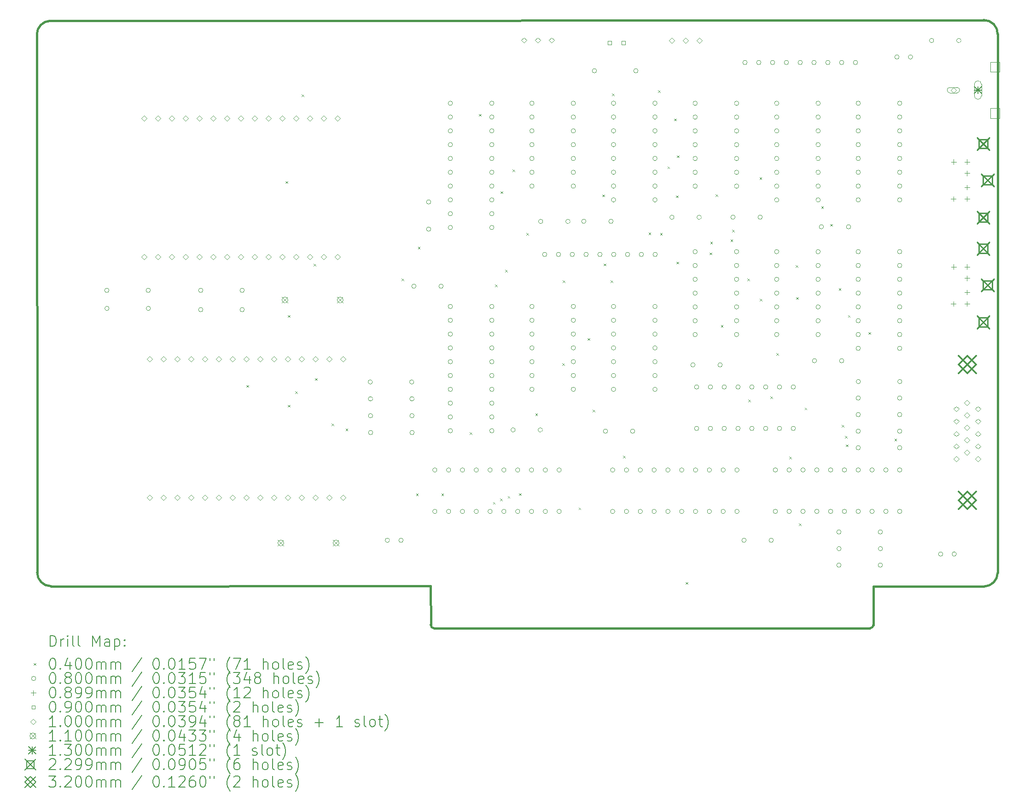
<source format=gbr>
%TF.GenerationSoftware,KiCad,Pcbnew,8.0.6*%
%TF.CreationDate,2025-06-14T16:57:24-05:00*%
%TF.ProjectId,DUALESP,4455414c-4553-4502-9e6b-696361645f70,V1*%
%TF.SameCoordinates,Original*%
%TF.FileFunction,Drillmap*%
%TF.FilePolarity,Positive*%
%FSLAX45Y45*%
G04 Gerber Fmt 4.5, Leading zero omitted, Abs format (unit mm)*
G04 Created by KiCad (PCBNEW 8.0.6) date 2025-06-14 16:57:24*
%MOMM*%
%LPD*%
G01*
G04 APERTURE LIST*
%ADD10C,0.381000*%
%ADD11C,0.010000*%
%ADD12C,0.200000*%
%ADD13C,0.100000*%
%ADD14C,0.110000*%
%ADD15C,0.130000*%
%ADD16C,0.229870*%
%ADD17C,0.320000*%
G04 APERTURE END LIST*
D10*
X21563867Y-3720367D02*
X21563867Y-13626367D01*
X19277867Y-14586487D02*
G75*
G02*
X19214367Y-14649987I-63497J-3D01*
G01*
X4145280Y-3474720D02*
X21307327Y-3461287D01*
X11137167Y-13872747D02*
X11138883Y-14587307D01*
X3896323Y-3727986D02*
G75*
G02*
X4145280Y-3474720I253297J6D01*
G01*
X10654567Y-13872747D02*
X11137167Y-13872747D01*
X11202383Y-14650807D02*
G75*
G02*
X11138883Y-14587307I7J63507D01*
G01*
X4155440Y-13876020D02*
X10654567Y-13872747D01*
X21563872Y-13626367D02*
G75*
G02*
X21312407Y-13880366I-253262J-743D01*
G01*
X4155440Y-13876020D02*
G75*
G02*
X3901440Y-13622020I0J254000D01*
G01*
X11202383Y-14650807D02*
X19214367Y-14649987D01*
X19280407Y-13879097D02*
X21312407Y-13880367D01*
X21307326Y-3461238D02*
G75*
G02*
X21563867Y-3720367I3284J-253302D01*
G01*
X3901440Y-13622020D02*
X3895626Y-3727986D01*
X19280407Y-13879097D02*
X19277867Y-14586487D01*
D11*
X21430000Y-4235000D02*
X21430000Y-4415000D01*
X21430000Y-4415000D02*
X21600000Y-4415000D01*
X21430000Y-5085000D02*
X21430000Y-5265000D01*
X21430000Y-5265000D02*
X21600000Y-5265000D01*
X21600000Y-4235000D02*
X21430000Y-4235000D01*
X21600000Y-4415000D02*
X21600000Y-4235000D01*
X21600000Y-5085000D02*
X21430000Y-5085000D01*
X21600000Y-5265000D02*
X21600000Y-5085000D01*
D12*
D13*
X7748230Y-10176470D02*
X7788230Y-10216470D01*
X7788230Y-10176470D02*
X7748230Y-10216470D01*
X8467340Y-6424970D02*
X8507340Y-6464970D01*
X8507340Y-6424970D02*
X8467340Y-6464970D01*
X8509990Y-10540980D02*
X8549990Y-10580980D01*
X8549990Y-10540980D02*
X8509990Y-10580980D01*
X8513220Y-8888490D02*
X8553220Y-8928490D01*
X8553220Y-8888490D02*
X8513220Y-8928490D01*
X8645270Y-10289110D02*
X8685270Y-10329110D01*
X8685270Y-10289110D02*
X8645270Y-10329110D01*
X8764380Y-4831880D02*
X8804380Y-4871880D01*
X8804380Y-4831880D02*
X8764380Y-4871880D01*
X8987680Y-7948290D02*
X9027680Y-7988290D01*
X9027680Y-7948290D02*
X8987680Y-7988290D01*
X9013540Y-10049280D02*
X9053540Y-10089280D01*
X9053540Y-10049280D02*
X9013540Y-10089280D01*
X9312570Y-10883060D02*
X9352570Y-10923060D01*
X9352570Y-10883060D02*
X9312570Y-10923060D01*
X9574550Y-10979010D02*
X9614550Y-11019010D01*
X9614550Y-10979010D02*
X9574550Y-11019010D01*
X10603600Y-8218810D02*
X10643600Y-8258810D01*
X10643600Y-8218810D02*
X10603600Y-8258810D01*
X10869550Y-12167560D02*
X10909550Y-12207560D01*
X10909550Y-12167560D02*
X10869550Y-12207560D01*
X10903530Y-7629520D02*
X10943530Y-7669520D01*
X10943530Y-7629520D02*
X10903530Y-7669520D01*
X11335260Y-12167990D02*
X11375260Y-12207990D01*
X11375260Y-12167990D02*
X11335260Y-12207990D01*
X11853120Y-11045080D02*
X11893120Y-11085080D01*
X11893120Y-11045080D02*
X11853120Y-11085080D01*
X12021760Y-5188410D02*
X12061760Y-5228410D01*
X12061760Y-5188410D02*
X12021760Y-5228410D01*
X12282920Y-12327490D02*
X12322920Y-12367490D01*
X12322920Y-12327490D02*
X12282920Y-12367490D01*
X12323890Y-8325440D02*
X12363890Y-8365440D01*
X12363890Y-8325440D02*
X12323890Y-8365440D01*
X12415340Y-12264510D02*
X12455340Y-12304510D01*
X12455340Y-12264510D02*
X12415340Y-12304510D01*
X12424400Y-6610920D02*
X12464400Y-6650920D01*
X12464400Y-6610920D02*
X12424400Y-6650920D01*
X12506700Y-8053450D02*
X12546700Y-8093450D01*
X12546700Y-8053450D02*
X12506700Y-8093450D01*
X12554990Y-12215500D02*
X12594990Y-12255500D01*
X12594990Y-12215500D02*
X12554990Y-12255500D01*
X12642740Y-6207620D02*
X12682740Y-6247620D01*
X12682740Y-6207620D02*
X12642740Y-6247620D01*
X12760080Y-12166590D02*
X12800080Y-12206590D01*
X12800080Y-12166590D02*
X12760080Y-12206590D01*
X12897080Y-7378510D02*
X12937080Y-7418510D01*
X12937080Y-7378510D02*
X12897080Y-7418510D01*
X13061350Y-10697730D02*
X13101350Y-10737730D01*
X13101350Y-10697730D02*
X13061350Y-10737730D01*
X13554270Y-9774530D02*
X13594270Y-9814530D01*
X13594270Y-9774530D02*
X13554270Y-9814530D01*
X13563830Y-8248030D02*
X13603830Y-8288030D01*
X13603830Y-8248030D02*
X13563830Y-8288030D01*
X13857530Y-12428440D02*
X13897530Y-12468440D01*
X13897530Y-12428440D02*
X13857530Y-12468440D01*
X14023320Y-9313350D02*
X14063320Y-9353350D01*
X14063320Y-9313350D02*
X14023320Y-9353350D01*
X14117990Y-10629480D02*
X14157990Y-10669480D01*
X14157990Y-10629480D02*
X14117990Y-10669480D01*
X14293660Y-6671370D02*
X14333660Y-6711370D01*
X14333660Y-6671370D02*
X14293660Y-6711370D01*
X14319510Y-7940820D02*
X14359510Y-7980820D01*
X14359510Y-7940820D02*
X14319510Y-7980820D01*
X14448810Y-8252220D02*
X14488810Y-8292220D01*
X14488810Y-8252220D02*
X14448810Y-8292220D01*
X14474090Y-4815050D02*
X14514090Y-4855050D01*
X14514090Y-4815050D02*
X14474090Y-4855050D01*
X14675950Y-11475470D02*
X14715950Y-11515470D01*
X14715950Y-11475470D02*
X14675950Y-11515470D01*
X15143490Y-7371310D02*
X15183490Y-7411310D01*
X15183490Y-7371310D02*
X15143490Y-7411310D01*
X15320370Y-4751570D02*
X15360370Y-4791570D01*
X15360370Y-4751570D02*
X15320370Y-4791570D01*
X15355400Y-7378260D02*
X15395400Y-7418260D01*
X15395400Y-7378260D02*
X15355400Y-7418260D01*
X15491120Y-6154770D02*
X15531120Y-6194770D01*
X15531120Y-6154770D02*
X15491120Y-6194770D01*
X15617390Y-5274210D02*
X15657390Y-5314210D01*
X15657390Y-5274210D02*
X15617390Y-5314210D01*
X15650190Y-6688470D02*
X15690190Y-6728470D01*
X15690190Y-6688470D02*
X15650190Y-6728470D01*
X15655140Y-7907150D02*
X15695140Y-7947150D01*
X15695140Y-7907150D02*
X15655140Y-7947150D01*
X15663220Y-5951500D02*
X15703220Y-5991500D01*
X15703220Y-5951500D02*
X15663220Y-5991500D01*
X15823690Y-13799570D02*
X15863690Y-13839570D01*
X15863690Y-13799570D02*
X15823690Y-13839570D01*
X16267160Y-7738360D02*
X16307160Y-7778360D01*
X16307160Y-7738360D02*
X16267160Y-7778360D01*
X16279850Y-7538580D02*
X16319850Y-7578580D01*
X16319850Y-7538580D02*
X16279850Y-7578580D01*
X16374220Y-6667960D02*
X16414220Y-6707960D01*
X16414220Y-6667960D02*
X16374220Y-6707960D01*
X16473710Y-9069000D02*
X16513710Y-9109000D01*
X16513710Y-9069000D02*
X16473710Y-9109000D01*
X16652550Y-7498580D02*
X16692550Y-7538580D01*
X16692550Y-7498580D02*
X16652550Y-7538580D01*
X16679860Y-7320150D02*
X16719860Y-7360150D01*
X16719860Y-7320150D02*
X16679860Y-7360150D01*
X16960810Y-8218840D02*
X17000810Y-8258840D01*
X17000810Y-8218840D02*
X16960810Y-8258840D01*
X16979130Y-10443360D02*
X17019130Y-10483360D01*
X17019130Y-10443360D02*
X16979130Y-10483360D01*
X17186110Y-6354620D02*
X17226110Y-6394620D01*
X17226110Y-6354620D02*
X17186110Y-6394620D01*
X17188360Y-8591000D02*
X17228360Y-8631000D01*
X17228360Y-8591000D02*
X17188360Y-8631000D01*
X17383450Y-10380850D02*
X17423450Y-10420850D01*
X17423450Y-10380850D02*
X17383450Y-10420850D01*
X17493130Y-9585540D02*
X17533130Y-9625540D01*
X17533130Y-9585540D02*
X17493130Y-9625540D01*
X17733910Y-11495240D02*
X17773910Y-11535240D01*
X17773910Y-11495240D02*
X17733910Y-11535240D01*
X17847380Y-7970500D02*
X17887380Y-8010500D01*
X17887380Y-7970500D02*
X17847380Y-8010500D01*
X17858850Y-8559530D02*
X17898850Y-8599530D01*
X17898850Y-8559530D02*
X17858850Y-8599530D01*
X17907750Y-12719020D02*
X17947750Y-12759020D01*
X17947750Y-12719020D02*
X17907750Y-12759020D01*
X18015190Y-10590570D02*
X18055190Y-10630570D01*
X18055190Y-10590570D02*
X18015190Y-10630570D01*
X18319370Y-6884410D02*
X18359370Y-6924410D01*
X18359370Y-6884410D02*
X18319370Y-6924410D01*
X18485620Y-7211860D02*
X18525620Y-7251860D01*
X18525620Y-7211860D02*
X18485620Y-7251860D01*
X18641690Y-8395800D02*
X18681690Y-8435800D01*
X18681690Y-8395800D02*
X18641690Y-8435800D01*
X18696300Y-10909270D02*
X18736300Y-10949270D01*
X18736300Y-10909270D02*
X18696300Y-10949270D01*
X18754900Y-11111320D02*
X18794900Y-11151320D01*
X18794900Y-11111320D02*
X18754900Y-11151320D01*
X18771290Y-11267470D02*
X18811290Y-11307470D01*
X18811290Y-11267470D02*
X18771290Y-11307470D01*
X18811150Y-8888490D02*
X18851150Y-8928490D01*
X18851150Y-8888490D02*
X18811150Y-8928490D01*
X19187120Y-9203130D02*
X19227120Y-9243130D01*
X19227120Y-9203130D02*
X19187120Y-9243130D01*
X19665350Y-11164660D02*
X19705350Y-11204660D01*
X19705350Y-11164660D02*
X19665350Y-11204660D01*
X5221600Y-8432800D02*
G75*
G02*
X5141600Y-8432800I-40000J0D01*
G01*
X5141600Y-8432800D02*
G75*
G02*
X5221600Y-8432800I40000J0D01*
G01*
X5225000Y-8765400D02*
G75*
G02*
X5145000Y-8765400I-40000J0D01*
G01*
X5145000Y-8765400D02*
G75*
G02*
X5225000Y-8765400I40000J0D01*
G01*
X5983600Y-8432800D02*
G75*
G02*
X5903600Y-8432800I-40000J0D01*
G01*
X5903600Y-8432800D02*
G75*
G02*
X5983600Y-8432800I40000J0D01*
G01*
X5987000Y-8765400D02*
G75*
G02*
X5907000Y-8765400I-40000J0D01*
G01*
X5907000Y-8765400D02*
G75*
G02*
X5987000Y-8765400I40000J0D01*
G01*
X6948800Y-8432800D02*
G75*
G02*
X6868800Y-8432800I-40000J0D01*
G01*
X6868800Y-8432800D02*
G75*
G02*
X6948800Y-8432800I40000J0D01*
G01*
X6948800Y-8788400D02*
G75*
G02*
X6868800Y-8788400I-40000J0D01*
G01*
X6868800Y-8788400D02*
G75*
G02*
X6948800Y-8788400I40000J0D01*
G01*
X7710800Y-8432800D02*
G75*
G02*
X7630800Y-8432800I-40000J0D01*
G01*
X7630800Y-8432800D02*
G75*
G02*
X7710800Y-8432800I40000J0D01*
G01*
X7710800Y-8788400D02*
G75*
G02*
X7630800Y-8788400I-40000J0D01*
G01*
X7630800Y-8788400D02*
G75*
G02*
X7710800Y-8788400I40000J0D01*
G01*
X10067920Y-10119360D02*
G75*
G02*
X9987920Y-10119360I-40000J0D01*
G01*
X9987920Y-10119360D02*
G75*
G02*
X10067920Y-10119360I40000J0D01*
G01*
X10071320Y-10429100D02*
G75*
G02*
X9991320Y-10429100I-40000J0D01*
G01*
X9991320Y-10429100D02*
G75*
G02*
X10071320Y-10429100I40000J0D01*
G01*
X10071320Y-10738980D02*
G75*
G02*
X9991320Y-10738980I-40000J0D01*
G01*
X9991320Y-10738980D02*
G75*
G02*
X10071320Y-10738980I40000J0D01*
G01*
X10073000Y-11049000D02*
G75*
G02*
X9993000Y-11049000I-40000J0D01*
G01*
X9993000Y-11049000D02*
G75*
G02*
X10073000Y-11049000I40000J0D01*
G01*
X10381800Y-13030200D02*
G75*
G02*
X10301800Y-13030200I-40000J0D01*
G01*
X10301800Y-13030200D02*
G75*
G02*
X10381800Y-13030200I40000J0D01*
G01*
X10631800Y-13030200D02*
G75*
G02*
X10551800Y-13030200I-40000J0D01*
G01*
X10551800Y-13030200D02*
G75*
G02*
X10631800Y-13030200I40000J0D01*
G01*
X10829920Y-10119360D02*
G75*
G02*
X10749920Y-10119360I-40000J0D01*
G01*
X10749920Y-10119360D02*
G75*
G02*
X10829920Y-10119360I40000J0D01*
G01*
X10833320Y-10429100D02*
G75*
G02*
X10753320Y-10429100I-40000J0D01*
G01*
X10753320Y-10429100D02*
G75*
G02*
X10833320Y-10429100I40000J0D01*
G01*
X10833320Y-10738980D02*
G75*
G02*
X10753320Y-10738980I-40000J0D01*
G01*
X10753320Y-10738980D02*
G75*
G02*
X10833320Y-10738980I40000J0D01*
G01*
X10835000Y-11049000D02*
G75*
G02*
X10755000Y-11049000I-40000J0D01*
G01*
X10755000Y-11049000D02*
G75*
G02*
X10835000Y-11049000I40000J0D01*
G01*
X10868400Y-8356600D02*
G75*
G02*
X10788400Y-8356600I-40000J0D01*
G01*
X10788400Y-8356600D02*
G75*
G02*
X10868400Y-8356600I40000J0D01*
G01*
X11139800Y-6807200D02*
G75*
G02*
X11059800Y-6807200I-40000J0D01*
G01*
X11059800Y-6807200D02*
G75*
G02*
X11139800Y-6807200I40000J0D01*
G01*
X11139800Y-7307200D02*
G75*
G02*
X11059800Y-7307200I-40000J0D01*
G01*
X11059800Y-7307200D02*
G75*
G02*
X11139800Y-7307200I40000J0D01*
G01*
X11254000Y-11738000D02*
G75*
G02*
X11174000Y-11738000I-40000J0D01*
G01*
X11174000Y-11738000D02*
G75*
G02*
X11254000Y-11738000I40000J0D01*
G01*
X11254000Y-12500000D02*
G75*
G02*
X11174000Y-12500000I-40000J0D01*
G01*
X11174000Y-12500000D02*
G75*
G02*
X11254000Y-12500000I40000J0D01*
G01*
X11368400Y-8356600D02*
G75*
G02*
X11288400Y-8356600I-40000J0D01*
G01*
X11288400Y-8356600D02*
G75*
G02*
X11368400Y-8356600I40000J0D01*
G01*
X11508000Y-11738000D02*
G75*
G02*
X11428000Y-11738000I-40000J0D01*
G01*
X11428000Y-11738000D02*
G75*
G02*
X11508000Y-11738000I40000J0D01*
G01*
X11508000Y-12500000D02*
G75*
G02*
X11428000Y-12500000I-40000J0D01*
G01*
X11428000Y-12500000D02*
G75*
G02*
X11508000Y-12500000I40000J0D01*
G01*
X11540000Y-4992000D02*
G75*
G02*
X11460000Y-4992000I-40000J0D01*
G01*
X11460000Y-4992000D02*
G75*
G02*
X11540000Y-4992000I40000J0D01*
G01*
X11540000Y-5246000D02*
G75*
G02*
X11460000Y-5246000I-40000J0D01*
G01*
X11460000Y-5246000D02*
G75*
G02*
X11540000Y-5246000I40000J0D01*
G01*
X11540000Y-5500000D02*
G75*
G02*
X11460000Y-5500000I-40000J0D01*
G01*
X11460000Y-5500000D02*
G75*
G02*
X11540000Y-5500000I40000J0D01*
G01*
X11540000Y-5754000D02*
G75*
G02*
X11460000Y-5754000I-40000J0D01*
G01*
X11460000Y-5754000D02*
G75*
G02*
X11540000Y-5754000I40000J0D01*
G01*
X11540000Y-6008000D02*
G75*
G02*
X11460000Y-6008000I-40000J0D01*
G01*
X11460000Y-6008000D02*
G75*
G02*
X11540000Y-6008000I40000J0D01*
G01*
X11540000Y-6262000D02*
G75*
G02*
X11460000Y-6262000I-40000J0D01*
G01*
X11460000Y-6262000D02*
G75*
G02*
X11540000Y-6262000I40000J0D01*
G01*
X11540000Y-6516000D02*
G75*
G02*
X11460000Y-6516000I-40000J0D01*
G01*
X11460000Y-6516000D02*
G75*
G02*
X11540000Y-6516000I40000J0D01*
G01*
X11540000Y-6770000D02*
G75*
G02*
X11460000Y-6770000I-40000J0D01*
G01*
X11460000Y-6770000D02*
G75*
G02*
X11540000Y-6770000I40000J0D01*
G01*
X11540000Y-7024000D02*
G75*
G02*
X11460000Y-7024000I-40000J0D01*
G01*
X11460000Y-7024000D02*
G75*
G02*
X11540000Y-7024000I40000J0D01*
G01*
X11540000Y-7278000D02*
G75*
G02*
X11460000Y-7278000I-40000J0D01*
G01*
X11460000Y-7278000D02*
G75*
G02*
X11540000Y-7278000I40000J0D01*
G01*
X11540000Y-8730000D02*
G75*
G02*
X11460000Y-8730000I-40000J0D01*
G01*
X11460000Y-8730000D02*
G75*
G02*
X11540000Y-8730000I40000J0D01*
G01*
X11540000Y-8984000D02*
G75*
G02*
X11460000Y-8984000I-40000J0D01*
G01*
X11460000Y-8984000D02*
G75*
G02*
X11540000Y-8984000I40000J0D01*
G01*
X11540000Y-9238000D02*
G75*
G02*
X11460000Y-9238000I-40000J0D01*
G01*
X11460000Y-9238000D02*
G75*
G02*
X11540000Y-9238000I40000J0D01*
G01*
X11540000Y-9492000D02*
G75*
G02*
X11460000Y-9492000I-40000J0D01*
G01*
X11460000Y-9492000D02*
G75*
G02*
X11540000Y-9492000I40000J0D01*
G01*
X11540000Y-9746000D02*
G75*
G02*
X11460000Y-9746000I-40000J0D01*
G01*
X11460000Y-9746000D02*
G75*
G02*
X11540000Y-9746000I40000J0D01*
G01*
X11540000Y-10000000D02*
G75*
G02*
X11460000Y-10000000I-40000J0D01*
G01*
X11460000Y-10000000D02*
G75*
G02*
X11540000Y-10000000I40000J0D01*
G01*
X11540000Y-10254000D02*
G75*
G02*
X11460000Y-10254000I-40000J0D01*
G01*
X11460000Y-10254000D02*
G75*
G02*
X11540000Y-10254000I40000J0D01*
G01*
X11540000Y-10508000D02*
G75*
G02*
X11460000Y-10508000I-40000J0D01*
G01*
X11460000Y-10508000D02*
G75*
G02*
X11540000Y-10508000I40000J0D01*
G01*
X11540000Y-10762000D02*
G75*
G02*
X11460000Y-10762000I-40000J0D01*
G01*
X11460000Y-10762000D02*
G75*
G02*
X11540000Y-10762000I40000J0D01*
G01*
X11540000Y-11016000D02*
G75*
G02*
X11460000Y-11016000I-40000J0D01*
G01*
X11460000Y-11016000D02*
G75*
G02*
X11540000Y-11016000I40000J0D01*
G01*
X11762000Y-11738000D02*
G75*
G02*
X11682000Y-11738000I-40000J0D01*
G01*
X11682000Y-11738000D02*
G75*
G02*
X11762000Y-11738000I40000J0D01*
G01*
X11762000Y-12500000D02*
G75*
G02*
X11682000Y-12500000I-40000J0D01*
G01*
X11682000Y-12500000D02*
G75*
G02*
X11762000Y-12500000I40000J0D01*
G01*
X12016000Y-11738000D02*
G75*
G02*
X11936000Y-11738000I-40000J0D01*
G01*
X11936000Y-11738000D02*
G75*
G02*
X12016000Y-11738000I40000J0D01*
G01*
X12016000Y-12500000D02*
G75*
G02*
X11936000Y-12500000I-40000J0D01*
G01*
X11936000Y-12500000D02*
G75*
G02*
X12016000Y-12500000I40000J0D01*
G01*
X12270000Y-11738000D02*
G75*
G02*
X12190000Y-11738000I-40000J0D01*
G01*
X12190000Y-11738000D02*
G75*
G02*
X12270000Y-11738000I40000J0D01*
G01*
X12270000Y-12500000D02*
G75*
G02*
X12190000Y-12500000I-40000J0D01*
G01*
X12190000Y-12500000D02*
G75*
G02*
X12270000Y-12500000I40000J0D01*
G01*
X12302000Y-4992000D02*
G75*
G02*
X12222000Y-4992000I-40000J0D01*
G01*
X12222000Y-4992000D02*
G75*
G02*
X12302000Y-4992000I40000J0D01*
G01*
X12302000Y-5246000D02*
G75*
G02*
X12222000Y-5246000I-40000J0D01*
G01*
X12222000Y-5246000D02*
G75*
G02*
X12302000Y-5246000I40000J0D01*
G01*
X12302000Y-5500000D02*
G75*
G02*
X12222000Y-5500000I-40000J0D01*
G01*
X12222000Y-5500000D02*
G75*
G02*
X12302000Y-5500000I40000J0D01*
G01*
X12302000Y-5754000D02*
G75*
G02*
X12222000Y-5754000I-40000J0D01*
G01*
X12222000Y-5754000D02*
G75*
G02*
X12302000Y-5754000I40000J0D01*
G01*
X12302000Y-6008000D02*
G75*
G02*
X12222000Y-6008000I-40000J0D01*
G01*
X12222000Y-6008000D02*
G75*
G02*
X12302000Y-6008000I40000J0D01*
G01*
X12302000Y-6262000D02*
G75*
G02*
X12222000Y-6262000I-40000J0D01*
G01*
X12222000Y-6262000D02*
G75*
G02*
X12302000Y-6262000I40000J0D01*
G01*
X12302000Y-6516000D02*
G75*
G02*
X12222000Y-6516000I-40000J0D01*
G01*
X12222000Y-6516000D02*
G75*
G02*
X12302000Y-6516000I40000J0D01*
G01*
X12302000Y-6770000D02*
G75*
G02*
X12222000Y-6770000I-40000J0D01*
G01*
X12222000Y-6770000D02*
G75*
G02*
X12302000Y-6770000I40000J0D01*
G01*
X12302000Y-7024000D02*
G75*
G02*
X12222000Y-7024000I-40000J0D01*
G01*
X12222000Y-7024000D02*
G75*
G02*
X12302000Y-7024000I40000J0D01*
G01*
X12302000Y-7278000D02*
G75*
G02*
X12222000Y-7278000I-40000J0D01*
G01*
X12222000Y-7278000D02*
G75*
G02*
X12302000Y-7278000I40000J0D01*
G01*
X12302000Y-8730000D02*
G75*
G02*
X12222000Y-8730000I-40000J0D01*
G01*
X12222000Y-8730000D02*
G75*
G02*
X12302000Y-8730000I40000J0D01*
G01*
X12302000Y-8984000D02*
G75*
G02*
X12222000Y-8984000I-40000J0D01*
G01*
X12222000Y-8984000D02*
G75*
G02*
X12302000Y-8984000I40000J0D01*
G01*
X12302000Y-9238000D02*
G75*
G02*
X12222000Y-9238000I-40000J0D01*
G01*
X12222000Y-9238000D02*
G75*
G02*
X12302000Y-9238000I40000J0D01*
G01*
X12302000Y-9492000D02*
G75*
G02*
X12222000Y-9492000I-40000J0D01*
G01*
X12222000Y-9492000D02*
G75*
G02*
X12302000Y-9492000I40000J0D01*
G01*
X12302000Y-9746000D02*
G75*
G02*
X12222000Y-9746000I-40000J0D01*
G01*
X12222000Y-9746000D02*
G75*
G02*
X12302000Y-9746000I40000J0D01*
G01*
X12302000Y-10000000D02*
G75*
G02*
X12222000Y-10000000I-40000J0D01*
G01*
X12222000Y-10000000D02*
G75*
G02*
X12302000Y-10000000I40000J0D01*
G01*
X12302000Y-10254000D02*
G75*
G02*
X12222000Y-10254000I-40000J0D01*
G01*
X12222000Y-10254000D02*
G75*
G02*
X12302000Y-10254000I40000J0D01*
G01*
X12302000Y-10508000D02*
G75*
G02*
X12222000Y-10508000I-40000J0D01*
G01*
X12222000Y-10508000D02*
G75*
G02*
X12302000Y-10508000I40000J0D01*
G01*
X12302000Y-10762000D02*
G75*
G02*
X12222000Y-10762000I-40000J0D01*
G01*
X12222000Y-10762000D02*
G75*
G02*
X12302000Y-10762000I40000J0D01*
G01*
X12302000Y-11016000D02*
G75*
G02*
X12222000Y-11016000I-40000J0D01*
G01*
X12222000Y-11016000D02*
G75*
G02*
X12302000Y-11016000I40000J0D01*
G01*
X12524000Y-11738000D02*
G75*
G02*
X12444000Y-11738000I-40000J0D01*
G01*
X12444000Y-11738000D02*
G75*
G02*
X12524000Y-11738000I40000J0D01*
G01*
X12524000Y-12500000D02*
G75*
G02*
X12444000Y-12500000I-40000J0D01*
G01*
X12444000Y-12500000D02*
G75*
G02*
X12524000Y-12500000I40000J0D01*
G01*
X12693800Y-11000600D02*
G75*
G02*
X12613800Y-11000600I-40000J0D01*
G01*
X12613800Y-11000600D02*
G75*
G02*
X12693800Y-11000600I40000J0D01*
G01*
X12778000Y-11738000D02*
G75*
G02*
X12698000Y-11738000I-40000J0D01*
G01*
X12698000Y-11738000D02*
G75*
G02*
X12778000Y-11738000I40000J0D01*
G01*
X12778000Y-12500000D02*
G75*
G02*
X12698000Y-12500000I-40000J0D01*
G01*
X12698000Y-12500000D02*
G75*
G02*
X12778000Y-12500000I40000J0D01*
G01*
X13032000Y-11738000D02*
G75*
G02*
X12952000Y-11738000I-40000J0D01*
G01*
X12952000Y-11738000D02*
G75*
G02*
X13032000Y-11738000I40000J0D01*
G01*
X13032000Y-12500000D02*
G75*
G02*
X12952000Y-12500000I-40000J0D01*
G01*
X12952000Y-12500000D02*
G75*
G02*
X13032000Y-12500000I40000J0D01*
G01*
X13040000Y-4992000D02*
G75*
G02*
X12960000Y-4992000I-40000J0D01*
G01*
X12960000Y-4992000D02*
G75*
G02*
X13040000Y-4992000I40000J0D01*
G01*
X13040000Y-5246000D02*
G75*
G02*
X12960000Y-5246000I-40000J0D01*
G01*
X12960000Y-5246000D02*
G75*
G02*
X13040000Y-5246000I40000J0D01*
G01*
X13040000Y-5500000D02*
G75*
G02*
X12960000Y-5500000I-40000J0D01*
G01*
X12960000Y-5500000D02*
G75*
G02*
X13040000Y-5500000I40000J0D01*
G01*
X13040000Y-5754000D02*
G75*
G02*
X12960000Y-5754000I-40000J0D01*
G01*
X12960000Y-5754000D02*
G75*
G02*
X13040000Y-5754000I40000J0D01*
G01*
X13040000Y-6008000D02*
G75*
G02*
X12960000Y-6008000I-40000J0D01*
G01*
X12960000Y-6008000D02*
G75*
G02*
X13040000Y-6008000I40000J0D01*
G01*
X13040000Y-6262000D02*
G75*
G02*
X12960000Y-6262000I-40000J0D01*
G01*
X12960000Y-6262000D02*
G75*
G02*
X13040000Y-6262000I40000J0D01*
G01*
X13040000Y-6516000D02*
G75*
G02*
X12960000Y-6516000I-40000J0D01*
G01*
X12960000Y-6516000D02*
G75*
G02*
X13040000Y-6516000I40000J0D01*
G01*
X13040000Y-8730000D02*
G75*
G02*
X12960000Y-8730000I-40000J0D01*
G01*
X12960000Y-8730000D02*
G75*
G02*
X13040000Y-8730000I40000J0D01*
G01*
X13040000Y-8984000D02*
G75*
G02*
X12960000Y-8984000I-40000J0D01*
G01*
X12960000Y-8984000D02*
G75*
G02*
X13040000Y-8984000I40000J0D01*
G01*
X13040000Y-9238000D02*
G75*
G02*
X12960000Y-9238000I-40000J0D01*
G01*
X12960000Y-9238000D02*
G75*
G02*
X13040000Y-9238000I40000J0D01*
G01*
X13040000Y-9492000D02*
G75*
G02*
X12960000Y-9492000I-40000J0D01*
G01*
X12960000Y-9492000D02*
G75*
G02*
X13040000Y-9492000I40000J0D01*
G01*
X13040000Y-9746000D02*
G75*
G02*
X12960000Y-9746000I-40000J0D01*
G01*
X12960000Y-9746000D02*
G75*
G02*
X13040000Y-9746000I40000J0D01*
G01*
X13040000Y-10000000D02*
G75*
G02*
X12960000Y-10000000I-40000J0D01*
G01*
X12960000Y-10000000D02*
G75*
G02*
X13040000Y-10000000I40000J0D01*
G01*
X13040000Y-10254000D02*
G75*
G02*
X12960000Y-10254000I-40000J0D01*
G01*
X12960000Y-10254000D02*
G75*
G02*
X13040000Y-10254000I40000J0D01*
G01*
X13193800Y-11000600D02*
G75*
G02*
X13113800Y-11000600I-40000J0D01*
G01*
X13113800Y-11000600D02*
G75*
G02*
X13193800Y-11000600I40000J0D01*
G01*
X13201800Y-7165200D02*
G75*
G02*
X13121800Y-7165200I-40000J0D01*
G01*
X13121800Y-7165200D02*
G75*
G02*
X13201800Y-7165200I40000J0D01*
G01*
X13273400Y-7772400D02*
G75*
G02*
X13193400Y-7772400I-40000J0D01*
G01*
X13193400Y-7772400D02*
G75*
G02*
X13273400Y-7772400I40000J0D01*
G01*
X13286000Y-11738000D02*
G75*
G02*
X13206000Y-11738000I-40000J0D01*
G01*
X13206000Y-11738000D02*
G75*
G02*
X13286000Y-11738000I40000J0D01*
G01*
X13286000Y-12500000D02*
G75*
G02*
X13206000Y-12500000I-40000J0D01*
G01*
X13206000Y-12500000D02*
G75*
G02*
X13286000Y-12500000I40000J0D01*
G01*
X13527400Y-7772400D02*
G75*
G02*
X13447400Y-7772400I-40000J0D01*
G01*
X13447400Y-7772400D02*
G75*
G02*
X13527400Y-7772400I40000J0D01*
G01*
X13540000Y-11738000D02*
G75*
G02*
X13460000Y-11738000I-40000J0D01*
G01*
X13460000Y-11738000D02*
G75*
G02*
X13540000Y-11738000I40000J0D01*
G01*
X13540000Y-12500000D02*
G75*
G02*
X13460000Y-12500000I-40000J0D01*
G01*
X13460000Y-12500000D02*
G75*
G02*
X13540000Y-12500000I40000J0D01*
G01*
X13701800Y-7165200D02*
G75*
G02*
X13621800Y-7165200I-40000J0D01*
G01*
X13621800Y-7165200D02*
G75*
G02*
X13701800Y-7165200I40000J0D01*
G01*
X13781400Y-7772400D02*
G75*
G02*
X13701400Y-7772400I-40000J0D01*
G01*
X13701400Y-7772400D02*
G75*
G02*
X13781400Y-7772400I40000J0D01*
G01*
X13802000Y-4992000D02*
G75*
G02*
X13722000Y-4992000I-40000J0D01*
G01*
X13722000Y-4992000D02*
G75*
G02*
X13802000Y-4992000I40000J0D01*
G01*
X13802000Y-5246000D02*
G75*
G02*
X13722000Y-5246000I-40000J0D01*
G01*
X13722000Y-5246000D02*
G75*
G02*
X13802000Y-5246000I40000J0D01*
G01*
X13802000Y-5500000D02*
G75*
G02*
X13722000Y-5500000I-40000J0D01*
G01*
X13722000Y-5500000D02*
G75*
G02*
X13802000Y-5500000I40000J0D01*
G01*
X13802000Y-5754000D02*
G75*
G02*
X13722000Y-5754000I-40000J0D01*
G01*
X13722000Y-5754000D02*
G75*
G02*
X13802000Y-5754000I40000J0D01*
G01*
X13802000Y-6008000D02*
G75*
G02*
X13722000Y-6008000I-40000J0D01*
G01*
X13722000Y-6008000D02*
G75*
G02*
X13802000Y-6008000I40000J0D01*
G01*
X13802000Y-6262000D02*
G75*
G02*
X13722000Y-6262000I-40000J0D01*
G01*
X13722000Y-6262000D02*
G75*
G02*
X13802000Y-6262000I40000J0D01*
G01*
X13802000Y-6516000D02*
G75*
G02*
X13722000Y-6516000I-40000J0D01*
G01*
X13722000Y-6516000D02*
G75*
G02*
X13802000Y-6516000I40000J0D01*
G01*
X13802000Y-8730000D02*
G75*
G02*
X13722000Y-8730000I-40000J0D01*
G01*
X13722000Y-8730000D02*
G75*
G02*
X13802000Y-8730000I40000J0D01*
G01*
X13802000Y-8984000D02*
G75*
G02*
X13722000Y-8984000I-40000J0D01*
G01*
X13722000Y-8984000D02*
G75*
G02*
X13802000Y-8984000I40000J0D01*
G01*
X13802000Y-9238000D02*
G75*
G02*
X13722000Y-9238000I-40000J0D01*
G01*
X13722000Y-9238000D02*
G75*
G02*
X13802000Y-9238000I40000J0D01*
G01*
X13802000Y-9492000D02*
G75*
G02*
X13722000Y-9492000I-40000J0D01*
G01*
X13722000Y-9492000D02*
G75*
G02*
X13802000Y-9492000I40000J0D01*
G01*
X13802000Y-9746000D02*
G75*
G02*
X13722000Y-9746000I-40000J0D01*
G01*
X13722000Y-9746000D02*
G75*
G02*
X13802000Y-9746000I40000J0D01*
G01*
X13802000Y-10000000D02*
G75*
G02*
X13722000Y-10000000I-40000J0D01*
G01*
X13722000Y-10000000D02*
G75*
G02*
X13802000Y-10000000I40000J0D01*
G01*
X13802000Y-10254000D02*
G75*
G02*
X13722000Y-10254000I-40000J0D01*
G01*
X13722000Y-10254000D02*
G75*
G02*
X13802000Y-10254000I40000J0D01*
G01*
X13992600Y-7162800D02*
G75*
G02*
X13912600Y-7162800I-40000J0D01*
G01*
X13912600Y-7162800D02*
G75*
G02*
X13992600Y-7162800I40000J0D01*
G01*
X14035400Y-7772400D02*
G75*
G02*
X13955400Y-7772400I-40000J0D01*
G01*
X13955400Y-7772400D02*
G75*
G02*
X14035400Y-7772400I40000J0D01*
G01*
X14187800Y-4394200D02*
G75*
G02*
X14107800Y-4394200I-40000J0D01*
G01*
X14107800Y-4394200D02*
G75*
G02*
X14187800Y-4394200I40000J0D01*
G01*
X14289400Y-7772400D02*
G75*
G02*
X14209400Y-7772400I-40000J0D01*
G01*
X14209400Y-7772400D02*
G75*
G02*
X14289400Y-7772400I40000J0D01*
G01*
X14391000Y-11023600D02*
G75*
G02*
X14311000Y-11023600I-40000J0D01*
G01*
X14311000Y-11023600D02*
G75*
G02*
X14391000Y-11023600I40000J0D01*
G01*
X14492600Y-7162800D02*
G75*
G02*
X14412600Y-7162800I-40000J0D01*
G01*
X14412600Y-7162800D02*
G75*
G02*
X14492600Y-7162800I40000J0D01*
G01*
X14524000Y-11738000D02*
G75*
G02*
X14444000Y-11738000I-40000J0D01*
G01*
X14444000Y-11738000D02*
G75*
G02*
X14524000Y-11738000I40000J0D01*
G01*
X14524000Y-12500000D02*
G75*
G02*
X14444000Y-12500000I-40000J0D01*
G01*
X14444000Y-12500000D02*
G75*
G02*
X14524000Y-12500000I40000J0D01*
G01*
X14540000Y-4992000D02*
G75*
G02*
X14460000Y-4992000I-40000J0D01*
G01*
X14460000Y-4992000D02*
G75*
G02*
X14540000Y-4992000I40000J0D01*
G01*
X14540000Y-5246000D02*
G75*
G02*
X14460000Y-5246000I-40000J0D01*
G01*
X14460000Y-5246000D02*
G75*
G02*
X14540000Y-5246000I40000J0D01*
G01*
X14540000Y-5500000D02*
G75*
G02*
X14460000Y-5500000I-40000J0D01*
G01*
X14460000Y-5500000D02*
G75*
G02*
X14540000Y-5500000I40000J0D01*
G01*
X14540000Y-5754000D02*
G75*
G02*
X14460000Y-5754000I-40000J0D01*
G01*
X14460000Y-5754000D02*
G75*
G02*
X14540000Y-5754000I40000J0D01*
G01*
X14540000Y-6008000D02*
G75*
G02*
X14460000Y-6008000I-40000J0D01*
G01*
X14460000Y-6008000D02*
G75*
G02*
X14540000Y-6008000I40000J0D01*
G01*
X14540000Y-6262000D02*
G75*
G02*
X14460000Y-6262000I-40000J0D01*
G01*
X14460000Y-6262000D02*
G75*
G02*
X14540000Y-6262000I40000J0D01*
G01*
X14540000Y-6516000D02*
G75*
G02*
X14460000Y-6516000I-40000J0D01*
G01*
X14460000Y-6516000D02*
G75*
G02*
X14540000Y-6516000I40000J0D01*
G01*
X14540000Y-6770000D02*
G75*
G02*
X14460000Y-6770000I-40000J0D01*
G01*
X14460000Y-6770000D02*
G75*
G02*
X14540000Y-6770000I40000J0D01*
G01*
X14540000Y-8730000D02*
G75*
G02*
X14460000Y-8730000I-40000J0D01*
G01*
X14460000Y-8730000D02*
G75*
G02*
X14540000Y-8730000I40000J0D01*
G01*
X14540000Y-8984000D02*
G75*
G02*
X14460000Y-8984000I-40000J0D01*
G01*
X14460000Y-8984000D02*
G75*
G02*
X14540000Y-8984000I40000J0D01*
G01*
X14540000Y-9238000D02*
G75*
G02*
X14460000Y-9238000I-40000J0D01*
G01*
X14460000Y-9238000D02*
G75*
G02*
X14540000Y-9238000I40000J0D01*
G01*
X14540000Y-9492000D02*
G75*
G02*
X14460000Y-9492000I-40000J0D01*
G01*
X14460000Y-9492000D02*
G75*
G02*
X14540000Y-9492000I40000J0D01*
G01*
X14540000Y-9746000D02*
G75*
G02*
X14460000Y-9746000I-40000J0D01*
G01*
X14460000Y-9746000D02*
G75*
G02*
X14540000Y-9746000I40000J0D01*
G01*
X14540000Y-10000000D02*
G75*
G02*
X14460000Y-10000000I-40000J0D01*
G01*
X14460000Y-10000000D02*
G75*
G02*
X14540000Y-10000000I40000J0D01*
G01*
X14540000Y-10254000D02*
G75*
G02*
X14460000Y-10254000I-40000J0D01*
G01*
X14460000Y-10254000D02*
G75*
G02*
X14540000Y-10254000I40000J0D01*
G01*
X14543400Y-7772400D02*
G75*
G02*
X14463400Y-7772400I-40000J0D01*
G01*
X14463400Y-7772400D02*
G75*
G02*
X14543400Y-7772400I40000J0D01*
G01*
X14778000Y-11738000D02*
G75*
G02*
X14698000Y-11738000I-40000J0D01*
G01*
X14698000Y-11738000D02*
G75*
G02*
X14778000Y-11738000I40000J0D01*
G01*
X14778000Y-12500000D02*
G75*
G02*
X14698000Y-12500000I-40000J0D01*
G01*
X14698000Y-12500000D02*
G75*
G02*
X14778000Y-12500000I40000J0D01*
G01*
X14797400Y-7772400D02*
G75*
G02*
X14717400Y-7772400I-40000J0D01*
G01*
X14717400Y-7772400D02*
G75*
G02*
X14797400Y-7772400I40000J0D01*
G01*
X14891000Y-11023600D02*
G75*
G02*
X14811000Y-11023600I-40000J0D01*
G01*
X14811000Y-11023600D02*
G75*
G02*
X14891000Y-11023600I40000J0D01*
G01*
X14949800Y-4394200D02*
G75*
G02*
X14869800Y-4394200I-40000J0D01*
G01*
X14869800Y-4394200D02*
G75*
G02*
X14949800Y-4394200I40000J0D01*
G01*
X15032000Y-11738000D02*
G75*
G02*
X14952000Y-11738000I-40000J0D01*
G01*
X14952000Y-11738000D02*
G75*
G02*
X15032000Y-11738000I40000J0D01*
G01*
X15032000Y-12500000D02*
G75*
G02*
X14952000Y-12500000I-40000J0D01*
G01*
X14952000Y-12500000D02*
G75*
G02*
X15032000Y-12500000I40000J0D01*
G01*
X15051400Y-7772400D02*
G75*
G02*
X14971400Y-7772400I-40000J0D01*
G01*
X14971400Y-7772400D02*
G75*
G02*
X15051400Y-7772400I40000J0D01*
G01*
X15286000Y-11738000D02*
G75*
G02*
X15206000Y-11738000I-40000J0D01*
G01*
X15206000Y-11738000D02*
G75*
G02*
X15286000Y-11738000I40000J0D01*
G01*
X15286000Y-12500000D02*
G75*
G02*
X15206000Y-12500000I-40000J0D01*
G01*
X15206000Y-12500000D02*
G75*
G02*
X15286000Y-12500000I40000J0D01*
G01*
X15302000Y-4992000D02*
G75*
G02*
X15222000Y-4992000I-40000J0D01*
G01*
X15222000Y-4992000D02*
G75*
G02*
X15302000Y-4992000I40000J0D01*
G01*
X15302000Y-5246000D02*
G75*
G02*
X15222000Y-5246000I-40000J0D01*
G01*
X15222000Y-5246000D02*
G75*
G02*
X15302000Y-5246000I40000J0D01*
G01*
X15302000Y-5500000D02*
G75*
G02*
X15222000Y-5500000I-40000J0D01*
G01*
X15222000Y-5500000D02*
G75*
G02*
X15302000Y-5500000I40000J0D01*
G01*
X15302000Y-5754000D02*
G75*
G02*
X15222000Y-5754000I-40000J0D01*
G01*
X15222000Y-5754000D02*
G75*
G02*
X15302000Y-5754000I40000J0D01*
G01*
X15302000Y-6008000D02*
G75*
G02*
X15222000Y-6008000I-40000J0D01*
G01*
X15222000Y-6008000D02*
G75*
G02*
X15302000Y-6008000I40000J0D01*
G01*
X15302000Y-6262000D02*
G75*
G02*
X15222000Y-6262000I-40000J0D01*
G01*
X15222000Y-6262000D02*
G75*
G02*
X15302000Y-6262000I40000J0D01*
G01*
X15302000Y-6516000D02*
G75*
G02*
X15222000Y-6516000I-40000J0D01*
G01*
X15222000Y-6516000D02*
G75*
G02*
X15302000Y-6516000I40000J0D01*
G01*
X15302000Y-6770000D02*
G75*
G02*
X15222000Y-6770000I-40000J0D01*
G01*
X15222000Y-6770000D02*
G75*
G02*
X15302000Y-6770000I40000J0D01*
G01*
X15302000Y-8730000D02*
G75*
G02*
X15222000Y-8730000I-40000J0D01*
G01*
X15222000Y-8730000D02*
G75*
G02*
X15302000Y-8730000I40000J0D01*
G01*
X15302000Y-8984000D02*
G75*
G02*
X15222000Y-8984000I-40000J0D01*
G01*
X15222000Y-8984000D02*
G75*
G02*
X15302000Y-8984000I40000J0D01*
G01*
X15302000Y-9238000D02*
G75*
G02*
X15222000Y-9238000I-40000J0D01*
G01*
X15222000Y-9238000D02*
G75*
G02*
X15302000Y-9238000I40000J0D01*
G01*
X15302000Y-9492000D02*
G75*
G02*
X15222000Y-9492000I-40000J0D01*
G01*
X15222000Y-9492000D02*
G75*
G02*
X15302000Y-9492000I40000J0D01*
G01*
X15302000Y-9746000D02*
G75*
G02*
X15222000Y-9746000I-40000J0D01*
G01*
X15222000Y-9746000D02*
G75*
G02*
X15302000Y-9746000I40000J0D01*
G01*
X15302000Y-10000000D02*
G75*
G02*
X15222000Y-10000000I-40000J0D01*
G01*
X15222000Y-10000000D02*
G75*
G02*
X15302000Y-10000000I40000J0D01*
G01*
X15302000Y-10254000D02*
G75*
G02*
X15222000Y-10254000I-40000J0D01*
G01*
X15222000Y-10254000D02*
G75*
G02*
X15302000Y-10254000I40000J0D01*
G01*
X15305400Y-7772400D02*
G75*
G02*
X15225400Y-7772400I-40000J0D01*
G01*
X15225400Y-7772400D02*
G75*
G02*
X15305400Y-7772400I40000J0D01*
G01*
X15540000Y-11738000D02*
G75*
G02*
X15460000Y-11738000I-40000J0D01*
G01*
X15460000Y-11738000D02*
G75*
G02*
X15540000Y-11738000I40000J0D01*
G01*
X15540000Y-12500000D02*
G75*
G02*
X15460000Y-12500000I-40000J0D01*
G01*
X15460000Y-12500000D02*
G75*
G02*
X15540000Y-12500000I40000J0D01*
G01*
X15614800Y-7089000D02*
G75*
G02*
X15534800Y-7089000I-40000J0D01*
G01*
X15534800Y-7089000D02*
G75*
G02*
X15614800Y-7089000I40000J0D01*
G01*
X15794000Y-11738000D02*
G75*
G02*
X15714000Y-11738000I-40000J0D01*
G01*
X15714000Y-11738000D02*
G75*
G02*
X15794000Y-11738000I40000J0D01*
G01*
X15794000Y-12500000D02*
G75*
G02*
X15714000Y-12500000I-40000J0D01*
G01*
X15714000Y-12500000D02*
G75*
G02*
X15794000Y-12500000I40000J0D01*
G01*
X15999200Y-9804400D02*
G75*
G02*
X15919200Y-9804400I-40000J0D01*
G01*
X15919200Y-9804400D02*
G75*
G02*
X15999200Y-9804400I40000J0D01*
G01*
X16040000Y-4992000D02*
G75*
G02*
X15960000Y-4992000I-40000J0D01*
G01*
X15960000Y-4992000D02*
G75*
G02*
X16040000Y-4992000I40000J0D01*
G01*
X16040000Y-5246000D02*
G75*
G02*
X15960000Y-5246000I-40000J0D01*
G01*
X15960000Y-5246000D02*
G75*
G02*
X16040000Y-5246000I40000J0D01*
G01*
X16040000Y-5500000D02*
G75*
G02*
X15960000Y-5500000I-40000J0D01*
G01*
X15960000Y-5500000D02*
G75*
G02*
X16040000Y-5500000I40000J0D01*
G01*
X16040000Y-5754000D02*
G75*
G02*
X15960000Y-5754000I-40000J0D01*
G01*
X15960000Y-5754000D02*
G75*
G02*
X16040000Y-5754000I40000J0D01*
G01*
X16040000Y-6008000D02*
G75*
G02*
X15960000Y-6008000I-40000J0D01*
G01*
X15960000Y-6008000D02*
G75*
G02*
X16040000Y-6008000I40000J0D01*
G01*
X16040000Y-6262000D02*
G75*
G02*
X15960000Y-6262000I-40000J0D01*
G01*
X15960000Y-6262000D02*
G75*
G02*
X16040000Y-6262000I40000J0D01*
G01*
X16040000Y-6516000D02*
G75*
G02*
X15960000Y-6516000I-40000J0D01*
G01*
X15960000Y-6516000D02*
G75*
G02*
X16040000Y-6516000I40000J0D01*
G01*
X16040000Y-7722000D02*
G75*
G02*
X15960000Y-7722000I-40000J0D01*
G01*
X15960000Y-7722000D02*
G75*
G02*
X16040000Y-7722000I40000J0D01*
G01*
X16040000Y-7976000D02*
G75*
G02*
X15960000Y-7976000I-40000J0D01*
G01*
X15960000Y-7976000D02*
G75*
G02*
X16040000Y-7976000I40000J0D01*
G01*
X16040000Y-8230000D02*
G75*
G02*
X15960000Y-8230000I-40000J0D01*
G01*
X15960000Y-8230000D02*
G75*
G02*
X16040000Y-8230000I40000J0D01*
G01*
X16040000Y-8484000D02*
G75*
G02*
X15960000Y-8484000I-40000J0D01*
G01*
X15960000Y-8484000D02*
G75*
G02*
X16040000Y-8484000I40000J0D01*
G01*
X16040000Y-8738000D02*
G75*
G02*
X15960000Y-8738000I-40000J0D01*
G01*
X15960000Y-8738000D02*
G75*
G02*
X16040000Y-8738000I40000J0D01*
G01*
X16040000Y-8992000D02*
G75*
G02*
X15960000Y-8992000I-40000J0D01*
G01*
X15960000Y-8992000D02*
G75*
G02*
X16040000Y-8992000I40000J0D01*
G01*
X16040000Y-9246000D02*
G75*
G02*
X15960000Y-9246000I-40000J0D01*
G01*
X15960000Y-9246000D02*
G75*
G02*
X16040000Y-9246000I40000J0D01*
G01*
X16048000Y-11738000D02*
G75*
G02*
X15968000Y-11738000I-40000J0D01*
G01*
X15968000Y-11738000D02*
G75*
G02*
X16048000Y-11738000I40000J0D01*
G01*
X16048000Y-12500000D02*
G75*
G02*
X15968000Y-12500000I-40000J0D01*
G01*
X15968000Y-12500000D02*
G75*
G02*
X16048000Y-12500000I40000J0D01*
G01*
X16067400Y-10210800D02*
G75*
G02*
X15987400Y-10210800I-40000J0D01*
G01*
X15987400Y-10210800D02*
G75*
G02*
X16067400Y-10210800I40000J0D01*
G01*
X16067400Y-10972800D02*
G75*
G02*
X15987400Y-10972800I-40000J0D01*
G01*
X15987400Y-10972800D02*
G75*
G02*
X16067400Y-10972800I40000J0D01*
G01*
X16114800Y-7089000D02*
G75*
G02*
X16034800Y-7089000I-40000J0D01*
G01*
X16034800Y-7089000D02*
G75*
G02*
X16114800Y-7089000I40000J0D01*
G01*
X16302000Y-11738000D02*
G75*
G02*
X16222000Y-11738000I-40000J0D01*
G01*
X16222000Y-11738000D02*
G75*
G02*
X16302000Y-11738000I40000J0D01*
G01*
X16302000Y-12500000D02*
G75*
G02*
X16222000Y-12500000I-40000J0D01*
G01*
X16222000Y-12500000D02*
G75*
G02*
X16302000Y-12500000I40000J0D01*
G01*
X16321400Y-10210800D02*
G75*
G02*
X16241400Y-10210800I-40000J0D01*
G01*
X16241400Y-10210800D02*
G75*
G02*
X16321400Y-10210800I40000J0D01*
G01*
X16321400Y-10972800D02*
G75*
G02*
X16241400Y-10972800I-40000J0D01*
G01*
X16241400Y-10972800D02*
G75*
G02*
X16321400Y-10972800I40000J0D01*
G01*
X16499200Y-9804400D02*
G75*
G02*
X16419200Y-9804400I-40000J0D01*
G01*
X16419200Y-9804400D02*
G75*
G02*
X16499200Y-9804400I40000J0D01*
G01*
X16556000Y-11738000D02*
G75*
G02*
X16476000Y-11738000I-40000J0D01*
G01*
X16476000Y-11738000D02*
G75*
G02*
X16556000Y-11738000I40000J0D01*
G01*
X16556000Y-12500000D02*
G75*
G02*
X16476000Y-12500000I-40000J0D01*
G01*
X16476000Y-12500000D02*
G75*
G02*
X16556000Y-12500000I40000J0D01*
G01*
X16575400Y-10210800D02*
G75*
G02*
X16495400Y-10210800I-40000J0D01*
G01*
X16495400Y-10210800D02*
G75*
G02*
X16575400Y-10210800I40000J0D01*
G01*
X16575400Y-10972800D02*
G75*
G02*
X16495400Y-10972800I-40000J0D01*
G01*
X16495400Y-10972800D02*
G75*
G02*
X16575400Y-10972800I40000J0D01*
G01*
X16735800Y-7086600D02*
G75*
G02*
X16655800Y-7086600I-40000J0D01*
G01*
X16655800Y-7086600D02*
G75*
G02*
X16735800Y-7086600I40000J0D01*
G01*
X16802000Y-4992000D02*
G75*
G02*
X16722000Y-4992000I-40000J0D01*
G01*
X16722000Y-4992000D02*
G75*
G02*
X16802000Y-4992000I40000J0D01*
G01*
X16802000Y-5246000D02*
G75*
G02*
X16722000Y-5246000I-40000J0D01*
G01*
X16722000Y-5246000D02*
G75*
G02*
X16802000Y-5246000I40000J0D01*
G01*
X16802000Y-5500000D02*
G75*
G02*
X16722000Y-5500000I-40000J0D01*
G01*
X16722000Y-5500000D02*
G75*
G02*
X16802000Y-5500000I40000J0D01*
G01*
X16802000Y-5754000D02*
G75*
G02*
X16722000Y-5754000I-40000J0D01*
G01*
X16722000Y-5754000D02*
G75*
G02*
X16802000Y-5754000I40000J0D01*
G01*
X16802000Y-6008000D02*
G75*
G02*
X16722000Y-6008000I-40000J0D01*
G01*
X16722000Y-6008000D02*
G75*
G02*
X16802000Y-6008000I40000J0D01*
G01*
X16802000Y-6262000D02*
G75*
G02*
X16722000Y-6262000I-40000J0D01*
G01*
X16722000Y-6262000D02*
G75*
G02*
X16802000Y-6262000I40000J0D01*
G01*
X16802000Y-6516000D02*
G75*
G02*
X16722000Y-6516000I-40000J0D01*
G01*
X16722000Y-6516000D02*
G75*
G02*
X16802000Y-6516000I40000J0D01*
G01*
X16802000Y-7722000D02*
G75*
G02*
X16722000Y-7722000I-40000J0D01*
G01*
X16722000Y-7722000D02*
G75*
G02*
X16802000Y-7722000I40000J0D01*
G01*
X16802000Y-7976000D02*
G75*
G02*
X16722000Y-7976000I-40000J0D01*
G01*
X16722000Y-7976000D02*
G75*
G02*
X16802000Y-7976000I40000J0D01*
G01*
X16802000Y-8230000D02*
G75*
G02*
X16722000Y-8230000I-40000J0D01*
G01*
X16722000Y-8230000D02*
G75*
G02*
X16802000Y-8230000I40000J0D01*
G01*
X16802000Y-8484000D02*
G75*
G02*
X16722000Y-8484000I-40000J0D01*
G01*
X16722000Y-8484000D02*
G75*
G02*
X16802000Y-8484000I40000J0D01*
G01*
X16802000Y-8738000D02*
G75*
G02*
X16722000Y-8738000I-40000J0D01*
G01*
X16722000Y-8738000D02*
G75*
G02*
X16802000Y-8738000I40000J0D01*
G01*
X16802000Y-8992000D02*
G75*
G02*
X16722000Y-8992000I-40000J0D01*
G01*
X16722000Y-8992000D02*
G75*
G02*
X16802000Y-8992000I40000J0D01*
G01*
X16802000Y-9246000D02*
G75*
G02*
X16722000Y-9246000I-40000J0D01*
G01*
X16722000Y-9246000D02*
G75*
G02*
X16802000Y-9246000I40000J0D01*
G01*
X16810000Y-11738000D02*
G75*
G02*
X16730000Y-11738000I-40000J0D01*
G01*
X16730000Y-11738000D02*
G75*
G02*
X16810000Y-11738000I40000J0D01*
G01*
X16810000Y-12500000D02*
G75*
G02*
X16730000Y-12500000I-40000J0D01*
G01*
X16730000Y-12500000D02*
G75*
G02*
X16810000Y-12500000I40000J0D01*
G01*
X16829400Y-10210800D02*
G75*
G02*
X16749400Y-10210800I-40000J0D01*
G01*
X16749400Y-10210800D02*
G75*
G02*
X16829400Y-10210800I40000J0D01*
G01*
X16829400Y-10972800D02*
G75*
G02*
X16749400Y-10972800I-40000J0D01*
G01*
X16749400Y-10972800D02*
G75*
G02*
X16829400Y-10972800I40000J0D01*
G01*
X16939000Y-13030200D02*
G75*
G02*
X16859000Y-13030200I-40000J0D01*
G01*
X16859000Y-13030200D02*
G75*
G02*
X16939000Y-13030200I40000J0D01*
G01*
X16956400Y-4241800D02*
G75*
G02*
X16876400Y-4241800I-40000J0D01*
G01*
X16876400Y-4241800D02*
G75*
G02*
X16956400Y-4241800I40000J0D01*
G01*
X17083400Y-10210800D02*
G75*
G02*
X17003400Y-10210800I-40000J0D01*
G01*
X17003400Y-10210800D02*
G75*
G02*
X17083400Y-10210800I40000J0D01*
G01*
X17083400Y-10972800D02*
G75*
G02*
X17003400Y-10972800I-40000J0D01*
G01*
X17003400Y-10972800D02*
G75*
G02*
X17083400Y-10972800I40000J0D01*
G01*
X17210400Y-4241800D02*
G75*
G02*
X17130400Y-4241800I-40000J0D01*
G01*
X17130400Y-4241800D02*
G75*
G02*
X17210400Y-4241800I40000J0D01*
G01*
X17235800Y-7086600D02*
G75*
G02*
X17155800Y-7086600I-40000J0D01*
G01*
X17155800Y-7086600D02*
G75*
G02*
X17235800Y-7086600I40000J0D01*
G01*
X17337400Y-10210800D02*
G75*
G02*
X17257400Y-10210800I-40000J0D01*
G01*
X17257400Y-10210800D02*
G75*
G02*
X17337400Y-10210800I40000J0D01*
G01*
X17337400Y-10972800D02*
G75*
G02*
X17257400Y-10972800I-40000J0D01*
G01*
X17257400Y-10972800D02*
G75*
G02*
X17337400Y-10972800I40000J0D01*
G01*
X17439000Y-13030200D02*
G75*
G02*
X17359000Y-13030200I-40000J0D01*
G01*
X17359000Y-13030200D02*
G75*
G02*
X17439000Y-13030200I40000J0D01*
G01*
X17464400Y-4241800D02*
G75*
G02*
X17384400Y-4241800I-40000J0D01*
G01*
X17384400Y-4241800D02*
G75*
G02*
X17464400Y-4241800I40000J0D01*
G01*
X17516000Y-11738000D02*
G75*
G02*
X17436000Y-11738000I-40000J0D01*
G01*
X17436000Y-11738000D02*
G75*
G02*
X17516000Y-11738000I40000J0D01*
G01*
X17516000Y-12500000D02*
G75*
G02*
X17436000Y-12500000I-40000J0D01*
G01*
X17436000Y-12500000D02*
G75*
G02*
X17516000Y-12500000I40000J0D01*
G01*
X17540000Y-4992000D02*
G75*
G02*
X17460000Y-4992000I-40000J0D01*
G01*
X17460000Y-4992000D02*
G75*
G02*
X17540000Y-4992000I40000J0D01*
G01*
X17540000Y-5246000D02*
G75*
G02*
X17460000Y-5246000I-40000J0D01*
G01*
X17460000Y-5246000D02*
G75*
G02*
X17540000Y-5246000I40000J0D01*
G01*
X17540000Y-5500000D02*
G75*
G02*
X17460000Y-5500000I-40000J0D01*
G01*
X17460000Y-5500000D02*
G75*
G02*
X17540000Y-5500000I40000J0D01*
G01*
X17540000Y-5754000D02*
G75*
G02*
X17460000Y-5754000I-40000J0D01*
G01*
X17460000Y-5754000D02*
G75*
G02*
X17540000Y-5754000I40000J0D01*
G01*
X17540000Y-6008000D02*
G75*
G02*
X17460000Y-6008000I-40000J0D01*
G01*
X17460000Y-6008000D02*
G75*
G02*
X17540000Y-6008000I40000J0D01*
G01*
X17540000Y-6262000D02*
G75*
G02*
X17460000Y-6262000I-40000J0D01*
G01*
X17460000Y-6262000D02*
G75*
G02*
X17540000Y-6262000I40000J0D01*
G01*
X17540000Y-6516000D02*
G75*
G02*
X17460000Y-6516000I-40000J0D01*
G01*
X17460000Y-6516000D02*
G75*
G02*
X17540000Y-6516000I40000J0D01*
G01*
X17540000Y-6770000D02*
G75*
G02*
X17460000Y-6770000I-40000J0D01*
G01*
X17460000Y-6770000D02*
G75*
G02*
X17540000Y-6770000I40000J0D01*
G01*
X17540000Y-7722000D02*
G75*
G02*
X17460000Y-7722000I-40000J0D01*
G01*
X17460000Y-7722000D02*
G75*
G02*
X17540000Y-7722000I40000J0D01*
G01*
X17540000Y-7976000D02*
G75*
G02*
X17460000Y-7976000I-40000J0D01*
G01*
X17460000Y-7976000D02*
G75*
G02*
X17540000Y-7976000I40000J0D01*
G01*
X17540000Y-8230000D02*
G75*
G02*
X17460000Y-8230000I-40000J0D01*
G01*
X17460000Y-8230000D02*
G75*
G02*
X17540000Y-8230000I40000J0D01*
G01*
X17540000Y-8484000D02*
G75*
G02*
X17460000Y-8484000I-40000J0D01*
G01*
X17460000Y-8484000D02*
G75*
G02*
X17540000Y-8484000I40000J0D01*
G01*
X17540000Y-8738000D02*
G75*
G02*
X17460000Y-8738000I-40000J0D01*
G01*
X17460000Y-8738000D02*
G75*
G02*
X17540000Y-8738000I40000J0D01*
G01*
X17540000Y-8992000D02*
G75*
G02*
X17460000Y-8992000I-40000J0D01*
G01*
X17460000Y-8992000D02*
G75*
G02*
X17540000Y-8992000I40000J0D01*
G01*
X17540000Y-9246000D02*
G75*
G02*
X17460000Y-9246000I-40000J0D01*
G01*
X17460000Y-9246000D02*
G75*
G02*
X17540000Y-9246000I40000J0D01*
G01*
X17591400Y-10210800D02*
G75*
G02*
X17511400Y-10210800I-40000J0D01*
G01*
X17511400Y-10210800D02*
G75*
G02*
X17591400Y-10210800I40000J0D01*
G01*
X17591400Y-10972800D02*
G75*
G02*
X17511400Y-10972800I-40000J0D01*
G01*
X17511400Y-10972800D02*
G75*
G02*
X17591400Y-10972800I40000J0D01*
G01*
X17718400Y-4241800D02*
G75*
G02*
X17638400Y-4241800I-40000J0D01*
G01*
X17638400Y-4241800D02*
G75*
G02*
X17718400Y-4241800I40000J0D01*
G01*
X17770000Y-11738000D02*
G75*
G02*
X17690000Y-11738000I-40000J0D01*
G01*
X17690000Y-11738000D02*
G75*
G02*
X17770000Y-11738000I40000J0D01*
G01*
X17770000Y-12500000D02*
G75*
G02*
X17690000Y-12500000I-40000J0D01*
G01*
X17690000Y-12500000D02*
G75*
G02*
X17770000Y-12500000I40000J0D01*
G01*
X17845400Y-10210800D02*
G75*
G02*
X17765400Y-10210800I-40000J0D01*
G01*
X17765400Y-10210800D02*
G75*
G02*
X17845400Y-10210800I40000J0D01*
G01*
X17845400Y-10972800D02*
G75*
G02*
X17765400Y-10972800I-40000J0D01*
G01*
X17765400Y-10972800D02*
G75*
G02*
X17845400Y-10972800I40000J0D01*
G01*
X17972400Y-4241800D02*
G75*
G02*
X17892400Y-4241800I-40000J0D01*
G01*
X17892400Y-4241800D02*
G75*
G02*
X17972400Y-4241800I40000J0D01*
G01*
X18024000Y-11738000D02*
G75*
G02*
X17944000Y-11738000I-40000J0D01*
G01*
X17944000Y-11738000D02*
G75*
G02*
X18024000Y-11738000I40000J0D01*
G01*
X18024000Y-12500000D02*
G75*
G02*
X17944000Y-12500000I-40000J0D01*
G01*
X17944000Y-12500000D02*
G75*
G02*
X18024000Y-12500000I40000J0D01*
G01*
X18226400Y-4241800D02*
G75*
G02*
X18146400Y-4241800I-40000J0D01*
G01*
X18146400Y-4241800D02*
G75*
G02*
X18226400Y-4241800I40000J0D01*
G01*
X18234400Y-9728200D02*
G75*
G02*
X18154400Y-9728200I-40000J0D01*
G01*
X18154400Y-9728200D02*
G75*
G02*
X18234400Y-9728200I40000J0D01*
G01*
X18278000Y-11738000D02*
G75*
G02*
X18198000Y-11738000I-40000J0D01*
G01*
X18198000Y-11738000D02*
G75*
G02*
X18278000Y-11738000I40000J0D01*
G01*
X18278000Y-12500000D02*
G75*
G02*
X18198000Y-12500000I-40000J0D01*
G01*
X18198000Y-12500000D02*
G75*
G02*
X18278000Y-12500000I40000J0D01*
G01*
X18302000Y-4992000D02*
G75*
G02*
X18222000Y-4992000I-40000J0D01*
G01*
X18222000Y-4992000D02*
G75*
G02*
X18302000Y-4992000I40000J0D01*
G01*
X18302000Y-5246000D02*
G75*
G02*
X18222000Y-5246000I-40000J0D01*
G01*
X18222000Y-5246000D02*
G75*
G02*
X18302000Y-5246000I40000J0D01*
G01*
X18302000Y-5500000D02*
G75*
G02*
X18222000Y-5500000I-40000J0D01*
G01*
X18222000Y-5500000D02*
G75*
G02*
X18302000Y-5500000I40000J0D01*
G01*
X18302000Y-5754000D02*
G75*
G02*
X18222000Y-5754000I-40000J0D01*
G01*
X18222000Y-5754000D02*
G75*
G02*
X18302000Y-5754000I40000J0D01*
G01*
X18302000Y-6008000D02*
G75*
G02*
X18222000Y-6008000I-40000J0D01*
G01*
X18222000Y-6008000D02*
G75*
G02*
X18302000Y-6008000I40000J0D01*
G01*
X18302000Y-6262000D02*
G75*
G02*
X18222000Y-6262000I-40000J0D01*
G01*
X18222000Y-6262000D02*
G75*
G02*
X18302000Y-6262000I40000J0D01*
G01*
X18302000Y-6516000D02*
G75*
G02*
X18222000Y-6516000I-40000J0D01*
G01*
X18222000Y-6516000D02*
G75*
G02*
X18302000Y-6516000I40000J0D01*
G01*
X18302000Y-6770000D02*
G75*
G02*
X18222000Y-6770000I-40000J0D01*
G01*
X18222000Y-6770000D02*
G75*
G02*
X18302000Y-6770000I40000J0D01*
G01*
X18302000Y-7722000D02*
G75*
G02*
X18222000Y-7722000I-40000J0D01*
G01*
X18222000Y-7722000D02*
G75*
G02*
X18302000Y-7722000I40000J0D01*
G01*
X18302000Y-7976000D02*
G75*
G02*
X18222000Y-7976000I-40000J0D01*
G01*
X18222000Y-7976000D02*
G75*
G02*
X18302000Y-7976000I40000J0D01*
G01*
X18302000Y-8230000D02*
G75*
G02*
X18222000Y-8230000I-40000J0D01*
G01*
X18222000Y-8230000D02*
G75*
G02*
X18302000Y-8230000I40000J0D01*
G01*
X18302000Y-8484000D02*
G75*
G02*
X18222000Y-8484000I-40000J0D01*
G01*
X18222000Y-8484000D02*
G75*
G02*
X18302000Y-8484000I40000J0D01*
G01*
X18302000Y-8738000D02*
G75*
G02*
X18222000Y-8738000I-40000J0D01*
G01*
X18222000Y-8738000D02*
G75*
G02*
X18302000Y-8738000I40000J0D01*
G01*
X18302000Y-8992000D02*
G75*
G02*
X18222000Y-8992000I-40000J0D01*
G01*
X18222000Y-8992000D02*
G75*
G02*
X18302000Y-8992000I40000J0D01*
G01*
X18302000Y-9246000D02*
G75*
G02*
X18222000Y-9246000I-40000J0D01*
G01*
X18222000Y-9246000D02*
G75*
G02*
X18302000Y-9246000I40000J0D01*
G01*
X18361400Y-7264400D02*
G75*
G02*
X18281400Y-7264400I-40000J0D01*
G01*
X18281400Y-7264400D02*
G75*
G02*
X18361400Y-7264400I40000J0D01*
G01*
X18480400Y-4241800D02*
G75*
G02*
X18400400Y-4241800I-40000J0D01*
G01*
X18400400Y-4241800D02*
G75*
G02*
X18480400Y-4241800I40000J0D01*
G01*
X18532000Y-11738000D02*
G75*
G02*
X18452000Y-11738000I-40000J0D01*
G01*
X18452000Y-11738000D02*
G75*
G02*
X18532000Y-11738000I40000J0D01*
G01*
X18532000Y-12500000D02*
G75*
G02*
X18452000Y-12500000I-40000J0D01*
G01*
X18452000Y-12500000D02*
G75*
G02*
X18532000Y-12500000I40000J0D01*
G01*
X18683600Y-12877800D02*
G75*
G02*
X18603600Y-12877800I-40000J0D01*
G01*
X18603600Y-12877800D02*
G75*
G02*
X18683600Y-12877800I40000J0D01*
G01*
X18683600Y-13487400D02*
G75*
G02*
X18603600Y-13487400I-40000J0D01*
G01*
X18603600Y-13487400D02*
G75*
G02*
X18683600Y-13487400I40000J0D01*
G01*
X18687000Y-13185000D02*
G75*
G02*
X18607000Y-13185000I-40000J0D01*
G01*
X18607000Y-13185000D02*
G75*
G02*
X18687000Y-13185000I40000J0D01*
G01*
X18734400Y-4241800D02*
G75*
G02*
X18654400Y-4241800I-40000J0D01*
G01*
X18654400Y-4241800D02*
G75*
G02*
X18734400Y-4241800I40000J0D01*
G01*
X18734400Y-9728200D02*
G75*
G02*
X18654400Y-9728200I-40000J0D01*
G01*
X18654400Y-9728200D02*
G75*
G02*
X18734400Y-9728200I40000J0D01*
G01*
X18786000Y-11738000D02*
G75*
G02*
X18706000Y-11738000I-40000J0D01*
G01*
X18706000Y-11738000D02*
G75*
G02*
X18786000Y-11738000I40000J0D01*
G01*
X18786000Y-12500000D02*
G75*
G02*
X18706000Y-12500000I-40000J0D01*
G01*
X18706000Y-12500000D02*
G75*
G02*
X18786000Y-12500000I40000J0D01*
G01*
X18861400Y-7264400D02*
G75*
G02*
X18781400Y-7264400I-40000J0D01*
G01*
X18781400Y-7264400D02*
G75*
G02*
X18861400Y-7264400I40000J0D01*
G01*
X18988400Y-4241800D02*
G75*
G02*
X18908400Y-4241800I-40000J0D01*
G01*
X18908400Y-4241800D02*
G75*
G02*
X18988400Y-4241800I40000J0D01*
G01*
X19039200Y-10414000D02*
G75*
G02*
X18959200Y-10414000I-40000J0D01*
G01*
X18959200Y-10414000D02*
G75*
G02*
X19039200Y-10414000I40000J0D01*
G01*
X19039200Y-10718800D02*
G75*
G02*
X18959200Y-10718800I-40000J0D01*
G01*
X18959200Y-10718800D02*
G75*
G02*
X19039200Y-10718800I40000J0D01*
G01*
X19039200Y-11023600D02*
G75*
G02*
X18959200Y-11023600I-40000J0D01*
G01*
X18959200Y-11023600D02*
G75*
G02*
X19039200Y-11023600I40000J0D01*
G01*
X19039200Y-11328400D02*
G75*
G02*
X18959200Y-11328400I-40000J0D01*
G01*
X18959200Y-11328400D02*
G75*
G02*
X19039200Y-11328400I40000J0D01*
G01*
X19040000Y-4992000D02*
G75*
G02*
X18960000Y-4992000I-40000J0D01*
G01*
X18960000Y-4992000D02*
G75*
G02*
X19040000Y-4992000I40000J0D01*
G01*
X19040000Y-5246000D02*
G75*
G02*
X18960000Y-5246000I-40000J0D01*
G01*
X18960000Y-5246000D02*
G75*
G02*
X19040000Y-5246000I40000J0D01*
G01*
X19040000Y-5500000D02*
G75*
G02*
X18960000Y-5500000I-40000J0D01*
G01*
X18960000Y-5500000D02*
G75*
G02*
X19040000Y-5500000I40000J0D01*
G01*
X19040000Y-5754000D02*
G75*
G02*
X18960000Y-5754000I-40000J0D01*
G01*
X18960000Y-5754000D02*
G75*
G02*
X19040000Y-5754000I40000J0D01*
G01*
X19040000Y-6008000D02*
G75*
G02*
X18960000Y-6008000I-40000J0D01*
G01*
X18960000Y-6008000D02*
G75*
G02*
X19040000Y-6008000I40000J0D01*
G01*
X19040000Y-6262000D02*
G75*
G02*
X18960000Y-6262000I-40000J0D01*
G01*
X18960000Y-6262000D02*
G75*
G02*
X19040000Y-6262000I40000J0D01*
G01*
X19040000Y-6516000D02*
G75*
G02*
X18960000Y-6516000I-40000J0D01*
G01*
X18960000Y-6516000D02*
G75*
G02*
X19040000Y-6516000I40000J0D01*
G01*
X19040000Y-6770000D02*
G75*
G02*
X18960000Y-6770000I-40000J0D01*
G01*
X18960000Y-6770000D02*
G75*
G02*
X19040000Y-6770000I40000J0D01*
G01*
X19040000Y-7722000D02*
G75*
G02*
X18960000Y-7722000I-40000J0D01*
G01*
X18960000Y-7722000D02*
G75*
G02*
X19040000Y-7722000I40000J0D01*
G01*
X19040000Y-7976000D02*
G75*
G02*
X18960000Y-7976000I-40000J0D01*
G01*
X18960000Y-7976000D02*
G75*
G02*
X19040000Y-7976000I40000J0D01*
G01*
X19040000Y-8230000D02*
G75*
G02*
X18960000Y-8230000I-40000J0D01*
G01*
X18960000Y-8230000D02*
G75*
G02*
X19040000Y-8230000I40000J0D01*
G01*
X19040000Y-8484000D02*
G75*
G02*
X18960000Y-8484000I-40000J0D01*
G01*
X18960000Y-8484000D02*
G75*
G02*
X19040000Y-8484000I40000J0D01*
G01*
X19040000Y-8738000D02*
G75*
G02*
X18960000Y-8738000I-40000J0D01*
G01*
X18960000Y-8738000D02*
G75*
G02*
X19040000Y-8738000I40000J0D01*
G01*
X19040000Y-8992000D02*
G75*
G02*
X18960000Y-8992000I-40000J0D01*
G01*
X18960000Y-8992000D02*
G75*
G02*
X19040000Y-8992000I40000J0D01*
G01*
X19040000Y-9246000D02*
G75*
G02*
X18960000Y-9246000I-40000J0D01*
G01*
X18960000Y-9246000D02*
G75*
G02*
X19040000Y-9246000I40000J0D01*
G01*
X19040000Y-9500000D02*
G75*
G02*
X18960000Y-9500000I-40000J0D01*
G01*
X18960000Y-9500000D02*
G75*
G02*
X19040000Y-9500000I40000J0D01*
G01*
X19040000Y-11738000D02*
G75*
G02*
X18960000Y-11738000I-40000J0D01*
G01*
X18960000Y-11738000D02*
G75*
G02*
X19040000Y-11738000I40000J0D01*
G01*
X19040000Y-12500000D02*
G75*
G02*
X18960000Y-12500000I-40000J0D01*
G01*
X18960000Y-12500000D02*
G75*
G02*
X19040000Y-12500000I40000J0D01*
G01*
X19042600Y-10111600D02*
G75*
G02*
X18962600Y-10111600I-40000J0D01*
G01*
X18962600Y-10111600D02*
G75*
G02*
X19042600Y-10111600I40000J0D01*
G01*
X19294000Y-11738000D02*
G75*
G02*
X19214000Y-11738000I-40000J0D01*
G01*
X19214000Y-11738000D02*
G75*
G02*
X19294000Y-11738000I40000J0D01*
G01*
X19294000Y-12500000D02*
G75*
G02*
X19214000Y-12500000I-40000J0D01*
G01*
X19214000Y-12500000D02*
G75*
G02*
X19294000Y-12500000I40000J0D01*
G01*
X19445600Y-12877800D02*
G75*
G02*
X19365600Y-12877800I-40000J0D01*
G01*
X19365600Y-12877800D02*
G75*
G02*
X19445600Y-12877800I40000J0D01*
G01*
X19445600Y-13487400D02*
G75*
G02*
X19365600Y-13487400I-40000J0D01*
G01*
X19365600Y-13487400D02*
G75*
G02*
X19445600Y-13487400I40000J0D01*
G01*
X19449000Y-13185000D02*
G75*
G02*
X19369000Y-13185000I-40000J0D01*
G01*
X19369000Y-13185000D02*
G75*
G02*
X19449000Y-13185000I40000J0D01*
G01*
X19548000Y-11738000D02*
G75*
G02*
X19468000Y-11738000I-40000J0D01*
G01*
X19468000Y-11738000D02*
G75*
G02*
X19548000Y-11738000I40000J0D01*
G01*
X19548000Y-12500000D02*
G75*
G02*
X19468000Y-12500000I-40000J0D01*
G01*
X19468000Y-12500000D02*
G75*
G02*
X19548000Y-12500000I40000J0D01*
G01*
X19750400Y-4140200D02*
G75*
G02*
X19670400Y-4140200I-40000J0D01*
G01*
X19670400Y-4140200D02*
G75*
G02*
X19750400Y-4140200I40000J0D01*
G01*
X19801200Y-10414000D02*
G75*
G02*
X19721200Y-10414000I-40000J0D01*
G01*
X19721200Y-10414000D02*
G75*
G02*
X19801200Y-10414000I40000J0D01*
G01*
X19801200Y-10718800D02*
G75*
G02*
X19721200Y-10718800I-40000J0D01*
G01*
X19721200Y-10718800D02*
G75*
G02*
X19801200Y-10718800I40000J0D01*
G01*
X19801200Y-11023600D02*
G75*
G02*
X19721200Y-11023600I-40000J0D01*
G01*
X19721200Y-11023600D02*
G75*
G02*
X19801200Y-11023600I40000J0D01*
G01*
X19801200Y-11328400D02*
G75*
G02*
X19721200Y-11328400I-40000J0D01*
G01*
X19721200Y-11328400D02*
G75*
G02*
X19801200Y-11328400I40000J0D01*
G01*
X19802000Y-4992000D02*
G75*
G02*
X19722000Y-4992000I-40000J0D01*
G01*
X19722000Y-4992000D02*
G75*
G02*
X19802000Y-4992000I40000J0D01*
G01*
X19802000Y-5246000D02*
G75*
G02*
X19722000Y-5246000I-40000J0D01*
G01*
X19722000Y-5246000D02*
G75*
G02*
X19802000Y-5246000I40000J0D01*
G01*
X19802000Y-5500000D02*
G75*
G02*
X19722000Y-5500000I-40000J0D01*
G01*
X19722000Y-5500000D02*
G75*
G02*
X19802000Y-5500000I40000J0D01*
G01*
X19802000Y-5754000D02*
G75*
G02*
X19722000Y-5754000I-40000J0D01*
G01*
X19722000Y-5754000D02*
G75*
G02*
X19802000Y-5754000I40000J0D01*
G01*
X19802000Y-6008000D02*
G75*
G02*
X19722000Y-6008000I-40000J0D01*
G01*
X19722000Y-6008000D02*
G75*
G02*
X19802000Y-6008000I40000J0D01*
G01*
X19802000Y-6262000D02*
G75*
G02*
X19722000Y-6262000I-40000J0D01*
G01*
X19722000Y-6262000D02*
G75*
G02*
X19802000Y-6262000I40000J0D01*
G01*
X19802000Y-6516000D02*
G75*
G02*
X19722000Y-6516000I-40000J0D01*
G01*
X19722000Y-6516000D02*
G75*
G02*
X19802000Y-6516000I40000J0D01*
G01*
X19802000Y-6770000D02*
G75*
G02*
X19722000Y-6770000I-40000J0D01*
G01*
X19722000Y-6770000D02*
G75*
G02*
X19802000Y-6770000I40000J0D01*
G01*
X19802000Y-7722000D02*
G75*
G02*
X19722000Y-7722000I-40000J0D01*
G01*
X19722000Y-7722000D02*
G75*
G02*
X19802000Y-7722000I40000J0D01*
G01*
X19802000Y-7976000D02*
G75*
G02*
X19722000Y-7976000I-40000J0D01*
G01*
X19722000Y-7976000D02*
G75*
G02*
X19802000Y-7976000I40000J0D01*
G01*
X19802000Y-8230000D02*
G75*
G02*
X19722000Y-8230000I-40000J0D01*
G01*
X19722000Y-8230000D02*
G75*
G02*
X19802000Y-8230000I40000J0D01*
G01*
X19802000Y-8484000D02*
G75*
G02*
X19722000Y-8484000I-40000J0D01*
G01*
X19722000Y-8484000D02*
G75*
G02*
X19802000Y-8484000I40000J0D01*
G01*
X19802000Y-8738000D02*
G75*
G02*
X19722000Y-8738000I-40000J0D01*
G01*
X19722000Y-8738000D02*
G75*
G02*
X19802000Y-8738000I40000J0D01*
G01*
X19802000Y-8992000D02*
G75*
G02*
X19722000Y-8992000I-40000J0D01*
G01*
X19722000Y-8992000D02*
G75*
G02*
X19802000Y-8992000I40000J0D01*
G01*
X19802000Y-9246000D02*
G75*
G02*
X19722000Y-9246000I-40000J0D01*
G01*
X19722000Y-9246000D02*
G75*
G02*
X19802000Y-9246000I40000J0D01*
G01*
X19802000Y-9500000D02*
G75*
G02*
X19722000Y-9500000I-40000J0D01*
G01*
X19722000Y-9500000D02*
G75*
G02*
X19802000Y-9500000I40000J0D01*
G01*
X19802000Y-11738000D02*
G75*
G02*
X19722000Y-11738000I-40000J0D01*
G01*
X19722000Y-11738000D02*
G75*
G02*
X19802000Y-11738000I40000J0D01*
G01*
X19802000Y-12500000D02*
G75*
G02*
X19722000Y-12500000I-40000J0D01*
G01*
X19722000Y-12500000D02*
G75*
G02*
X19802000Y-12500000I40000J0D01*
G01*
X19804600Y-10111600D02*
G75*
G02*
X19724600Y-10111600I-40000J0D01*
G01*
X19724600Y-10111600D02*
G75*
G02*
X19804600Y-10111600I40000J0D01*
G01*
X20000400Y-4140200D02*
G75*
G02*
X19920400Y-4140200I-40000J0D01*
G01*
X19920400Y-4140200D02*
G75*
G02*
X20000400Y-4140200I40000J0D01*
G01*
X20390000Y-3837800D02*
G75*
G02*
X20310000Y-3837800I-40000J0D01*
G01*
X20310000Y-3837800D02*
G75*
G02*
X20390000Y-3837800I40000J0D01*
G01*
X20554900Y-13283500D02*
G75*
G02*
X20474900Y-13283500I-40000J0D01*
G01*
X20474900Y-13283500D02*
G75*
G02*
X20554900Y-13283500I40000J0D01*
G01*
X20804900Y-13283500D02*
G75*
G02*
X20724900Y-13283500I-40000J0D01*
G01*
X20724900Y-13283500D02*
G75*
G02*
X20804900Y-13283500I40000J0D01*
G01*
X20890000Y-3837800D02*
G75*
G02*
X20810000Y-3837800I-40000J0D01*
G01*
X20810000Y-3837800D02*
G75*
G02*
X20890000Y-3837800I40000J0D01*
G01*
X20750066Y-6705044D02*
X20750066Y-6794960D01*
X20705108Y-6750002D02*
X20795024Y-6750002D01*
X20750066Y-8634744D02*
X20750066Y-8724660D01*
X20705108Y-8679702D02*
X20795024Y-8679702D01*
X20755146Y-6025340D02*
X20755146Y-6115256D01*
X20710188Y-6070298D02*
X20800104Y-6070298D01*
X20755146Y-7955040D02*
X20755146Y-8044956D01*
X20710188Y-7999998D02*
X20800104Y-7999998D01*
X21000002Y-6025340D02*
X21000002Y-6115256D01*
X20955044Y-6070298D02*
X21044960Y-6070298D01*
X21000002Y-6235398D02*
X21000002Y-6325314D01*
X20955044Y-6280356D02*
X21044960Y-6280356D01*
X21000002Y-6494986D02*
X21000002Y-6584902D01*
X20955044Y-6539944D02*
X21044960Y-6539944D01*
X21000002Y-6705044D02*
X21000002Y-6794960D01*
X20955044Y-6750002D02*
X21044960Y-6750002D01*
X21000002Y-7955040D02*
X21000002Y-8044956D01*
X20955044Y-7999998D02*
X21044960Y-7999998D01*
X21000002Y-8165098D02*
X21000002Y-8255014D01*
X20955044Y-8210056D02*
X21044960Y-8210056D01*
X21000002Y-8424686D02*
X21000002Y-8514602D01*
X20955044Y-8469644D02*
X21044960Y-8469644D01*
X21000002Y-8634744D02*
X21000002Y-8724660D01*
X20955044Y-8679702D02*
X21044960Y-8679702D01*
X14461560Y-3912940D02*
X14461560Y-3849300D01*
X14397920Y-3849300D01*
X14397920Y-3912940D01*
X14461560Y-3912940D01*
X14715560Y-3912940D02*
X14715560Y-3849300D01*
X14651920Y-3849300D01*
X14651920Y-3912940D01*
X14715560Y-3912940D01*
X5869940Y-5321580D02*
X5919940Y-5271580D01*
X5869940Y-5221580D01*
X5819940Y-5271580D01*
X5869940Y-5321580D01*
X5869940Y-7865580D02*
X5919940Y-7815580D01*
X5869940Y-7765580D01*
X5819940Y-7815580D01*
X5869940Y-7865580D01*
X5969000Y-9748800D02*
X6019000Y-9698800D01*
X5969000Y-9648800D01*
X5919000Y-9698800D01*
X5969000Y-9748800D01*
X5969000Y-12292800D02*
X6019000Y-12242800D01*
X5969000Y-12192800D01*
X5919000Y-12242800D01*
X5969000Y-12292800D01*
X6123940Y-5321580D02*
X6173940Y-5271580D01*
X6123940Y-5221580D01*
X6073940Y-5271580D01*
X6123940Y-5321580D01*
X6123940Y-7865580D02*
X6173940Y-7815580D01*
X6123940Y-7765580D01*
X6073940Y-7815580D01*
X6123940Y-7865580D01*
X6223000Y-9748800D02*
X6273000Y-9698800D01*
X6223000Y-9648800D01*
X6173000Y-9698800D01*
X6223000Y-9748800D01*
X6223000Y-12292800D02*
X6273000Y-12242800D01*
X6223000Y-12192800D01*
X6173000Y-12242800D01*
X6223000Y-12292800D01*
X6377940Y-5321580D02*
X6427940Y-5271580D01*
X6377940Y-5221580D01*
X6327940Y-5271580D01*
X6377940Y-5321580D01*
X6377940Y-7865580D02*
X6427940Y-7815580D01*
X6377940Y-7765580D01*
X6327940Y-7815580D01*
X6377940Y-7865580D01*
X6477000Y-9748800D02*
X6527000Y-9698800D01*
X6477000Y-9648800D01*
X6427000Y-9698800D01*
X6477000Y-9748800D01*
X6477000Y-12292800D02*
X6527000Y-12242800D01*
X6477000Y-12192800D01*
X6427000Y-12242800D01*
X6477000Y-12292800D01*
X6631940Y-5321580D02*
X6681940Y-5271580D01*
X6631940Y-5221580D01*
X6581940Y-5271580D01*
X6631940Y-5321580D01*
X6631940Y-7865580D02*
X6681940Y-7815580D01*
X6631940Y-7765580D01*
X6581940Y-7815580D01*
X6631940Y-7865580D01*
X6731000Y-9748800D02*
X6781000Y-9698800D01*
X6731000Y-9648800D01*
X6681000Y-9698800D01*
X6731000Y-9748800D01*
X6731000Y-12292800D02*
X6781000Y-12242800D01*
X6731000Y-12192800D01*
X6681000Y-12242800D01*
X6731000Y-12292800D01*
X6885940Y-5321580D02*
X6935940Y-5271580D01*
X6885940Y-5221580D01*
X6835940Y-5271580D01*
X6885940Y-5321580D01*
X6885940Y-7865580D02*
X6935940Y-7815580D01*
X6885940Y-7765580D01*
X6835940Y-7815580D01*
X6885940Y-7865580D01*
X6985000Y-9748800D02*
X7035000Y-9698800D01*
X6985000Y-9648800D01*
X6935000Y-9698800D01*
X6985000Y-9748800D01*
X6985000Y-12292800D02*
X7035000Y-12242800D01*
X6985000Y-12192800D01*
X6935000Y-12242800D01*
X6985000Y-12292800D01*
X7139940Y-5321580D02*
X7189940Y-5271580D01*
X7139940Y-5221580D01*
X7089940Y-5271580D01*
X7139940Y-5321580D01*
X7139940Y-7865580D02*
X7189940Y-7815580D01*
X7139940Y-7765580D01*
X7089940Y-7815580D01*
X7139940Y-7865580D01*
X7239000Y-9748800D02*
X7289000Y-9698800D01*
X7239000Y-9648800D01*
X7189000Y-9698800D01*
X7239000Y-9748800D01*
X7239000Y-12292800D02*
X7289000Y-12242800D01*
X7239000Y-12192800D01*
X7189000Y-12242800D01*
X7239000Y-12292800D01*
X7393940Y-5321580D02*
X7443940Y-5271580D01*
X7393940Y-5221580D01*
X7343940Y-5271580D01*
X7393940Y-5321580D01*
X7393940Y-7865580D02*
X7443940Y-7815580D01*
X7393940Y-7765580D01*
X7343940Y-7815580D01*
X7393940Y-7865580D01*
X7493000Y-9748800D02*
X7543000Y-9698800D01*
X7493000Y-9648800D01*
X7443000Y-9698800D01*
X7493000Y-9748800D01*
X7493000Y-12292800D02*
X7543000Y-12242800D01*
X7493000Y-12192800D01*
X7443000Y-12242800D01*
X7493000Y-12292800D01*
X7647940Y-5321580D02*
X7697940Y-5271580D01*
X7647940Y-5221580D01*
X7597940Y-5271580D01*
X7647940Y-5321580D01*
X7647940Y-7865580D02*
X7697940Y-7815580D01*
X7647940Y-7765580D01*
X7597940Y-7815580D01*
X7647940Y-7865580D01*
X7747000Y-9748800D02*
X7797000Y-9698800D01*
X7747000Y-9648800D01*
X7697000Y-9698800D01*
X7747000Y-9748800D01*
X7747000Y-12292800D02*
X7797000Y-12242800D01*
X7747000Y-12192800D01*
X7697000Y-12242800D01*
X7747000Y-12292800D01*
X7901940Y-5321580D02*
X7951940Y-5271580D01*
X7901940Y-5221580D01*
X7851940Y-5271580D01*
X7901940Y-5321580D01*
X7901940Y-7865580D02*
X7951940Y-7815580D01*
X7901940Y-7765580D01*
X7851940Y-7815580D01*
X7901940Y-7865580D01*
X8001000Y-9748800D02*
X8051000Y-9698800D01*
X8001000Y-9648800D01*
X7951000Y-9698800D01*
X8001000Y-9748800D01*
X8001000Y-12292800D02*
X8051000Y-12242800D01*
X8001000Y-12192800D01*
X7951000Y-12242800D01*
X8001000Y-12292800D01*
X8155940Y-5321580D02*
X8205940Y-5271580D01*
X8155940Y-5221580D01*
X8105940Y-5271580D01*
X8155940Y-5321580D01*
X8155940Y-7865580D02*
X8205940Y-7815580D01*
X8155940Y-7765580D01*
X8105940Y-7815580D01*
X8155940Y-7865580D01*
X8255000Y-9748800D02*
X8305000Y-9698800D01*
X8255000Y-9648800D01*
X8205000Y-9698800D01*
X8255000Y-9748800D01*
X8255000Y-12292800D02*
X8305000Y-12242800D01*
X8255000Y-12192800D01*
X8205000Y-12242800D01*
X8255000Y-12292800D01*
X8409940Y-5321580D02*
X8459940Y-5271580D01*
X8409940Y-5221580D01*
X8359940Y-5271580D01*
X8409940Y-5321580D01*
X8409940Y-7865580D02*
X8459940Y-7815580D01*
X8409940Y-7765580D01*
X8359940Y-7815580D01*
X8409940Y-7865580D01*
X8509000Y-9748800D02*
X8559000Y-9698800D01*
X8509000Y-9648800D01*
X8459000Y-9698800D01*
X8509000Y-9748800D01*
X8509000Y-12292800D02*
X8559000Y-12242800D01*
X8509000Y-12192800D01*
X8459000Y-12242800D01*
X8509000Y-12292800D01*
X8663940Y-5321580D02*
X8713940Y-5271580D01*
X8663940Y-5221580D01*
X8613940Y-5271580D01*
X8663940Y-5321580D01*
X8663940Y-7865580D02*
X8713940Y-7815580D01*
X8663940Y-7765580D01*
X8613940Y-7815580D01*
X8663940Y-7865580D01*
X8763000Y-9748800D02*
X8813000Y-9698800D01*
X8763000Y-9648800D01*
X8713000Y-9698800D01*
X8763000Y-9748800D01*
X8763000Y-12292800D02*
X8813000Y-12242800D01*
X8763000Y-12192800D01*
X8713000Y-12242800D01*
X8763000Y-12292800D01*
X8917940Y-5321580D02*
X8967940Y-5271580D01*
X8917940Y-5221580D01*
X8867940Y-5271580D01*
X8917940Y-5321580D01*
X8917940Y-7865580D02*
X8967940Y-7815580D01*
X8917940Y-7765580D01*
X8867940Y-7815580D01*
X8917940Y-7865580D01*
X9017000Y-9748800D02*
X9067000Y-9698800D01*
X9017000Y-9648800D01*
X8967000Y-9698800D01*
X9017000Y-9748800D01*
X9017000Y-12292800D02*
X9067000Y-12242800D01*
X9017000Y-12192800D01*
X8967000Y-12242800D01*
X9017000Y-12292800D01*
X9171940Y-5321580D02*
X9221940Y-5271580D01*
X9171940Y-5221580D01*
X9121940Y-5271580D01*
X9171940Y-5321580D01*
X9171940Y-7865580D02*
X9221940Y-7815580D01*
X9171940Y-7765580D01*
X9121940Y-7815580D01*
X9171940Y-7865580D01*
X9271000Y-9748800D02*
X9321000Y-9698800D01*
X9271000Y-9648800D01*
X9221000Y-9698800D01*
X9271000Y-9748800D01*
X9271000Y-12292800D02*
X9321000Y-12242800D01*
X9271000Y-12192800D01*
X9221000Y-12242800D01*
X9271000Y-12292800D01*
X9425940Y-5321580D02*
X9475940Y-5271580D01*
X9425940Y-5221580D01*
X9375940Y-5271580D01*
X9425940Y-5321580D01*
X9425940Y-7865580D02*
X9475940Y-7815580D01*
X9425940Y-7765580D01*
X9375940Y-7815580D01*
X9425940Y-7865580D01*
X9525000Y-9748800D02*
X9575000Y-9698800D01*
X9525000Y-9648800D01*
X9475000Y-9698800D01*
X9525000Y-9748800D01*
X9525000Y-12292800D02*
X9575000Y-12242800D01*
X9525000Y-12192800D01*
X9475000Y-12242800D01*
X9525000Y-12292800D01*
X12851600Y-3883200D02*
X12901600Y-3833200D01*
X12851600Y-3783200D01*
X12801600Y-3833200D01*
X12851600Y-3883200D01*
X13105600Y-3883200D02*
X13155600Y-3833200D01*
X13105600Y-3783200D01*
X13055600Y-3833200D01*
X13105600Y-3883200D01*
X13359600Y-3883200D02*
X13409600Y-3833200D01*
X13359600Y-3783200D01*
X13309600Y-3833200D01*
X13359600Y-3883200D01*
X15570200Y-3885400D02*
X15620200Y-3835400D01*
X15570200Y-3785400D01*
X15520200Y-3835400D01*
X15570200Y-3885400D01*
X15824200Y-3885400D02*
X15874200Y-3835400D01*
X15824200Y-3785400D01*
X15774200Y-3835400D01*
X15824200Y-3885400D01*
X16078200Y-3885400D02*
X16128200Y-3835400D01*
X16078200Y-3785400D01*
X16028200Y-3835400D01*
X16078200Y-3885400D01*
X20750000Y-4800000D02*
X20800000Y-4750000D01*
X20750000Y-4700000D01*
X20700000Y-4750000D01*
X20750000Y-4800000D01*
X20685000Y-4800000D02*
X20815000Y-4800000D01*
X20815000Y-4700000D02*
G75*
G02*
X20815000Y-4800000I0J-50000D01*
G01*
X20815000Y-4700000D02*
X20685000Y-4700000D01*
X20685000Y-4700000D02*
G75*
G03*
X20685000Y-4800000I0J-50000D01*
G01*
X20802000Y-10664500D02*
X20852000Y-10614500D01*
X20802000Y-10564500D01*
X20752000Y-10614500D01*
X20802000Y-10664500D01*
X20802000Y-10893500D02*
X20852000Y-10843500D01*
X20802000Y-10793500D01*
X20752000Y-10843500D01*
X20802000Y-10893500D01*
X20802000Y-11122500D02*
X20852000Y-11072500D01*
X20802000Y-11022500D01*
X20752000Y-11072500D01*
X20802000Y-11122500D01*
X20802000Y-11351500D02*
X20852000Y-11301500D01*
X20802000Y-11251500D01*
X20752000Y-11301500D01*
X20802000Y-11351500D01*
X20802000Y-11580500D02*
X20852000Y-11530500D01*
X20802000Y-11480500D01*
X20752000Y-11530500D01*
X20802000Y-11580500D01*
X21000000Y-10550000D02*
X21050000Y-10500000D01*
X21000000Y-10450000D01*
X20950000Y-10500000D01*
X21000000Y-10550000D01*
X21000000Y-10779000D02*
X21050000Y-10729000D01*
X21000000Y-10679000D01*
X20950000Y-10729000D01*
X21000000Y-10779000D01*
X21000000Y-11008000D02*
X21050000Y-10958000D01*
X21000000Y-10908000D01*
X20950000Y-10958000D01*
X21000000Y-11008000D01*
X21000000Y-11237000D02*
X21050000Y-11187000D01*
X21000000Y-11137000D01*
X20950000Y-11187000D01*
X21000000Y-11237000D01*
X21000000Y-11466000D02*
X21050000Y-11416000D01*
X21000000Y-11366000D01*
X20950000Y-11416000D01*
X21000000Y-11466000D01*
X21198000Y-10664500D02*
X21248000Y-10614500D01*
X21198000Y-10564500D01*
X21148000Y-10614500D01*
X21198000Y-10664500D01*
X21198000Y-10893500D02*
X21248000Y-10843500D01*
X21198000Y-10793500D01*
X21148000Y-10843500D01*
X21198000Y-10893500D01*
X21198000Y-11122500D02*
X21248000Y-11072500D01*
X21198000Y-11022500D01*
X21148000Y-11072500D01*
X21198000Y-11122500D01*
X21198000Y-11351500D02*
X21248000Y-11301500D01*
X21198000Y-11251500D01*
X21148000Y-11301500D01*
X21198000Y-11351500D01*
X21198000Y-11580500D02*
X21248000Y-11530500D01*
X21198000Y-11480500D01*
X21148000Y-11530500D01*
X21198000Y-11580500D01*
D14*
X8327000Y-13026000D02*
X8437000Y-13136000D01*
X8437000Y-13026000D02*
X8327000Y-13136000D01*
X8437000Y-13081000D02*
G75*
G02*
X8327000Y-13081000I-55000J0D01*
G01*
X8327000Y-13081000D02*
G75*
G02*
X8437000Y-13081000I55000J0D01*
G01*
X8403200Y-8555600D02*
X8513200Y-8665600D01*
X8513200Y-8555600D02*
X8403200Y-8665600D01*
X8513200Y-8610600D02*
G75*
G02*
X8403200Y-8610600I-55000J0D01*
G01*
X8403200Y-8610600D02*
G75*
G02*
X8513200Y-8610600I55000J0D01*
G01*
X9343000Y-13026000D02*
X9453000Y-13136000D01*
X9453000Y-13026000D02*
X9343000Y-13136000D01*
X9453000Y-13081000D02*
G75*
G02*
X9343000Y-13081000I-55000J0D01*
G01*
X9343000Y-13081000D02*
G75*
G02*
X9453000Y-13081000I55000J0D01*
G01*
X9419200Y-8555600D02*
X9529200Y-8665600D01*
X9529200Y-8555600D02*
X9419200Y-8665600D01*
X9529200Y-8610600D02*
G75*
G02*
X9419200Y-8610600I-55000J0D01*
G01*
X9419200Y-8610600D02*
G75*
G02*
X9529200Y-8610600I55000J0D01*
G01*
D15*
X21135000Y-4685000D02*
X21265000Y-4815000D01*
X21265000Y-4685000D02*
X21135000Y-4815000D01*
X21200000Y-4685000D02*
X21200000Y-4815000D01*
X21135000Y-4750000D02*
X21265000Y-4750000D01*
D13*
X21135000Y-4645000D02*
X21135000Y-4855000D01*
X21265000Y-4855000D02*
G75*
G02*
X21135000Y-4855000I-65000J0D01*
G01*
X21265000Y-4855000D02*
X21265000Y-4645000D01*
X21265000Y-4645000D02*
G75*
G03*
X21135000Y-4645000I-65000J0D01*
G01*
D16*
X21185041Y-5620337D02*
X21414911Y-5850207D01*
X21414911Y-5620337D02*
X21185041Y-5850207D01*
X21381248Y-5816544D02*
X21381248Y-5654000D01*
X21218704Y-5654000D01*
X21218704Y-5816544D01*
X21381248Y-5816544D01*
X21185041Y-6975173D02*
X21414911Y-7205043D01*
X21414911Y-6975173D02*
X21185041Y-7205043D01*
X21381248Y-7171380D02*
X21381248Y-7008836D01*
X21218704Y-7008836D01*
X21218704Y-7171380D01*
X21381248Y-7171380D01*
X21185041Y-7550037D02*
X21414911Y-7779907D01*
X21414911Y-7550037D02*
X21185041Y-7779907D01*
X21381248Y-7746244D02*
X21381248Y-7583700D01*
X21218704Y-7583700D01*
X21218704Y-7746244D01*
X21381248Y-7746244D01*
X21185041Y-8904873D02*
X21414911Y-9134743D01*
X21414911Y-8904873D02*
X21185041Y-9134743D01*
X21381248Y-9101080D02*
X21381248Y-8938536D01*
X21218704Y-8938536D01*
X21218704Y-9101080D01*
X21381248Y-9101080D01*
X21264797Y-6295215D02*
X21494667Y-6525085D01*
X21494667Y-6295215D02*
X21264797Y-6525085D01*
X21461004Y-6491422D02*
X21461004Y-6328878D01*
X21298460Y-6328878D01*
X21298460Y-6491422D01*
X21461004Y-6491422D01*
X21264797Y-8224915D02*
X21494667Y-8454785D01*
X21494667Y-8224915D02*
X21264797Y-8454785D01*
X21461004Y-8421122D02*
X21461004Y-8258578D01*
X21298460Y-8258578D01*
X21298460Y-8421122D01*
X21461004Y-8421122D01*
D17*
X20847000Y-9636000D02*
X21167000Y-9956000D01*
X21167000Y-9636000D02*
X20847000Y-9956000D01*
X21007000Y-9956000D02*
X21167000Y-9796000D01*
X21007000Y-9636000D01*
X20847000Y-9796000D01*
X21007000Y-9956000D01*
X20847000Y-12136000D02*
X21167000Y-12456000D01*
X21167000Y-12136000D02*
X20847000Y-12456000D01*
X21007000Y-12456000D02*
X21167000Y-12296000D01*
X21007000Y-12136000D01*
X20847000Y-12296000D01*
X21007000Y-12456000D01*
D12*
X4137352Y-14981341D02*
X4137352Y-14781341D01*
X4137352Y-14781341D02*
X4184971Y-14781341D01*
X4184971Y-14781341D02*
X4213543Y-14790865D01*
X4213543Y-14790865D02*
X4232591Y-14809912D01*
X4232591Y-14809912D02*
X4242114Y-14828960D01*
X4242114Y-14828960D02*
X4251638Y-14867055D01*
X4251638Y-14867055D02*
X4251638Y-14895627D01*
X4251638Y-14895627D02*
X4242114Y-14933722D01*
X4242114Y-14933722D02*
X4232591Y-14952770D01*
X4232591Y-14952770D02*
X4213543Y-14971817D01*
X4213543Y-14971817D02*
X4184971Y-14981341D01*
X4184971Y-14981341D02*
X4137352Y-14981341D01*
X4337352Y-14981341D02*
X4337352Y-14848008D01*
X4337352Y-14886103D02*
X4346876Y-14867055D01*
X4346876Y-14867055D02*
X4356400Y-14857531D01*
X4356400Y-14857531D02*
X4375448Y-14848008D01*
X4375448Y-14848008D02*
X4394495Y-14848008D01*
X4461162Y-14981341D02*
X4461162Y-14848008D01*
X4461162Y-14781341D02*
X4451638Y-14790865D01*
X4451638Y-14790865D02*
X4461162Y-14800389D01*
X4461162Y-14800389D02*
X4470686Y-14790865D01*
X4470686Y-14790865D02*
X4461162Y-14781341D01*
X4461162Y-14781341D02*
X4461162Y-14800389D01*
X4584971Y-14981341D02*
X4565924Y-14971817D01*
X4565924Y-14971817D02*
X4556400Y-14952770D01*
X4556400Y-14952770D02*
X4556400Y-14781341D01*
X4689733Y-14981341D02*
X4670686Y-14971817D01*
X4670686Y-14971817D02*
X4661162Y-14952770D01*
X4661162Y-14952770D02*
X4661162Y-14781341D01*
X4918305Y-14981341D02*
X4918305Y-14781341D01*
X4918305Y-14781341D02*
X4984972Y-14924198D01*
X4984972Y-14924198D02*
X5051638Y-14781341D01*
X5051638Y-14781341D02*
X5051638Y-14981341D01*
X5232591Y-14981341D02*
X5232591Y-14876579D01*
X5232591Y-14876579D02*
X5223067Y-14857531D01*
X5223067Y-14857531D02*
X5204019Y-14848008D01*
X5204019Y-14848008D02*
X5165924Y-14848008D01*
X5165924Y-14848008D02*
X5146876Y-14857531D01*
X5232591Y-14971817D02*
X5213543Y-14981341D01*
X5213543Y-14981341D02*
X5165924Y-14981341D01*
X5165924Y-14981341D02*
X5146876Y-14971817D01*
X5146876Y-14971817D02*
X5137352Y-14952770D01*
X5137352Y-14952770D02*
X5137352Y-14933722D01*
X5137352Y-14933722D02*
X5146876Y-14914674D01*
X5146876Y-14914674D02*
X5165924Y-14905151D01*
X5165924Y-14905151D02*
X5213543Y-14905151D01*
X5213543Y-14905151D02*
X5232591Y-14895627D01*
X5327829Y-14848008D02*
X5327829Y-15048008D01*
X5327829Y-14857531D02*
X5346876Y-14848008D01*
X5346876Y-14848008D02*
X5384972Y-14848008D01*
X5384972Y-14848008D02*
X5404019Y-14857531D01*
X5404019Y-14857531D02*
X5413543Y-14867055D01*
X5413543Y-14867055D02*
X5423067Y-14886103D01*
X5423067Y-14886103D02*
X5423067Y-14943246D01*
X5423067Y-14943246D02*
X5413543Y-14962293D01*
X5413543Y-14962293D02*
X5404019Y-14971817D01*
X5404019Y-14971817D02*
X5384972Y-14981341D01*
X5384972Y-14981341D02*
X5346876Y-14981341D01*
X5346876Y-14981341D02*
X5327829Y-14971817D01*
X5508781Y-14962293D02*
X5518305Y-14971817D01*
X5518305Y-14971817D02*
X5508781Y-14981341D01*
X5508781Y-14981341D02*
X5499257Y-14971817D01*
X5499257Y-14971817D02*
X5508781Y-14962293D01*
X5508781Y-14962293D02*
X5508781Y-14981341D01*
X5508781Y-14857531D02*
X5518305Y-14867055D01*
X5518305Y-14867055D02*
X5508781Y-14876579D01*
X5508781Y-14876579D02*
X5499257Y-14867055D01*
X5499257Y-14867055D02*
X5508781Y-14857531D01*
X5508781Y-14857531D02*
X5508781Y-14876579D01*
D13*
X3836576Y-15289857D02*
X3876576Y-15329857D01*
X3876576Y-15289857D02*
X3836576Y-15329857D01*
D12*
X4175448Y-15201341D02*
X4194495Y-15201341D01*
X4194495Y-15201341D02*
X4213543Y-15210865D01*
X4213543Y-15210865D02*
X4223067Y-15220389D01*
X4223067Y-15220389D02*
X4232591Y-15239436D01*
X4232591Y-15239436D02*
X4242114Y-15277531D01*
X4242114Y-15277531D02*
X4242114Y-15325151D01*
X4242114Y-15325151D02*
X4232591Y-15363246D01*
X4232591Y-15363246D02*
X4223067Y-15382293D01*
X4223067Y-15382293D02*
X4213543Y-15391817D01*
X4213543Y-15391817D02*
X4194495Y-15401341D01*
X4194495Y-15401341D02*
X4175448Y-15401341D01*
X4175448Y-15401341D02*
X4156400Y-15391817D01*
X4156400Y-15391817D02*
X4146876Y-15382293D01*
X4146876Y-15382293D02*
X4137352Y-15363246D01*
X4137352Y-15363246D02*
X4127829Y-15325151D01*
X4127829Y-15325151D02*
X4127829Y-15277531D01*
X4127829Y-15277531D02*
X4137352Y-15239436D01*
X4137352Y-15239436D02*
X4146876Y-15220389D01*
X4146876Y-15220389D02*
X4156400Y-15210865D01*
X4156400Y-15210865D02*
X4175448Y-15201341D01*
X4327829Y-15382293D02*
X4337352Y-15391817D01*
X4337352Y-15391817D02*
X4327829Y-15401341D01*
X4327829Y-15401341D02*
X4318305Y-15391817D01*
X4318305Y-15391817D02*
X4327829Y-15382293D01*
X4327829Y-15382293D02*
X4327829Y-15401341D01*
X4508781Y-15268008D02*
X4508781Y-15401341D01*
X4461162Y-15191817D02*
X4413543Y-15334674D01*
X4413543Y-15334674D02*
X4537352Y-15334674D01*
X4651638Y-15201341D02*
X4670686Y-15201341D01*
X4670686Y-15201341D02*
X4689733Y-15210865D01*
X4689733Y-15210865D02*
X4699257Y-15220389D01*
X4699257Y-15220389D02*
X4708781Y-15239436D01*
X4708781Y-15239436D02*
X4718305Y-15277531D01*
X4718305Y-15277531D02*
X4718305Y-15325151D01*
X4718305Y-15325151D02*
X4708781Y-15363246D01*
X4708781Y-15363246D02*
X4699257Y-15382293D01*
X4699257Y-15382293D02*
X4689733Y-15391817D01*
X4689733Y-15391817D02*
X4670686Y-15401341D01*
X4670686Y-15401341D02*
X4651638Y-15401341D01*
X4651638Y-15401341D02*
X4632591Y-15391817D01*
X4632591Y-15391817D02*
X4623067Y-15382293D01*
X4623067Y-15382293D02*
X4613543Y-15363246D01*
X4613543Y-15363246D02*
X4604019Y-15325151D01*
X4604019Y-15325151D02*
X4604019Y-15277531D01*
X4604019Y-15277531D02*
X4613543Y-15239436D01*
X4613543Y-15239436D02*
X4623067Y-15220389D01*
X4623067Y-15220389D02*
X4632591Y-15210865D01*
X4632591Y-15210865D02*
X4651638Y-15201341D01*
X4842114Y-15201341D02*
X4861162Y-15201341D01*
X4861162Y-15201341D02*
X4880210Y-15210865D01*
X4880210Y-15210865D02*
X4889733Y-15220389D01*
X4889733Y-15220389D02*
X4899257Y-15239436D01*
X4899257Y-15239436D02*
X4908781Y-15277531D01*
X4908781Y-15277531D02*
X4908781Y-15325151D01*
X4908781Y-15325151D02*
X4899257Y-15363246D01*
X4899257Y-15363246D02*
X4889733Y-15382293D01*
X4889733Y-15382293D02*
X4880210Y-15391817D01*
X4880210Y-15391817D02*
X4861162Y-15401341D01*
X4861162Y-15401341D02*
X4842114Y-15401341D01*
X4842114Y-15401341D02*
X4823067Y-15391817D01*
X4823067Y-15391817D02*
X4813543Y-15382293D01*
X4813543Y-15382293D02*
X4804019Y-15363246D01*
X4804019Y-15363246D02*
X4794495Y-15325151D01*
X4794495Y-15325151D02*
X4794495Y-15277531D01*
X4794495Y-15277531D02*
X4804019Y-15239436D01*
X4804019Y-15239436D02*
X4813543Y-15220389D01*
X4813543Y-15220389D02*
X4823067Y-15210865D01*
X4823067Y-15210865D02*
X4842114Y-15201341D01*
X4994495Y-15401341D02*
X4994495Y-15268008D01*
X4994495Y-15287055D02*
X5004019Y-15277531D01*
X5004019Y-15277531D02*
X5023067Y-15268008D01*
X5023067Y-15268008D02*
X5051638Y-15268008D01*
X5051638Y-15268008D02*
X5070686Y-15277531D01*
X5070686Y-15277531D02*
X5080210Y-15296579D01*
X5080210Y-15296579D02*
X5080210Y-15401341D01*
X5080210Y-15296579D02*
X5089733Y-15277531D01*
X5089733Y-15277531D02*
X5108781Y-15268008D01*
X5108781Y-15268008D02*
X5137352Y-15268008D01*
X5137352Y-15268008D02*
X5156400Y-15277531D01*
X5156400Y-15277531D02*
X5165924Y-15296579D01*
X5165924Y-15296579D02*
X5165924Y-15401341D01*
X5261162Y-15401341D02*
X5261162Y-15268008D01*
X5261162Y-15287055D02*
X5270686Y-15277531D01*
X5270686Y-15277531D02*
X5289733Y-15268008D01*
X5289733Y-15268008D02*
X5318305Y-15268008D01*
X5318305Y-15268008D02*
X5337353Y-15277531D01*
X5337353Y-15277531D02*
X5346876Y-15296579D01*
X5346876Y-15296579D02*
X5346876Y-15401341D01*
X5346876Y-15296579D02*
X5356400Y-15277531D01*
X5356400Y-15277531D02*
X5375448Y-15268008D01*
X5375448Y-15268008D02*
X5404019Y-15268008D01*
X5404019Y-15268008D02*
X5423067Y-15277531D01*
X5423067Y-15277531D02*
X5432591Y-15296579D01*
X5432591Y-15296579D02*
X5432591Y-15401341D01*
X5823067Y-15191817D02*
X5651638Y-15448960D01*
X6080210Y-15201341D02*
X6099257Y-15201341D01*
X6099257Y-15201341D02*
X6118305Y-15210865D01*
X6118305Y-15210865D02*
X6127829Y-15220389D01*
X6127829Y-15220389D02*
X6137353Y-15239436D01*
X6137353Y-15239436D02*
X6146876Y-15277531D01*
X6146876Y-15277531D02*
X6146876Y-15325151D01*
X6146876Y-15325151D02*
X6137353Y-15363246D01*
X6137353Y-15363246D02*
X6127829Y-15382293D01*
X6127829Y-15382293D02*
X6118305Y-15391817D01*
X6118305Y-15391817D02*
X6099257Y-15401341D01*
X6099257Y-15401341D02*
X6080210Y-15401341D01*
X6080210Y-15401341D02*
X6061162Y-15391817D01*
X6061162Y-15391817D02*
X6051638Y-15382293D01*
X6051638Y-15382293D02*
X6042114Y-15363246D01*
X6042114Y-15363246D02*
X6032591Y-15325151D01*
X6032591Y-15325151D02*
X6032591Y-15277531D01*
X6032591Y-15277531D02*
X6042114Y-15239436D01*
X6042114Y-15239436D02*
X6051638Y-15220389D01*
X6051638Y-15220389D02*
X6061162Y-15210865D01*
X6061162Y-15210865D02*
X6080210Y-15201341D01*
X6232591Y-15382293D02*
X6242114Y-15391817D01*
X6242114Y-15391817D02*
X6232591Y-15401341D01*
X6232591Y-15401341D02*
X6223067Y-15391817D01*
X6223067Y-15391817D02*
X6232591Y-15382293D01*
X6232591Y-15382293D02*
X6232591Y-15401341D01*
X6365924Y-15201341D02*
X6384972Y-15201341D01*
X6384972Y-15201341D02*
X6404019Y-15210865D01*
X6404019Y-15210865D02*
X6413543Y-15220389D01*
X6413543Y-15220389D02*
X6423067Y-15239436D01*
X6423067Y-15239436D02*
X6432591Y-15277531D01*
X6432591Y-15277531D02*
X6432591Y-15325151D01*
X6432591Y-15325151D02*
X6423067Y-15363246D01*
X6423067Y-15363246D02*
X6413543Y-15382293D01*
X6413543Y-15382293D02*
X6404019Y-15391817D01*
X6404019Y-15391817D02*
X6384972Y-15401341D01*
X6384972Y-15401341D02*
X6365924Y-15401341D01*
X6365924Y-15401341D02*
X6346876Y-15391817D01*
X6346876Y-15391817D02*
X6337353Y-15382293D01*
X6337353Y-15382293D02*
X6327829Y-15363246D01*
X6327829Y-15363246D02*
X6318305Y-15325151D01*
X6318305Y-15325151D02*
X6318305Y-15277531D01*
X6318305Y-15277531D02*
X6327829Y-15239436D01*
X6327829Y-15239436D02*
X6337353Y-15220389D01*
X6337353Y-15220389D02*
X6346876Y-15210865D01*
X6346876Y-15210865D02*
X6365924Y-15201341D01*
X6623067Y-15401341D02*
X6508781Y-15401341D01*
X6565924Y-15401341D02*
X6565924Y-15201341D01*
X6565924Y-15201341D02*
X6546876Y-15229912D01*
X6546876Y-15229912D02*
X6527829Y-15248960D01*
X6527829Y-15248960D02*
X6508781Y-15258484D01*
X6804019Y-15201341D02*
X6708781Y-15201341D01*
X6708781Y-15201341D02*
X6699257Y-15296579D01*
X6699257Y-15296579D02*
X6708781Y-15287055D01*
X6708781Y-15287055D02*
X6727829Y-15277531D01*
X6727829Y-15277531D02*
X6775448Y-15277531D01*
X6775448Y-15277531D02*
X6794495Y-15287055D01*
X6794495Y-15287055D02*
X6804019Y-15296579D01*
X6804019Y-15296579D02*
X6813543Y-15315627D01*
X6813543Y-15315627D02*
X6813543Y-15363246D01*
X6813543Y-15363246D02*
X6804019Y-15382293D01*
X6804019Y-15382293D02*
X6794495Y-15391817D01*
X6794495Y-15391817D02*
X6775448Y-15401341D01*
X6775448Y-15401341D02*
X6727829Y-15401341D01*
X6727829Y-15401341D02*
X6708781Y-15391817D01*
X6708781Y-15391817D02*
X6699257Y-15382293D01*
X6880210Y-15201341D02*
X7013543Y-15201341D01*
X7013543Y-15201341D02*
X6927829Y-15401341D01*
X7080210Y-15201341D02*
X7080210Y-15239436D01*
X7156400Y-15201341D02*
X7156400Y-15239436D01*
X7451638Y-15477531D02*
X7442115Y-15468008D01*
X7442115Y-15468008D02*
X7423067Y-15439436D01*
X7423067Y-15439436D02*
X7413543Y-15420389D01*
X7413543Y-15420389D02*
X7404019Y-15391817D01*
X7404019Y-15391817D02*
X7394496Y-15344198D01*
X7394496Y-15344198D02*
X7394496Y-15306103D01*
X7394496Y-15306103D02*
X7404019Y-15258484D01*
X7404019Y-15258484D02*
X7413543Y-15229912D01*
X7413543Y-15229912D02*
X7423067Y-15210865D01*
X7423067Y-15210865D02*
X7442115Y-15182293D01*
X7442115Y-15182293D02*
X7451638Y-15172770D01*
X7508781Y-15201341D02*
X7642115Y-15201341D01*
X7642115Y-15201341D02*
X7556400Y-15401341D01*
X7823067Y-15401341D02*
X7708781Y-15401341D01*
X7765924Y-15401341D02*
X7765924Y-15201341D01*
X7765924Y-15201341D02*
X7746876Y-15229912D01*
X7746876Y-15229912D02*
X7727829Y-15248960D01*
X7727829Y-15248960D02*
X7708781Y-15258484D01*
X8061162Y-15401341D02*
X8061162Y-15201341D01*
X8146877Y-15401341D02*
X8146877Y-15296579D01*
X8146877Y-15296579D02*
X8137353Y-15277531D01*
X8137353Y-15277531D02*
X8118305Y-15268008D01*
X8118305Y-15268008D02*
X8089734Y-15268008D01*
X8089734Y-15268008D02*
X8070686Y-15277531D01*
X8070686Y-15277531D02*
X8061162Y-15287055D01*
X8270686Y-15401341D02*
X8251638Y-15391817D01*
X8251638Y-15391817D02*
X8242115Y-15382293D01*
X8242115Y-15382293D02*
X8232591Y-15363246D01*
X8232591Y-15363246D02*
X8232591Y-15306103D01*
X8232591Y-15306103D02*
X8242115Y-15287055D01*
X8242115Y-15287055D02*
X8251638Y-15277531D01*
X8251638Y-15277531D02*
X8270686Y-15268008D01*
X8270686Y-15268008D02*
X8299258Y-15268008D01*
X8299258Y-15268008D02*
X8318305Y-15277531D01*
X8318305Y-15277531D02*
X8327829Y-15287055D01*
X8327829Y-15287055D02*
X8337353Y-15306103D01*
X8337353Y-15306103D02*
X8337353Y-15363246D01*
X8337353Y-15363246D02*
X8327829Y-15382293D01*
X8327829Y-15382293D02*
X8318305Y-15391817D01*
X8318305Y-15391817D02*
X8299258Y-15401341D01*
X8299258Y-15401341D02*
X8270686Y-15401341D01*
X8451639Y-15401341D02*
X8432591Y-15391817D01*
X8432591Y-15391817D02*
X8423067Y-15372770D01*
X8423067Y-15372770D02*
X8423067Y-15201341D01*
X8604020Y-15391817D02*
X8584972Y-15401341D01*
X8584972Y-15401341D02*
X8546877Y-15401341D01*
X8546877Y-15401341D02*
X8527829Y-15391817D01*
X8527829Y-15391817D02*
X8518305Y-15372770D01*
X8518305Y-15372770D02*
X8518305Y-15296579D01*
X8518305Y-15296579D02*
X8527829Y-15277531D01*
X8527829Y-15277531D02*
X8546877Y-15268008D01*
X8546877Y-15268008D02*
X8584972Y-15268008D01*
X8584972Y-15268008D02*
X8604020Y-15277531D01*
X8604020Y-15277531D02*
X8613543Y-15296579D01*
X8613543Y-15296579D02*
X8613543Y-15315627D01*
X8613543Y-15315627D02*
X8518305Y-15334674D01*
X8689734Y-15391817D02*
X8708781Y-15401341D01*
X8708781Y-15401341D02*
X8746877Y-15401341D01*
X8746877Y-15401341D02*
X8765924Y-15391817D01*
X8765924Y-15391817D02*
X8775448Y-15372770D01*
X8775448Y-15372770D02*
X8775448Y-15363246D01*
X8775448Y-15363246D02*
X8765924Y-15344198D01*
X8765924Y-15344198D02*
X8746877Y-15334674D01*
X8746877Y-15334674D02*
X8718305Y-15334674D01*
X8718305Y-15334674D02*
X8699258Y-15325151D01*
X8699258Y-15325151D02*
X8689734Y-15306103D01*
X8689734Y-15306103D02*
X8689734Y-15296579D01*
X8689734Y-15296579D02*
X8699258Y-15277531D01*
X8699258Y-15277531D02*
X8718305Y-15268008D01*
X8718305Y-15268008D02*
X8746877Y-15268008D01*
X8746877Y-15268008D02*
X8765924Y-15277531D01*
X8842115Y-15477531D02*
X8851639Y-15468008D01*
X8851639Y-15468008D02*
X8870686Y-15439436D01*
X8870686Y-15439436D02*
X8880210Y-15420389D01*
X8880210Y-15420389D02*
X8889734Y-15391817D01*
X8889734Y-15391817D02*
X8899258Y-15344198D01*
X8899258Y-15344198D02*
X8899258Y-15306103D01*
X8899258Y-15306103D02*
X8889734Y-15258484D01*
X8889734Y-15258484D02*
X8880210Y-15229912D01*
X8880210Y-15229912D02*
X8870686Y-15210865D01*
X8870686Y-15210865D02*
X8851639Y-15182293D01*
X8851639Y-15182293D02*
X8842115Y-15172770D01*
D13*
X3876576Y-15573857D02*
G75*
G02*
X3796576Y-15573857I-40000J0D01*
G01*
X3796576Y-15573857D02*
G75*
G02*
X3876576Y-15573857I40000J0D01*
G01*
D12*
X4175448Y-15465341D02*
X4194495Y-15465341D01*
X4194495Y-15465341D02*
X4213543Y-15474865D01*
X4213543Y-15474865D02*
X4223067Y-15484389D01*
X4223067Y-15484389D02*
X4232591Y-15503436D01*
X4232591Y-15503436D02*
X4242114Y-15541531D01*
X4242114Y-15541531D02*
X4242114Y-15589151D01*
X4242114Y-15589151D02*
X4232591Y-15627246D01*
X4232591Y-15627246D02*
X4223067Y-15646293D01*
X4223067Y-15646293D02*
X4213543Y-15655817D01*
X4213543Y-15655817D02*
X4194495Y-15665341D01*
X4194495Y-15665341D02*
X4175448Y-15665341D01*
X4175448Y-15665341D02*
X4156400Y-15655817D01*
X4156400Y-15655817D02*
X4146876Y-15646293D01*
X4146876Y-15646293D02*
X4137352Y-15627246D01*
X4137352Y-15627246D02*
X4127829Y-15589151D01*
X4127829Y-15589151D02*
X4127829Y-15541531D01*
X4127829Y-15541531D02*
X4137352Y-15503436D01*
X4137352Y-15503436D02*
X4146876Y-15484389D01*
X4146876Y-15484389D02*
X4156400Y-15474865D01*
X4156400Y-15474865D02*
X4175448Y-15465341D01*
X4327829Y-15646293D02*
X4337352Y-15655817D01*
X4337352Y-15655817D02*
X4327829Y-15665341D01*
X4327829Y-15665341D02*
X4318305Y-15655817D01*
X4318305Y-15655817D02*
X4327829Y-15646293D01*
X4327829Y-15646293D02*
X4327829Y-15665341D01*
X4451638Y-15551055D02*
X4432591Y-15541531D01*
X4432591Y-15541531D02*
X4423067Y-15532008D01*
X4423067Y-15532008D02*
X4413543Y-15512960D01*
X4413543Y-15512960D02*
X4413543Y-15503436D01*
X4413543Y-15503436D02*
X4423067Y-15484389D01*
X4423067Y-15484389D02*
X4432591Y-15474865D01*
X4432591Y-15474865D02*
X4451638Y-15465341D01*
X4451638Y-15465341D02*
X4489733Y-15465341D01*
X4489733Y-15465341D02*
X4508781Y-15474865D01*
X4508781Y-15474865D02*
X4518305Y-15484389D01*
X4518305Y-15484389D02*
X4527829Y-15503436D01*
X4527829Y-15503436D02*
X4527829Y-15512960D01*
X4527829Y-15512960D02*
X4518305Y-15532008D01*
X4518305Y-15532008D02*
X4508781Y-15541531D01*
X4508781Y-15541531D02*
X4489733Y-15551055D01*
X4489733Y-15551055D02*
X4451638Y-15551055D01*
X4451638Y-15551055D02*
X4432591Y-15560579D01*
X4432591Y-15560579D02*
X4423067Y-15570103D01*
X4423067Y-15570103D02*
X4413543Y-15589151D01*
X4413543Y-15589151D02*
X4413543Y-15627246D01*
X4413543Y-15627246D02*
X4423067Y-15646293D01*
X4423067Y-15646293D02*
X4432591Y-15655817D01*
X4432591Y-15655817D02*
X4451638Y-15665341D01*
X4451638Y-15665341D02*
X4489733Y-15665341D01*
X4489733Y-15665341D02*
X4508781Y-15655817D01*
X4508781Y-15655817D02*
X4518305Y-15646293D01*
X4518305Y-15646293D02*
X4527829Y-15627246D01*
X4527829Y-15627246D02*
X4527829Y-15589151D01*
X4527829Y-15589151D02*
X4518305Y-15570103D01*
X4518305Y-15570103D02*
X4508781Y-15560579D01*
X4508781Y-15560579D02*
X4489733Y-15551055D01*
X4651638Y-15465341D02*
X4670686Y-15465341D01*
X4670686Y-15465341D02*
X4689733Y-15474865D01*
X4689733Y-15474865D02*
X4699257Y-15484389D01*
X4699257Y-15484389D02*
X4708781Y-15503436D01*
X4708781Y-15503436D02*
X4718305Y-15541531D01*
X4718305Y-15541531D02*
X4718305Y-15589151D01*
X4718305Y-15589151D02*
X4708781Y-15627246D01*
X4708781Y-15627246D02*
X4699257Y-15646293D01*
X4699257Y-15646293D02*
X4689733Y-15655817D01*
X4689733Y-15655817D02*
X4670686Y-15665341D01*
X4670686Y-15665341D02*
X4651638Y-15665341D01*
X4651638Y-15665341D02*
X4632591Y-15655817D01*
X4632591Y-15655817D02*
X4623067Y-15646293D01*
X4623067Y-15646293D02*
X4613543Y-15627246D01*
X4613543Y-15627246D02*
X4604019Y-15589151D01*
X4604019Y-15589151D02*
X4604019Y-15541531D01*
X4604019Y-15541531D02*
X4613543Y-15503436D01*
X4613543Y-15503436D02*
X4623067Y-15484389D01*
X4623067Y-15484389D02*
X4632591Y-15474865D01*
X4632591Y-15474865D02*
X4651638Y-15465341D01*
X4842114Y-15465341D02*
X4861162Y-15465341D01*
X4861162Y-15465341D02*
X4880210Y-15474865D01*
X4880210Y-15474865D02*
X4889733Y-15484389D01*
X4889733Y-15484389D02*
X4899257Y-15503436D01*
X4899257Y-15503436D02*
X4908781Y-15541531D01*
X4908781Y-15541531D02*
X4908781Y-15589151D01*
X4908781Y-15589151D02*
X4899257Y-15627246D01*
X4899257Y-15627246D02*
X4889733Y-15646293D01*
X4889733Y-15646293D02*
X4880210Y-15655817D01*
X4880210Y-15655817D02*
X4861162Y-15665341D01*
X4861162Y-15665341D02*
X4842114Y-15665341D01*
X4842114Y-15665341D02*
X4823067Y-15655817D01*
X4823067Y-15655817D02*
X4813543Y-15646293D01*
X4813543Y-15646293D02*
X4804019Y-15627246D01*
X4804019Y-15627246D02*
X4794495Y-15589151D01*
X4794495Y-15589151D02*
X4794495Y-15541531D01*
X4794495Y-15541531D02*
X4804019Y-15503436D01*
X4804019Y-15503436D02*
X4813543Y-15484389D01*
X4813543Y-15484389D02*
X4823067Y-15474865D01*
X4823067Y-15474865D02*
X4842114Y-15465341D01*
X4994495Y-15665341D02*
X4994495Y-15532008D01*
X4994495Y-15551055D02*
X5004019Y-15541531D01*
X5004019Y-15541531D02*
X5023067Y-15532008D01*
X5023067Y-15532008D02*
X5051638Y-15532008D01*
X5051638Y-15532008D02*
X5070686Y-15541531D01*
X5070686Y-15541531D02*
X5080210Y-15560579D01*
X5080210Y-15560579D02*
X5080210Y-15665341D01*
X5080210Y-15560579D02*
X5089733Y-15541531D01*
X5089733Y-15541531D02*
X5108781Y-15532008D01*
X5108781Y-15532008D02*
X5137352Y-15532008D01*
X5137352Y-15532008D02*
X5156400Y-15541531D01*
X5156400Y-15541531D02*
X5165924Y-15560579D01*
X5165924Y-15560579D02*
X5165924Y-15665341D01*
X5261162Y-15665341D02*
X5261162Y-15532008D01*
X5261162Y-15551055D02*
X5270686Y-15541531D01*
X5270686Y-15541531D02*
X5289733Y-15532008D01*
X5289733Y-15532008D02*
X5318305Y-15532008D01*
X5318305Y-15532008D02*
X5337353Y-15541531D01*
X5337353Y-15541531D02*
X5346876Y-15560579D01*
X5346876Y-15560579D02*
X5346876Y-15665341D01*
X5346876Y-15560579D02*
X5356400Y-15541531D01*
X5356400Y-15541531D02*
X5375448Y-15532008D01*
X5375448Y-15532008D02*
X5404019Y-15532008D01*
X5404019Y-15532008D02*
X5423067Y-15541531D01*
X5423067Y-15541531D02*
X5432591Y-15560579D01*
X5432591Y-15560579D02*
X5432591Y-15665341D01*
X5823067Y-15455817D02*
X5651638Y-15712960D01*
X6080210Y-15465341D02*
X6099257Y-15465341D01*
X6099257Y-15465341D02*
X6118305Y-15474865D01*
X6118305Y-15474865D02*
X6127829Y-15484389D01*
X6127829Y-15484389D02*
X6137353Y-15503436D01*
X6137353Y-15503436D02*
X6146876Y-15541531D01*
X6146876Y-15541531D02*
X6146876Y-15589151D01*
X6146876Y-15589151D02*
X6137353Y-15627246D01*
X6137353Y-15627246D02*
X6127829Y-15646293D01*
X6127829Y-15646293D02*
X6118305Y-15655817D01*
X6118305Y-15655817D02*
X6099257Y-15665341D01*
X6099257Y-15665341D02*
X6080210Y-15665341D01*
X6080210Y-15665341D02*
X6061162Y-15655817D01*
X6061162Y-15655817D02*
X6051638Y-15646293D01*
X6051638Y-15646293D02*
X6042114Y-15627246D01*
X6042114Y-15627246D02*
X6032591Y-15589151D01*
X6032591Y-15589151D02*
X6032591Y-15541531D01*
X6032591Y-15541531D02*
X6042114Y-15503436D01*
X6042114Y-15503436D02*
X6051638Y-15484389D01*
X6051638Y-15484389D02*
X6061162Y-15474865D01*
X6061162Y-15474865D02*
X6080210Y-15465341D01*
X6232591Y-15646293D02*
X6242114Y-15655817D01*
X6242114Y-15655817D02*
X6232591Y-15665341D01*
X6232591Y-15665341D02*
X6223067Y-15655817D01*
X6223067Y-15655817D02*
X6232591Y-15646293D01*
X6232591Y-15646293D02*
X6232591Y-15665341D01*
X6365924Y-15465341D02*
X6384972Y-15465341D01*
X6384972Y-15465341D02*
X6404019Y-15474865D01*
X6404019Y-15474865D02*
X6413543Y-15484389D01*
X6413543Y-15484389D02*
X6423067Y-15503436D01*
X6423067Y-15503436D02*
X6432591Y-15541531D01*
X6432591Y-15541531D02*
X6432591Y-15589151D01*
X6432591Y-15589151D02*
X6423067Y-15627246D01*
X6423067Y-15627246D02*
X6413543Y-15646293D01*
X6413543Y-15646293D02*
X6404019Y-15655817D01*
X6404019Y-15655817D02*
X6384972Y-15665341D01*
X6384972Y-15665341D02*
X6365924Y-15665341D01*
X6365924Y-15665341D02*
X6346876Y-15655817D01*
X6346876Y-15655817D02*
X6337353Y-15646293D01*
X6337353Y-15646293D02*
X6327829Y-15627246D01*
X6327829Y-15627246D02*
X6318305Y-15589151D01*
X6318305Y-15589151D02*
X6318305Y-15541531D01*
X6318305Y-15541531D02*
X6327829Y-15503436D01*
X6327829Y-15503436D02*
X6337353Y-15484389D01*
X6337353Y-15484389D02*
X6346876Y-15474865D01*
X6346876Y-15474865D02*
X6365924Y-15465341D01*
X6499257Y-15465341D02*
X6623067Y-15465341D01*
X6623067Y-15465341D02*
X6556400Y-15541531D01*
X6556400Y-15541531D02*
X6584972Y-15541531D01*
X6584972Y-15541531D02*
X6604019Y-15551055D01*
X6604019Y-15551055D02*
X6613543Y-15560579D01*
X6613543Y-15560579D02*
X6623067Y-15579627D01*
X6623067Y-15579627D02*
X6623067Y-15627246D01*
X6623067Y-15627246D02*
X6613543Y-15646293D01*
X6613543Y-15646293D02*
X6604019Y-15655817D01*
X6604019Y-15655817D02*
X6584972Y-15665341D01*
X6584972Y-15665341D02*
X6527829Y-15665341D01*
X6527829Y-15665341D02*
X6508781Y-15655817D01*
X6508781Y-15655817D02*
X6499257Y-15646293D01*
X6813543Y-15665341D02*
X6699257Y-15665341D01*
X6756400Y-15665341D02*
X6756400Y-15465341D01*
X6756400Y-15465341D02*
X6737353Y-15493912D01*
X6737353Y-15493912D02*
X6718305Y-15512960D01*
X6718305Y-15512960D02*
X6699257Y-15522484D01*
X6994495Y-15465341D02*
X6899257Y-15465341D01*
X6899257Y-15465341D02*
X6889734Y-15560579D01*
X6889734Y-15560579D02*
X6899257Y-15551055D01*
X6899257Y-15551055D02*
X6918305Y-15541531D01*
X6918305Y-15541531D02*
X6965924Y-15541531D01*
X6965924Y-15541531D02*
X6984972Y-15551055D01*
X6984972Y-15551055D02*
X6994495Y-15560579D01*
X6994495Y-15560579D02*
X7004019Y-15579627D01*
X7004019Y-15579627D02*
X7004019Y-15627246D01*
X7004019Y-15627246D02*
X6994495Y-15646293D01*
X6994495Y-15646293D02*
X6984972Y-15655817D01*
X6984972Y-15655817D02*
X6965924Y-15665341D01*
X6965924Y-15665341D02*
X6918305Y-15665341D01*
X6918305Y-15665341D02*
X6899257Y-15655817D01*
X6899257Y-15655817D02*
X6889734Y-15646293D01*
X7080210Y-15465341D02*
X7080210Y-15503436D01*
X7156400Y-15465341D02*
X7156400Y-15503436D01*
X7451638Y-15741531D02*
X7442115Y-15732008D01*
X7442115Y-15732008D02*
X7423067Y-15703436D01*
X7423067Y-15703436D02*
X7413543Y-15684389D01*
X7413543Y-15684389D02*
X7404019Y-15655817D01*
X7404019Y-15655817D02*
X7394496Y-15608198D01*
X7394496Y-15608198D02*
X7394496Y-15570103D01*
X7394496Y-15570103D02*
X7404019Y-15522484D01*
X7404019Y-15522484D02*
X7413543Y-15493912D01*
X7413543Y-15493912D02*
X7423067Y-15474865D01*
X7423067Y-15474865D02*
X7442115Y-15446293D01*
X7442115Y-15446293D02*
X7451638Y-15436770D01*
X7508781Y-15465341D02*
X7632591Y-15465341D01*
X7632591Y-15465341D02*
X7565924Y-15541531D01*
X7565924Y-15541531D02*
X7594496Y-15541531D01*
X7594496Y-15541531D02*
X7613543Y-15551055D01*
X7613543Y-15551055D02*
X7623067Y-15560579D01*
X7623067Y-15560579D02*
X7632591Y-15579627D01*
X7632591Y-15579627D02*
X7632591Y-15627246D01*
X7632591Y-15627246D02*
X7623067Y-15646293D01*
X7623067Y-15646293D02*
X7613543Y-15655817D01*
X7613543Y-15655817D02*
X7594496Y-15665341D01*
X7594496Y-15665341D02*
X7537353Y-15665341D01*
X7537353Y-15665341D02*
X7518305Y-15655817D01*
X7518305Y-15655817D02*
X7508781Y-15646293D01*
X7804019Y-15532008D02*
X7804019Y-15665341D01*
X7756400Y-15455817D02*
X7708781Y-15598674D01*
X7708781Y-15598674D02*
X7832591Y-15598674D01*
X7937353Y-15551055D02*
X7918305Y-15541531D01*
X7918305Y-15541531D02*
X7908781Y-15532008D01*
X7908781Y-15532008D02*
X7899257Y-15512960D01*
X7899257Y-15512960D02*
X7899257Y-15503436D01*
X7899257Y-15503436D02*
X7908781Y-15484389D01*
X7908781Y-15484389D02*
X7918305Y-15474865D01*
X7918305Y-15474865D02*
X7937353Y-15465341D01*
X7937353Y-15465341D02*
X7975448Y-15465341D01*
X7975448Y-15465341D02*
X7994496Y-15474865D01*
X7994496Y-15474865D02*
X8004019Y-15484389D01*
X8004019Y-15484389D02*
X8013543Y-15503436D01*
X8013543Y-15503436D02*
X8013543Y-15512960D01*
X8013543Y-15512960D02*
X8004019Y-15532008D01*
X8004019Y-15532008D02*
X7994496Y-15541531D01*
X7994496Y-15541531D02*
X7975448Y-15551055D01*
X7975448Y-15551055D02*
X7937353Y-15551055D01*
X7937353Y-15551055D02*
X7918305Y-15560579D01*
X7918305Y-15560579D02*
X7908781Y-15570103D01*
X7908781Y-15570103D02*
X7899257Y-15589151D01*
X7899257Y-15589151D02*
X7899257Y-15627246D01*
X7899257Y-15627246D02*
X7908781Y-15646293D01*
X7908781Y-15646293D02*
X7918305Y-15655817D01*
X7918305Y-15655817D02*
X7937353Y-15665341D01*
X7937353Y-15665341D02*
X7975448Y-15665341D01*
X7975448Y-15665341D02*
X7994496Y-15655817D01*
X7994496Y-15655817D02*
X8004019Y-15646293D01*
X8004019Y-15646293D02*
X8013543Y-15627246D01*
X8013543Y-15627246D02*
X8013543Y-15589151D01*
X8013543Y-15589151D02*
X8004019Y-15570103D01*
X8004019Y-15570103D02*
X7994496Y-15560579D01*
X7994496Y-15560579D02*
X7975448Y-15551055D01*
X8251638Y-15665341D02*
X8251638Y-15465341D01*
X8337353Y-15665341D02*
X8337353Y-15560579D01*
X8337353Y-15560579D02*
X8327829Y-15541531D01*
X8327829Y-15541531D02*
X8308781Y-15532008D01*
X8308781Y-15532008D02*
X8280210Y-15532008D01*
X8280210Y-15532008D02*
X8261162Y-15541531D01*
X8261162Y-15541531D02*
X8251638Y-15551055D01*
X8461162Y-15665341D02*
X8442115Y-15655817D01*
X8442115Y-15655817D02*
X8432591Y-15646293D01*
X8432591Y-15646293D02*
X8423067Y-15627246D01*
X8423067Y-15627246D02*
X8423067Y-15570103D01*
X8423067Y-15570103D02*
X8432591Y-15551055D01*
X8432591Y-15551055D02*
X8442115Y-15541531D01*
X8442115Y-15541531D02*
X8461162Y-15532008D01*
X8461162Y-15532008D02*
X8489734Y-15532008D01*
X8489734Y-15532008D02*
X8508781Y-15541531D01*
X8508781Y-15541531D02*
X8518305Y-15551055D01*
X8518305Y-15551055D02*
X8527829Y-15570103D01*
X8527829Y-15570103D02*
X8527829Y-15627246D01*
X8527829Y-15627246D02*
X8518305Y-15646293D01*
X8518305Y-15646293D02*
X8508781Y-15655817D01*
X8508781Y-15655817D02*
X8489734Y-15665341D01*
X8489734Y-15665341D02*
X8461162Y-15665341D01*
X8642115Y-15665341D02*
X8623067Y-15655817D01*
X8623067Y-15655817D02*
X8613543Y-15636770D01*
X8613543Y-15636770D02*
X8613543Y-15465341D01*
X8794496Y-15655817D02*
X8775448Y-15665341D01*
X8775448Y-15665341D02*
X8737353Y-15665341D01*
X8737353Y-15665341D02*
X8718305Y-15655817D01*
X8718305Y-15655817D02*
X8708781Y-15636770D01*
X8708781Y-15636770D02*
X8708781Y-15560579D01*
X8708781Y-15560579D02*
X8718305Y-15541531D01*
X8718305Y-15541531D02*
X8737353Y-15532008D01*
X8737353Y-15532008D02*
X8775448Y-15532008D01*
X8775448Y-15532008D02*
X8794496Y-15541531D01*
X8794496Y-15541531D02*
X8804020Y-15560579D01*
X8804020Y-15560579D02*
X8804020Y-15579627D01*
X8804020Y-15579627D02*
X8708781Y-15598674D01*
X8880210Y-15655817D02*
X8899258Y-15665341D01*
X8899258Y-15665341D02*
X8937353Y-15665341D01*
X8937353Y-15665341D02*
X8956401Y-15655817D01*
X8956401Y-15655817D02*
X8965924Y-15636770D01*
X8965924Y-15636770D02*
X8965924Y-15627246D01*
X8965924Y-15627246D02*
X8956401Y-15608198D01*
X8956401Y-15608198D02*
X8937353Y-15598674D01*
X8937353Y-15598674D02*
X8908781Y-15598674D01*
X8908781Y-15598674D02*
X8889734Y-15589151D01*
X8889734Y-15589151D02*
X8880210Y-15570103D01*
X8880210Y-15570103D02*
X8880210Y-15560579D01*
X8880210Y-15560579D02*
X8889734Y-15541531D01*
X8889734Y-15541531D02*
X8908781Y-15532008D01*
X8908781Y-15532008D02*
X8937353Y-15532008D01*
X8937353Y-15532008D02*
X8956401Y-15541531D01*
X9032591Y-15741531D02*
X9042115Y-15732008D01*
X9042115Y-15732008D02*
X9061162Y-15703436D01*
X9061162Y-15703436D02*
X9070686Y-15684389D01*
X9070686Y-15684389D02*
X9080210Y-15655817D01*
X9080210Y-15655817D02*
X9089734Y-15608198D01*
X9089734Y-15608198D02*
X9089734Y-15570103D01*
X9089734Y-15570103D02*
X9080210Y-15522484D01*
X9080210Y-15522484D02*
X9070686Y-15493912D01*
X9070686Y-15493912D02*
X9061162Y-15474865D01*
X9061162Y-15474865D02*
X9042115Y-15446293D01*
X9042115Y-15446293D02*
X9032591Y-15436770D01*
D13*
X3831618Y-15792899D02*
X3831618Y-15882815D01*
X3786660Y-15837857D02*
X3876576Y-15837857D01*
D12*
X4175448Y-15729341D02*
X4194495Y-15729341D01*
X4194495Y-15729341D02*
X4213543Y-15738865D01*
X4213543Y-15738865D02*
X4223067Y-15748389D01*
X4223067Y-15748389D02*
X4232591Y-15767436D01*
X4232591Y-15767436D02*
X4242114Y-15805531D01*
X4242114Y-15805531D02*
X4242114Y-15853151D01*
X4242114Y-15853151D02*
X4232591Y-15891246D01*
X4232591Y-15891246D02*
X4223067Y-15910293D01*
X4223067Y-15910293D02*
X4213543Y-15919817D01*
X4213543Y-15919817D02*
X4194495Y-15929341D01*
X4194495Y-15929341D02*
X4175448Y-15929341D01*
X4175448Y-15929341D02*
X4156400Y-15919817D01*
X4156400Y-15919817D02*
X4146876Y-15910293D01*
X4146876Y-15910293D02*
X4137352Y-15891246D01*
X4137352Y-15891246D02*
X4127829Y-15853151D01*
X4127829Y-15853151D02*
X4127829Y-15805531D01*
X4127829Y-15805531D02*
X4137352Y-15767436D01*
X4137352Y-15767436D02*
X4146876Y-15748389D01*
X4146876Y-15748389D02*
X4156400Y-15738865D01*
X4156400Y-15738865D02*
X4175448Y-15729341D01*
X4327829Y-15910293D02*
X4337352Y-15919817D01*
X4337352Y-15919817D02*
X4327829Y-15929341D01*
X4327829Y-15929341D02*
X4318305Y-15919817D01*
X4318305Y-15919817D02*
X4327829Y-15910293D01*
X4327829Y-15910293D02*
X4327829Y-15929341D01*
X4451638Y-15815055D02*
X4432591Y-15805531D01*
X4432591Y-15805531D02*
X4423067Y-15796008D01*
X4423067Y-15796008D02*
X4413543Y-15776960D01*
X4413543Y-15776960D02*
X4413543Y-15767436D01*
X4413543Y-15767436D02*
X4423067Y-15748389D01*
X4423067Y-15748389D02*
X4432591Y-15738865D01*
X4432591Y-15738865D02*
X4451638Y-15729341D01*
X4451638Y-15729341D02*
X4489733Y-15729341D01*
X4489733Y-15729341D02*
X4508781Y-15738865D01*
X4508781Y-15738865D02*
X4518305Y-15748389D01*
X4518305Y-15748389D02*
X4527829Y-15767436D01*
X4527829Y-15767436D02*
X4527829Y-15776960D01*
X4527829Y-15776960D02*
X4518305Y-15796008D01*
X4518305Y-15796008D02*
X4508781Y-15805531D01*
X4508781Y-15805531D02*
X4489733Y-15815055D01*
X4489733Y-15815055D02*
X4451638Y-15815055D01*
X4451638Y-15815055D02*
X4432591Y-15824579D01*
X4432591Y-15824579D02*
X4423067Y-15834103D01*
X4423067Y-15834103D02*
X4413543Y-15853151D01*
X4413543Y-15853151D02*
X4413543Y-15891246D01*
X4413543Y-15891246D02*
X4423067Y-15910293D01*
X4423067Y-15910293D02*
X4432591Y-15919817D01*
X4432591Y-15919817D02*
X4451638Y-15929341D01*
X4451638Y-15929341D02*
X4489733Y-15929341D01*
X4489733Y-15929341D02*
X4508781Y-15919817D01*
X4508781Y-15919817D02*
X4518305Y-15910293D01*
X4518305Y-15910293D02*
X4527829Y-15891246D01*
X4527829Y-15891246D02*
X4527829Y-15853151D01*
X4527829Y-15853151D02*
X4518305Y-15834103D01*
X4518305Y-15834103D02*
X4508781Y-15824579D01*
X4508781Y-15824579D02*
X4489733Y-15815055D01*
X4623067Y-15929341D02*
X4661162Y-15929341D01*
X4661162Y-15929341D02*
X4680210Y-15919817D01*
X4680210Y-15919817D02*
X4689733Y-15910293D01*
X4689733Y-15910293D02*
X4708781Y-15881722D01*
X4708781Y-15881722D02*
X4718305Y-15843627D01*
X4718305Y-15843627D02*
X4718305Y-15767436D01*
X4718305Y-15767436D02*
X4708781Y-15748389D01*
X4708781Y-15748389D02*
X4699257Y-15738865D01*
X4699257Y-15738865D02*
X4680210Y-15729341D01*
X4680210Y-15729341D02*
X4642114Y-15729341D01*
X4642114Y-15729341D02*
X4623067Y-15738865D01*
X4623067Y-15738865D02*
X4613543Y-15748389D01*
X4613543Y-15748389D02*
X4604019Y-15767436D01*
X4604019Y-15767436D02*
X4604019Y-15815055D01*
X4604019Y-15815055D02*
X4613543Y-15834103D01*
X4613543Y-15834103D02*
X4623067Y-15843627D01*
X4623067Y-15843627D02*
X4642114Y-15853151D01*
X4642114Y-15853151D02*
X4680210Y-15853151D01*
X4680210Y-15853151D02*
X4699257Y-15843627D01*
X4699257Y-15843627D02*
X4708781Y-15834103D01*
X4708781Y-15834103D02*
X4718305Y-15815055D01*
X4813543Y-15929341D02*
X4851638Y-15929341D01*
X4851638Y-15929341D02*
X4870686Y-15919817D01*
X4870686Y-15919817D02*
X4880210Y-15910293D01*
X4880210Y-15910293D02*
X4899257Y-15881722D01*
X4899257Y-15881722D02*
X4908781Y-15843627D01*
X4908781Y-15843627D02*
X4908781Y-15767436D01*
X4908781Y-15767436D02*
X4899257Y-15748389D01*
X4899257Y-15748389D02*
X4889733Y-15738865D01*
X4889733Y-15738865D02*
X4870686Y-15729341D01*
X4870686Y-15729341D02*
X4832591Y-15729341D01*
X4832591Y-15729341D02*
X4813543Y-15738865D01*
X4813543Y-15738865D02*
X4804019Y-15748389D01*
X4804019Y-15748389D02*
X4794495Y-15767436D01*
X4794495Y-15767436D02*
X4794495Y-15815055D01*
X4794495Y-15815055D02*
X4804019Y-15834103D01*
X4804019Y-15834103D02*
X4813543Y-15843627D01*
X4813543Y-15843627D02*
X4832591Y-15853151D01*
X4832591Y-15853151D02*
X4870686Y-15853151D01*
X4870686Y-15853151D02*
X4889733Y-15843627D01*
X4889733Y-15843627D02*
X4899257Y-15834103D01*
X4899257Y-15834103D02*
X4908781Y-15815055D01*
X4994495Y-15929341D02*
X4994495Y-15796008D01*
X4994495Y-15815055D02*
X5004019Y-15805531D01*
X5004019Y-15805531D02*
X5023067Y-15796008D01*
X5023067Y-15796008D02*
X5051638Y-15796008D01*
X5051638Y-15796008D02*
X5070686Y-15805531D01*
X5070686Y-15805531D02*
X5080210Y-15824579D01*
X5080210Y-15824579D02*
X5080210Y-15929341D01*
X5080210Y-15824579D02*
X5089733Y-15805531D01*
X5089733Y-15805531D02*
X5108781Y-15796008D01*
X5108781Y-15796008D02*
X5137352Y-15796008D01*
X5137352Y-15796008D02*
X5156400Y-15805531D01*
X5156400Y-15805531D02*
X5165924Y-15824579D01*
X5165924Y-15824579D02*
X5165924Y-15929341D01*
X5261162Y-15929341D02*
X5261162Y-15796008D01*
X5261162Y-15815055D02*
X5270686Y-15805531D01*
X5270686Y-15805531D02*
X5289733Y-15796008D01*
X5289733Y-15796008D02*
X5318305Y-15796008D01*
X5318305Y-15796008D02*
X5337353Y-15805531D01*
X5337353Y-15805531D02*
X5346876Y-15824579D01*
X5346876Y-15824579D02*
X5346876Y-15929341D01*
X5346876Y-15824579D02*
X5356400Y-15805531D01*
X5356400Y-15805531D02*
X5375448Y-15796008D01*
X5375448Y-15796008D02*
X5404019Y-15796008D01*
X5404019Y-15796008D02*
X5423067Y-15805531D01*
X5423067Y-15805531D02*
X5432591Y-15824579D01*
X5432591Y-15824579D02*
X5432591Y-15929341D01*
X5823067Y-15719817D02*
X5651638Y-15976960D01*
X6080210Y-15729341D02*
X6099257Y-15729341D01*
X6099257Y-15729341D02*
X6118305Y-15738865D01*
X6118305Y-15738865D02*
X6127829Y-15748389D01*
X6127829Y-15748389D02*
X6137353Y-15767436D01*
X6137353Y-15767436D02*
X6146876Y-15805531D01*
X6146876Y-15805531D02*
X6146876Y-15853151D01*
X6146876Y-15853151D02*
X6137353Y-15891246D01*
X6137353Y-15891246D02*
X6127829Y-15910293D01*
X6127829Y-15910293D02*
X6118305Y-15919817D01*
X6118305Y-15919817D02*
X6099257Y-15929341D01*
X6099257Y-15929341D02*
X6080210Y-15929341D01*
X6080210Y-15929341D02*
X6061162Y-15919817D01*
X6061162Y-15919817D02*
X6051638Y-15910293D01*
X6051638Y-15910293D02*
X6042114Y-15891246D01*
X6042114Y-15891246D02*
X6032591Y-15853151D01*
X6032591Y-15853151D02*
X6032591Y-15805531D01*
X6032591Y-15805531D02*
X6042114Y-15767436D01*
X6042114Y-15767436D02*
X6051638Y-15748389D01*
X6051638Y-15748389D02*
X6061162Y-15738865D01*
X6061162Y-15738865D02*
X6080210Y-15729341D01*
X6232591Y-15910293D02*
X6242114Y-15919817D01*
X6242114Y-15919817D02*
X6232591Y-15929341D01*
X6232591Y-15929341D02*
X6223067Y-15919817D01*
X6223067Y-15919817D02*
X6232591Y-15910293D01*
X6232591Y-15910293D02*
X6232591Y-15929341D01*
X6365924Y-15729341D02*
X6384972Y-15729341D01*
X6384972Y-15729341D02*
X6404019Y-15738865D01*
X6404019Y-15738865D02*
X6413543Y-15748389D01*
X6413543Y-15748389D02*
X6423067Y-15767436D01*
X6423067Y-15767436D02*
X6432591Y-15805531D01*
X6432591Y-15805531D02*
X6432591Y-15853151D01*
X6432591Y-15853151D02*
X6423067Y-15891246D01*
X6423067Y-15891246D02*
X6413543Y-15910293D01*
X6413543Y-15910293D02*
X6404019Y-15919817D01*
X6404019Y-15919817D02*
X6384972Y-15929341D01*
X6384972Y-15929341D02*
X6365924Y-15929341D01*
X6365924Y-15929341D02*
X6346876Y-15919817D01*
X6346876Y-15919817D02*
X6337353Y-15910293D01*
X6337353Y-15910293D02*
X6327829Y-15891246D01*
X6327829Y-15891246D02*
X6318305Y-15853151D01*
X6318305Y-15853151D02*
X6318305Y-15805531D01*
X6318305Y-15805531D02*
X6327829Y-15767436D01*
X6327829Y-15767436D02*
X6337353Y-15748389D01*
X6337353Y-15748389D02*
X6346876Y-15738865D01*
X6346876Y-15738865D02*
X6365924Y-15729341D01*
X6499257Y-15729341D02*
X6623067Y-15729341D01*
X6623067Y-15729341D02*
X6556400Y-15805531D01*
X6556400Y-15805531D02*
X6584972Y-15805531D01*
X6584972Y-15805531D02*
X6604019Y-15815055D01*
X6604019Y-15815055D02*
X6613543Y-15824579D01*
X6613543Y-15824579D02*
X6623067Y-15843627D01*
X6623067Y-15843627D02*
X6623067Y-15891246D01*
X6623067Y-15891246D02*
X6613543Y-15910293D01*
X6613543Y-15910293D02*
X6604019Y-15919817D01*
X6604019Y-15919817D02*
X6584972Y-15929341D01*
X6584972Y-15929341D02*
X6527829Y-15929341D01*
X6527829Y-15929341D02*
X6508781Y-15919817D01*
X6508781Y-15919817D02*
X6499257Y-15910293D01*
X6804019Y-15729341D02*
X6708781Y-15729341D01*
X6708781Y-15729341D02*
X6699257Y-15824579D01*
X6699257Y-15824579D02*
X6708781Y-15815055D01*
X6708781Y-15815055D02*
X6727829Y-15805531D01*
X6727829Y-15805531D02*
X6775448Y-15805531D01*
X6775448Y-15805531D02*
X6794495Y-15815055D01*
X6794495Y-15815055D02*
X6804019Y-15824579D01*
X6804019Y-15824579D02*
X6813543Y-15843627D01*
X6813543Y-15843627D02*
X6813543Y-15891246D01*
X6813543Y-15891246D02*
X6804019Y-15910293D01*
X6804019Y-15910293D02*
X6794495Y-15919817D01*
X6794495Y-15919817D02*
X6775448Y-15929341D01*
X6775448Y-15929341D02*
X6727829Y-15929341D01*
X6727829Y-15929341D02*
X6708781Y-15919817D01*
X6708781Y-15919817D02*
X6699257Y-15910293D01*
X6984972Y-15796008D02*
X6984972Y-15929341D01*
X6937353Y-15719817D02*
X6889734Y-15862674D01*
X6889734Y-15862674D02*
X7013543Y-15862674D01*
X7080210Y-15729341D02*
X7080210Y-15767436D01*
X7156400Y-15729341D02*
X7156400Y-15767436D01*
X7451638Y-16005531D02*
X7442115Y-15996008D01*
X7442115Y-15996008D02*
X7423067Y-15967436D01*
X7423067Y-15967436D02*
X7413543Y-15948389D01*
X7413543Y-15948389D02*
X7404019Y-15919817D01*
X7404019Y-15919817D02*
X7394496Y-15872198D01*
X7394496Y-15872198D02*
X7394496Y-15834103D01*
X7394496Y-15834103D02*
X7404019Y-15786484D01*
X7404019Y-15786484D02*
X7413543Y-15757912D01*
X7413543Y-15757912D02*
X7423067Y-15738865D01*
X7423067Y-15738865D02*
X7442115Y-15710293D01*
X7442115Y-15710293D02*
X7451638Y-15700770D01*
X7632591Y-15929341D02*
X7518305Y-15929341D01*
X7575448Y-15929341D02*
X7575448Y-15729341D01*
X7575448Y-15729341D02*
X7556400Y-15757912D01*
X7556400Y-15757912D02*
X7537353Y-15776960D01*
X7537353Y-15776960D02*
X7518305Y-15786484D01*
X7708781Y-15748389D02*
X7718305Y-15738865D01*
X7718305Y-15738865D02*
X7737353Y-15729341D01*
X7737353Y-15729341D02*
X7784972Y-15729341D01*
X7784972Y-15729341D02*
X7804019Y-15738865D01*
X7804019Y-15738865D02*
X7813543Y-15748389D01*
X7813543Y-15748389D02*
X7823067Y-15767436D01*
X7823067Y-15767436D02*
X7823067Y-15786484D01*
X7823067Y-15786484D02*
X7813543Y-15815055D01*
X7813543Y-15815055D02*
X7699257Y-15929341D01*
X7699257Y-15929341D02*
X7823067Y-15929341D01*
X8061162Y-15929341D02*
X8061162Y-15729341D01*
X8146877Y-15929341D02*
X8146877Y-15824579D01*
X8146877Y-15824579D02*
X8137353Y-15805531D01*
X8137353Y-15805531D02*
X8118305Y-15796008D01*
X8118305Y-15796008D02*
X8089734Y-15796008D01*
X8089734Y-15796008D02*
X8070686Y-15805531D01*
X8070686Y-15805531D02*
X8061162Y-15815055D01*
X8270686Y-15929341D02*
X8251638Y-15919817D01*
X8251638Y-15919817D02*
X8242115Y-15910293D01*
X8242115Y-15910293D02*
X8232591Y-15891246D01*
X8232591Y-15891246D02*
X8232591Y-15834103D01*
X8232591Y-15834103D02*
X8242115Y-15815055D01*
X8242115Y-15815055D02*
X8251638Y-15805531D01*
X8251638Y-15805531D02*
X8270686Y-15796008D01*
X8270686Y-15796008D02*
X8299258Y-15796008D01*
X8299258Y-15796008D02*
X8318305Y-15805531D01*
X8318305Y-15805531D02*
X8327829Y-15815055D01*
X8327829Y-15815055D02*
X8337353Y-15834103D01*
X8337353Y-15834103D02*
X8337353Y-15891246D01*
X8337353Y-15891246D02*
X8327829Y-15910293D01*
X8327829Y-15910293D02*
X8318305Y-15919817D01*
X8318305Y-15919817D02*
X8299258Y-15929341D01*
X8299258Y-15929341D02*
X8270686Y-15929341D01*
X8451639Y-15929341D02*
X8432591Y-15919817D01*
X8432591Y-15919817D02*
X8423067Y-15900770D01*
X8423067Y-15900770D02*
X8423067Y-15729341D01*
X8604020Y-15919817D02*
X8584972Y-15929341D01*
X8584972Y-15929341D02*
X8546877Y-15929341D01*
X8546877Y-15929341D02*
X8527829Y-15919817D01*
X8527829Y-15919817D02*
X8518305Y-15900770D01*
X8518305Y-15900770D02*
X8518305Y-15824579D01*
X8518305Y-15824579D02*
X8527829Y-15805531D01*
X8527829Y-15805531D02*
X8546877Y-15796008D01*
X8546877Y-15796008D02*
X8584972Y-15796008D01*
X8584972Y-15796008D02*
X8604020Y-15805531D01*
X8604020Y-15805531D02*
X8613543Y-15824579D01*
X8613543Y-15824579D02*
X8613543Y-15843627D01*
X8613543Y-15843627D02*
X8518305Y-15862674D01*
X8689734Y-15919817D02*
X8708781Y-15929341D01*
X8708781Y-15929341D02*
X8746877Y-15929341D01*
X8746877Y-15929341D02*
X8765924Y-15919817D01*
X8765924Y-15919817D02*
X8775448Y-15900770D01*
X8775448Y-15900770D02*
X8775448Y-15891246D01*
X8775448Y-15891246D02*
X8765924Y-15872198D01*
X8765924Y-15872198D02*
X8746877Y-15862674D01*
X8746877Y-15862674D02*
X8718305Y-15862674D01*
X8718305Y-15862674D02*
X8699258Y-15853151D01*
X8699258Y-15853151D02*
X8689734Y-15834103D01*
X8689734Y-15834103D02*
X8689734Y-15824579D01*
X8689734Y-15824579D02*
X8699258Y-15805531D01*
X8699258Y-15805531D02*
X8718305Y-15796008D01*
X8718305Y-15796008D02*
X8746877Y-15796008D01*
X8746877Y-15796008D02*
X8765924Y-15805531D01*
X8842115Y-16005531D02*
X8851639Y-15996008D01*
X8851639Y-15996008D02*
X8870686Y-15967436D01*
X8870686Y-15967436D02*
X8880210Y-15948389D01*
X8880210Y-15948389D02*
X8889734Y-15919817D01*
X8889734Y-15919817D02*
X8899258Y-15872198D01*
X8899258Y-15872198D02*
X8899258Y-15834103D01*
X8899258Y-15834103D02*
X8889734Y-15786484D01*
X8889734Y-15786484D02*
X8880210Y-15757912D01*
X8880210Y-15757912D02*
X8870686Y-15738865D01*
X8870686Y-15738865D02*
X8851639Y-15710293D01*
X8851639Y-15710293D02*
X8842115Y-15700770D01*
D13*
X3863396Y-16133677D02*
X3863396Y-16070037D01*
X3799755Y-16070037D01*
X3799755Y-16133677D01*
X3863396Y-16133677D01*
D12*
X4175448Y-15993341D02*
X4194495Y-15993341D01*
X4194495Y-15993341D02*
X4213543Y-16002865D01*
X4213543Y-16002865D02*
X4223067Y-16012389D01*
X4223067Y-16012389D02*
X4232591Y-16031436D01*
X4232591Y-16031436D02*
X4242114Y-16069531D01*
X4242114Y-16069531D02*
X4242114Y-16117151D01*
X4242114Y-16117151D02*
X4232591Y-16155246D01*
X4232591Y-16155246D02*
X4223067Y-16174293D01*
X4223067Y-16174293D02*
X4213543Y-16183817D01*
X4213543Y-16183817D02*
X4194495Y-16193341D01*
X4194495Y-16193341D02*
X4175448Y-16193341D01*
X4175448Y-16193341D02*
X4156400Y-16183817D01*
X4156400Y-16183817D02*
X4146876Y-16174293D01*
X4146876Y-16174293D02*
X4137352Y-16155246D01*
X4137352Y-16155246D02*
X4127829Y-16117151D01*
X4127829Y-16117151D02*
X4127829Y-16069531D01*
X4127829Y-16069531D02*
X4137352Y-16031436D01*
X4137352Y-16031436D02*
X4146876Y-16012389D01*
X4146876Y-16012389D02*
X4156400Y-16002865D01*
X4156400Y-16002865D02*
X4175448Y-15993341D01*
X4327829Y-16174293D02*
X4337352Y-16183817D01*
X4337352Y-16183817D02*
X4327829Y-16193341D01*
X4327829Y-16193341D02*
X4318305Y-16183817D01*
X4318305Y-16183817D02*
X4327829Y-16174293D01*
X4327829Y-16174293D02*
X4327829Y-16193341D01*
X4432591Y-16193341D02*
X4470686Y-16193341D01*
X4470686Y-16193341D02*
X4489733Y-16183817D01*
X4489733Y-16183817D02*
X4499257Y-16174293D01*
X4499257Y-16174293D02*
X4518305Y-16145722D01*
X4518305Y-16145722D02*
X4527829Y-16107627D01*
X4527829Y-16107627D02*
X4527829Y-16031436D01*
X4527829Y-16031436D02*
X4518305Y-16012389D01*
X4518305Y-16012389D02*
X4508781Y-16002865D01*
X4508781Y-16002865D02*
X4489733Y-15993341D01*
X4489733Y-15993341D02*
X4451638Y-15993341D01*
X4451638Y-15993341D02*
X4432591Y-16002865D01*
X4432591Y-16002865D02*
X4423067Y-16012389D01*
X4423067Y-16012389D02*
X4413543Y-16031436D01*
X4413543Y-16031436D02*
X4413543Y-16079055D01*
X4413543Y-16079055D02*
X4423067Y-16098103D01*
X4423067Y-16098103D02*
X4432591Y-16107627D01*
X4432591Y-16107627D02*
X4451638Y-16117151D01*
X4451638Y-16117151D02*
X4489733Y-16117151D01*
X4489733Y-16117151D02*
X4508781Y-16107627D01*
X4508781Y-16107627D02*
X4518305Y-16098103D01*
X4518305Y-16098103D02*
X4527829Y-16079055D01*
X4651638Y-15993341D02*
X4670686Y-15993341D01*
X4670686Y-15993341D02*
X4689733Y-16002865D01*
X4689733Y-16002865D02*
X4699257Y-16012389D01*
X4699257Y-16012389D02*
X4708781Y-16031436D01*
X4708781Y-16031436D02*
X4718305Y-16069531D01*
X4718305Y-16069531D02*
X4718305Y-16117151D01*
X4718305Y-16117151D02*
X4708781Y-16155246D01*
X4708781Y-16155246D02*
X4699257Y-16174293D01*
X4699257Y-16174293D02*
X4689733Y-16183817D01*
X4689733Y-16183817D02*
X4670686Y-16193341D01*
X4670686Y-16193341D02*
X4651638Y-16193341D01*
X4651638Y-16193341D02*
X4632591Y-16183817D01*
X4632591Y-16183817D02*
X4623067Y-16174293D01*
X4623067Y-16174293D02*
X4613543Y-16155246D01*
X4613543Y-16155246D02*
X4604019Y-16117151D01*
X4604019Y-16117151D02*
X4604019Y-16069531D01*
X4604019Y-16069531D02*
X4613543Y-16031436D01*
X4613543Y-16031436D02*
X4623067Y-16012389D01*
X4623067Y-16012389D02*
X4632591Y-16002865D01*
X4632591Y-16002865D02*
X4651638Y-15993341D01*
X4842114Y-15993341D02*
X4861162Y-15993341D01*
X4861162Y-15993341D02*
X4880210Y-16002865D01*
X4880210Y-16002865D02*
X4889733Y-16012389D01*
X4889733Y-16012389D02*
X4899257Y-16031436D01*
X4899257Y-16031436D02*
X4908781Y-16069531D01*
X4908781Y-16069531D02*
X4908781Y-16117151D01*
X4908781Y-16117151D02*
X4899257Y-16155246D01*
X4899257Y-16155246D02*
X4889733Y-16174293D01*
X4889733Y-16174293D02*
X4880210Y-16183817D01*
X4880210Y-16183817D02*
X4861162Y-16193341D01*
X4861162Y-16193341D02*
X4842114Y-16193341D01*
X4842114Y-16193341D02*
X4823067Y-16183817D01*
X4823067Y-16183817D02*
X4813543Y-16174293D01*
X4813543Y-16174293D02*
X4804019Y-16155246D01*
X4804019Y-16155246D02*
X4794495Y-16117151D01*
X4794495Y-16117151D02*
X4794495Y-16069531D01*
X4794495Y-16069531D02*
X4804019Y-16031436D01*
X4804019Y-16031436D02*
X4813543Y-16012389D01*
X4813543Y-16012389D02*
X4823067Y-16002865D01*
X4823067Y-16002865D02*
X4842114Y-15993341D01*
X4994495Y-16193341D02*
X4994495Y-16060008D01*
X4994495Y-16079055D02*
X5004019Y-16069531D01*
X5004019Y-16069531D02*
X5023067Y-16060008D01*
X5023067Y-16060008D02*
X5051638Y-16060008D01*
X5051638Y-16060008D02*
X5070686Y-16069531D01*
X5070686Y-16069531D02*
X5080210Y-16088579D01*
X5080210Y-16088579D02*
X5080210Y-16193341D01*
X5080210Y-16088579D02*
X5089733Y-16069531D01*
X5089733Y-16069531D02*
X5108781Y-16060008D01*
X5108781Y-16060008D02*
X5137352Y-16060008D01*
X5137352Y-16060008D02*
X5156400Y-16069531D01*
X5156400Y-16069531D02*
X5165924Y-16088579D01*
X5165924Y-16088579D02*
X5165924Y-16193341D01*
X5261162Y-16193341D02*
X5261162Y-16060008D01*
X5261162Y-16079055D02*
X5270686Y-16069531D01*
X5270686Y-16069531D02*
X5289733Y-16060008D01*
X5289733Y-16060008D02*
X5318305Y-16060008D01*
X5318305Y-16060008D02*
X5337353Y-16069531D01*
X5337353Y-16069531D02*
X5346876Y-16088579D01*
X5346876Y-16088579D02*
X5346876Y-16193341D01*
X5346876Y-16088579D02*
X5356400Y-16069531D01*
X5356400Y-16069531D02*
X5375448Y-16060008D01*
X5375448Y-16060008D02*
X5404019Y-16060008D01*
X5404019Y-16060008D02*
X5423067Y-16069531D01*
X5423067Y-16069531D02*
X5432591Y-16088579D01*
X5432591Y-16088579D02*
X5432591Y-16193341D01*
X5823067Y-15983817D02*
X5651638Y-16240960D01*
X6080210Y-15993341D02*
X6099257Y-15993341D01*
X6099257Y-15993341D02*
X6118305Y-16002865D01*
X6118305Y-16002865D02*
X6127829Y-16012389D01*
X6127829Y-16012389D02*
X6137353Y-16031436D01*
X6137353Y-16031436D02*
X6146876Y-16069531D01*
X6146876Y-16069531D02*
X6146876Y-16117151D01*
X6146876Y-16117151D02*
X6137353Y-16155246D01*
X6137353Y-16155246D02*
X6127829Y-16174293D01*
X6127829Y-16174293D02*
X6118305Y-16183817D01*
X6118305Y-16183817D02*
X6099257Y-16193341D01*
X6099257Y-16193341D02*
X6080210Y-16193341D01*
X6080210Y-16193341D02*
X6061162Y-16183817D01*
X6061162Y-16183817D02*
X6051638Y-16174293D01*
X6051638Y-16174293D02*
X6042114Y-16155246D01*
X6042114Y-16155246D02*
X6032591Y-16117151D01*
X6032591Y-16117151D02*
X6032591Y-16069531D01*
X6032591Y-16069531D02*
X6042114Y-16031436D01*
X6042114Y-16031436D02*
X6051638Y-16012389D01*
X6051638Y-16012389D02*
X6061162Y-16002865D01*
X6061162Y-16002865D02*
X6080210Y-15993341D01*
X6232591Y-16174293D02*
X6242114Y-16183817D01*
X6242114Y-16183817D02*
X6232591Y-16193341D01*
X6232591Y-16193341D02*
X6223067Y-16183817D01*
X6223067Y-16183817D02*
X6232591Y-16174293D01*
X6232591Y-16174293D02*
X6232591Y-16193341D01*
X6365924Y-15993341D02*
X6384972Y-15993341D01*
X6384972Y-15993341D02*
X6404019Y-16002865D01*
X6404019Y-16002865D02*
X6413543Y-16012389D01*
X6413543Y-16012389D02*
X6423067Y-16031436D01*
X6423067Y-16031436D02*
X6432591Y-16069531D01*
X6432591Y-16069531D02*
X6432591Y-16117151D01*
X6432591Y-16117151D02*
X6423067Y-16155246D01*
X6423067Y-16155246D02*
X6413543Y-16174293D01*
X6413543Y-16174293D02*
X6404019Y-16183817D01*
X6404019Y-16183817D02*
X6384972Y-16193341D01*
X6384972Y-16193341D02*
X6365924Y-16193341D01*
X6365924Y-16193341D02*
X6346876Y-16183817D01*
X6346876Y-16183817D02*
X6337353Y-16174293D01*
X6337353Y-16174293D02*
X6327829Y-16155246D01*
X6327829Y-16155246D02*
X6318305Y-16117151D01*
X6318305Y-16117151D02*
X6318305Y-16069531D01*
X6318305Y-16069531D02*
X6327829Y-16031436D01*
X6327829Y-16031436D02*
X6337353Y-16012389D01*
X6337353Y-16012389D02*
X6346876Y-16002865D01*
X6346876Y-16002865D02*
X6365924Y-15993341D01*
X6499257Y-15993341D02*
X6623067Y-15993341D01*
X6623067Y-15993341D02*
X6556400Y-16069531D01*
X6556400Y-16069531D02*
X6584972Y-16069531D01*
X6584972Y-16069531D02*
X6604019Y-16079055D01*
X6604019Y-16079055D02*
X6613543Y-16088579D01*
X6613543Y-16088579D02*
X6623067Y-16107627D01*
X6623067Y-16107627D02*
X6623067Y-16155246D01*
X6623067Y-16155246D02*
X6613543Y-16174293D01*
X6613543Y-16174293D02*
X6604019Y-16183817D01*
X6604019Y-16183817D02*
X6584972Y-16193341D01*
X6584972Y-16193341D02*
X6527829Y-16193341D01*
X6527829Y-16193341D02*
X6508781Y-16183817D01*
X6508781Y-16183817D02*
X6499257Y-16174293D01*
X6804019Y-15993341D02*
X6708781Y-15993341D01*
X6708781Y-15993341D02*
X6699257Y-16088579D01*
X6699257Y-16088579D02*
X6708781Y-16079055D01*
X6708781Y-16079055D02*
X6727829Y-16069531D01*
X6727829Y-16069531D02*
X6775448Y-16069531D01*
X6775448Y-16069531D02*
X6794495Y-16079055D01*
X6794495Y-16079055D02*
X6804019Y-16088579D01*
X6804019Y-16088579D02*
X6813543Y-16107627D01*
X6813543Y-16107627D02*
X6813543Y-16155246D01*
X6813543Y-16155246D02*
X6804019Y-16174293D01*
X6804019Y-16174293D02*
X6794495Y-16183817D01*
X6794495Y-16183817D02*
X6775448Y-16193341D01*
X6775448Y-16193341D02*
X6727829Y-16193341D01*
X6727829Y-16193341D02*
X6708781Y-16183817D01*
X6708781Y-16183817D02*
X6699257Y-16174293D01*
X6984972Y-16060008D02*
X6984972Y-16193341D01*
X6937353Y-15983817D02*
X6889734Y-16126674D01*
X6889734Y-16126674D02*
X7013543Y-16126674D01*
X7080210Y-15993341D02*
X7080210Y-16031436D01*
X7156400Y-15993341D02*
X7156400Y-16031436D01*
X7451638Y-16269531D02*
X7442115Y-16260008D01*
X7442115Y-16260008D02*
X7423067Y-16231436D01*
X7423067Y-16231436D02*
X7413543Y-16212389D01*
X7413543Y-16212389D02*
X7404019Y-16183817D01*
X7404019Y-16183817D02*
X7394496Y-16136198D01*
X7394496Y-16136198D02*
X7394496Y-16098103D01*
X7394496Y-16098103D02*
X7404019Y-16050484D01*
X7404019Y-16050484D02*
X7413543Y-16021912D01*
X7413543Y-16021912D02*
X7423067Y-16002865D01*
X7423067Y-16002865D02*
X7442115Y-15974293D01*
X7442115Y-15974293D02*
X7451638Y-15964770D01*
X7518305Y-16012389D02*
X7527829Y-16002865D01*
X7527829Y-16002865D02*
X7546876Y-15993341D01*
X7546876Y-15993341D02*
X7594496Y-15993341D01*
X7594496Y-15993341D02*
X7613543Y-16002865D01*
X7613543Y-16002865D02*
X7623067Y-16012389D01*
X7623067Y-16012389D02*
X7632591Y-16031436D01*
X7632591Y-16031436D02*
X7632591Y-16050484D01*
X7632591Y-16050484D02*
X7623067Y-16079055D01*
X7623067Y-16079055D02*
X7508781Y-16193341D01*
X7508781Y-16193341D02*
X7632591Y-16193341D01*
X7870686Y-16193341D02*
X7870686Y-15993341D01*
X7956400Y-16193341D02*
X7956400Y-16088579D01*
X7956400Y-16088579D02*
X7946877Y-16069531D01*
X7946877Y-16069531D02*
X7927829Y-16060008D01*
X7927829Y-16060008D02*
X7899257Y-16060008D01*
X7899257Y-16060008D02*
X7880210Y-16069531D01*
X7880210Y-16069531D02*
X7870686Y-16079055D01*
X8080210Y-16193341D02*
X8061162Y-16183817D01*
X8061162Y-16183817D02*
X8051638Y-16174293D01*
X8051638Y-16174293D02*
X8042115Y-16155246D01*
X8042115Y-16155246D02*
X8042115Y-16098103D01*
X8042115Y-16098103D02*
X8051638Y-16079055D01*
X8051638Y-16079055D02*
X8061162Y-16069531D01*
X8061162Y-16069531D02*
X8080210Y-16060008D01*
X8080210Y-16060008D02*
X8108781Y-16060008D01*
X8108781Y-16060008D02*
X8127829Y-16069531D01*
X8127829Y-16069531D02*
X8137353Y-16079055D01*
X8137353Y-16079055D02*
X8146877Y-16098103D01*
X8146877Y-16098103D02*
X8146877Y-16155246D01*
X8146877Y-16155246D02*
X8137353Y-16174293D01*
X8137353Y-16174293D02*
X8127829Y-16183817D01*
X8127829Y-16183817D02*
X8108781Y-16193341D01*
X8108781Y-16193341D02*
X8080210Y-16193341D01*
X8261162Y-16193341D02*
X8242115Y-16183817D01*
X8242115Y-16183817D02*
X8232591Y-16164770D01*
X8232591Y-16164770D02*
X8232591Y-15993341D01*
X8413543Y-16183817D02*
X8394496Y-16193341D01*
X8394496Y-16193341D02*
X8356400Y-16193341D01*
X8356400Y-16193341D02*
X8337353Y-16183817D01*
X8337353Y-16183817D02*
X8327829Y-16164770D01*
X8327829Y-16164770D02*
X8327829Y-16088579D01*
X8327829Y-16088579D02*
X8337353Y-16069531D01*
X8337353Y-16069531D02*
X8356400Y-16060008D01*
X8356400Y-16060008D02*
X8394496Y-16060008D01*
X8394496Y-16060008D02*
X8413543Y-16069531D01*
X8413543Y-16069531D02*
X8423067Y-16088579D01*
X8423067Y-16088579D02*
X8423067Y-16107627D01*
X8423067Y-16107627D02*
X8327829Y-16126674D01*
X8499258Y-16183817D02*
X8518305Y-16193341D01*
X8518305Y-16193341D02*
X8556400Y-16193341D01*
X8556400Y-16193341D02*
X8575448Y-16183817D01*
X8575448Y-16183817D02*
X8584972Y-16164770D01*
X8584972Y-16164770D02*
X8584972Y-16155246D01*
X8584972Y-16155246D02*
X8575448Y-16136198D01*
X8575448Y-16136198D02*
X8556400Y-16126674D01*
X8556400Y-16126674D02*
X8527829Y-16126674D01*
X8527829Y-16126674D02*
X8508781Y-16117151D01*
X8508781Y-16117151D02*
X8499258Y-16098103D01*
X8499258Y-16098103D02*
X8499258Y-16088579D01*
X8499258Y-16088579D02*
X8508781Y-16069531D01*
X8508781Y-16069531D02*
X8527829Y-16060008D01*
X8527829Y-16060008D02*
X8556400Y-16060008D01*
X8556400Y-16060008D02*
X8575448Y-16069531D01*
X8651639Y-16269531D02*
X8661162Y-16260008D01*
X8661162Y-16260008D02*
X8680210Y-16231436D01*
X8680210Y-16231436D02*
X8689734Y-16212389D01*
X8689734Y-16212389D02*
X8699258Y-16183817D01*
X8699258Y-16183817D02*
X8708781Y-16136198D01*
X8708781Y-16136198D02*
X8708781Y-16098103D01*
X8708781Y-16098103D02*
X8699258Y-16050484D01*
X8699258Y-16050484D02*
X8689734Y-16021912D01*
X8689734Y-16021912D02*
X8680210Y-16002865D01*
X8680210Y-16002865D02*
X8661162Y-15974293D01*
X8661162Y-15974293D02*
X8651639Y-15964770D01*
D13*
X3826576Y-16415857D02*
X3876576Y-16365857D01*
X3826576Y-16315857D01*
X3776576Y-16365857D01*
X3826576Y-16415857D01*
D12*
X4242114Y-16457341D02*
X4127829Y-16457341D01*
X4184971Y-16457341D02*
X4184971Y-16257341D01*
X4184971Y-16257341D02*
X4165924Y-16285912D01*
X4165924Y-16285912D02*
X4146876Y-16304960D01*
X4146876Y-16304960D02*
X4127829Y-16314484D01*
X4327829Y-16438293D02*
X4337352Y-16447817D01*
X4337352Y-16447817D02*
X4327829Y-16457341D01*
X4327829Y-16457341D02*
X4318305Y-16447817D01*
X4318305Y-16447817D02*
X4327829Y-16438293D01*
X4327829Y-16438293D02*
X4327829Y-16457341D01*
X4461162Y-16257341D02*
X4480210Y-16257341D01*
X4480210Y-16257341D02*
X4499257Y-16266865D01*
X4499257Y-16266865D02*
X4508781Y-16276389D01*
X4508781Y-16276389D02*
X4518305Y-16295436D01*
X4518305Y-16295436D02*
X4527829Y-16333531D01*
X4527829Y-16333531D02*
X4527829Y-16381151D01*
X4527829Y-16381151D02*
X4518305Y-16419246D01*
X4518305Y-16419246D02*
X4508781Y-16438293D01*
X4508781Y-16438293D02*
X4499257Y-16447817D01*
X4499257Y-16447817D02*
X4480210Y-16457341D01*
X4480210Y-16457341D02*
X4461162Y-16457341D01*
X4461162Y-16457341D02*
X4442114Y-16447817D01*
X4442114Y-16447817D02*
X4432591Y-16438293D01*
X4432591Y-16438293D02*
X4423067Y-16419246D01*
X4423067Y-16419246D02*
X4413543Y-16381151D01*
X4413543Y-16381151D02*
X4413543Y-16333531D01*
X4413543Y-16333531D02*
X4423067Y-16295436D01*
X4423067Y-16295436D02*
X4432591Y-16276389D01*
X4432591Y-16276389D02*
X4442114Y-16266865D01*
X4442114Y-16266865D02*
X4461162Y-16257341D01*
X4651638Y-16257341D02*
X4670686Y-16257341D01*
X4670686Y-16257341D02*
X4689733Y-16266865D01*
X4689733Y-16266865D02*
X4699257Y-16276389D01*
X4699257Y-16276389D02*
X4708781Y-16295436D01*
X4708781Y-16295436D02*
X4718305Y-16333531D01*
X4718305Y-16333531D02*
X4718305Y-16381151D01*
X4718305Y-16381151D02*
X4708781Y-16419246D01*
X4708781Y-16419246D02*
X4699257Y-16438293D01*
X4699257Y-16438293D02*
X4689733Y-16447817D01*
X4689733Y-16447817D02*
X4670686Y-16457341D01*
X4670686Y-16457341D02*
X4651638Y-16457341D01*
X4651638Y-16457341D02*
X4632591Y-16447817D01*
X4632591Y-16447817D02*
X4623067Y-16438293D01*
X4623067Y-16438293D02*
X4613543Y-16419246D01*
X4613543Y-16419246D02*
X4604019Y-16381151D01*
X4604019Y-16381151D02*
X4604019Y-16333531D01*
X4604019Y-16333531D02*
X4613543Y-16295436D01*
X4613543Y-16295436D02*
X4623067Y-16276389D01*
X4623067Y-16276389D02*
X4632591Y-16266865D01*
X4632591Y-16266865D02*
X4651638Y-16257341D01*
X4842114Y-16257341D02*
X4861162Y-16257341D01*
X4861162Y-16257341D02*
X4880210Y-16266865D01*
X4880210Y-16266865D02*
X4889733Y-16276389D01*
X4889733Y-16276389D02*
X4899257Y-16295436D01*
X4899257Y-16295436D02*
X4908781Y-16333531D01*
X4908781Y-16333531D02*
X4908781Y-16381151D01*
X4908781Y-16381151D02*
X4899257Y-16419246D01*
X4899257Y-16419246D02*
X4889733Y-16438293D01*
X4889733Y-16438293D02*
X4880210Y-16447817D01*
X4880210Y-16447817D02*
X4861162Y-16457341D01*
X4861162Y-16457341D02*
X4842114Y-16457341D01*
X4842114Y-16457341D02*
X4823067Y-16447817D01*
X4823067Y-16447817D02*
X4813543Y-16438293D01*
X4813543Y-16438293D02*
X4804019Y-16419246D01*
X4804019Y-16419246D02*
X4794495Y-16381151D01*
X4794495Y-16381151D02*
X4794495Y-16333531D01*
X4794495Y-16333531D02*
X4804019Y-16295436D01*
X4804019Y-16295436D02*
X4813543Y-16276389D01*
X4813543Y-16276389D02*
X4823067Y-16266865D01*
X4823067Y-16266865D02*
X4842114Y-16257341D01*
X4994495Y-16457341D02*
X4994495Y-16324008D01*
X4994495Y-16343055D02*
X5004019Y-16333531D01*
X5004019Y-16333531D02*
X5023067Y-16324008D01*
X5023067Y-16324008D02*
X5051638Y-16324008D01*
X5051638Y-16324008D02*
X5070686Y-16333531D01*
X5070686Y-16333531D02*
X5080210Y-16352579D01*
X5080210Y-16352579D02*
X5080210Y-16457341D01*
X5080210Y-16352579D02*
X5089733Y-16333531D01*
X5089733Y-16333531D02*
X5108781Y-16324008D01*
X5108781Y-16324008D02*
X5137352Y-16324008D01*
X5137352Y-16324008D02*
X5156400Y-16333531D01*
X5156400Y-16333531D02*
X5165924Y-16352579D01*
X5165924Y-16352579D02*
X5165924Y-16457341D01*
X5261162Y-16457341D02*
X5261162Y-16324008D01*
X5261162Y-16343055D02*
X5270686Y-16333531D01*
X5270686Y-16333531D02*
X5289733Y-16324008D01*
X5289733Y-16324008D02*
X5318305Y-16324008D01*
X5318305Y-16324008D02*
X5337353Y-16333531D01*
X5337353Y-16333531D02*
X5346876Y-16352579D01*
X5346876Y-16352579D02*
X5346876Y-16457341D01*
X5346876Y-16352579D02*
X5356400Y-16333531D01*
X5356400Y-16333531D02*
X5375448Y-16324008D01*
X5375448Y-16324008D02*
X5404019Y-16324008D01*
X5404019Y-16324008D02*
X5423067Y-16333531D01*
X5423067Y-16333531D02*
X5432591Y-16352579D01*
X5432591Y-16352579D02*
X5432591Y-16457341D01*
X5823067Y-16247817D02*
X5651638Y-16504960D01*
X6080210Y-16257341D02*
X6099257Y-16257341D01*
X6099257Y-16257341D02*
X6118305Y-16266865D01*
X6118305Y-16266865D02*
X6127829Y-16276389D01*
X6127829Y-16276389D02*
X6137353Y-16295436D01*
X6137353Y-16295436D02*
X6146876Y-16333531D01*
X6146876Y-16333531D02*
X6146876Y-16381151D01*
X6146876Y-16381151D02*
X6137353Y-16419246D01*
X6137353Y-16419246D02*
X6127829Y-16438293D01*
X6127829Y-16438293D02*
X6118305Y-16447817D01*
X6118305Y-16447817D02*
X6099257Y-16457341D01*
X6099257Y-16457341D02*
X6080210Y-16457341D01*
X6080210Y-16457341D02*
X6061162Y-16447817D01*
X6061162Y-16447817D02*
X6051638Y-16438293D01*
X6051638Y-16438293D02*
X6042114Y-16419246D01*
X6042114Y-16419246D02*
X6032591Y-16381151D01*
X6032591Y-16381151D02*
X6032591Y-16333531D01*
X6032591Y-16333531D02*
X6042114Y-16295436D01*
X6042114Y-16295436D02*
X6051638Y-16276389D01*
X6051638Y-16276389D02*
X6061162Y-16266865D01*
X6061162Y-16266865D02*
X6080210Y-16257341D01*
X6232591Y-16438293D02*
X6242114Y-16447817D01*
X6242114Y-16447817D02*
X6232591Y-16457341D01*
X6232591Y-16457341D02*
X6223067Y-16447817D01*
X6223067Y-16447817D02*
X6232591Y-16438293D01*
X6232591Y-16438293D02*
X6232591Y-16457341D01*
X6365924Y-16257341D02*
X6384972Y-16257341D01*
X6384972Y-16257341D02*
X6404019Y-16266865D01*
X6404019Y-16266865D02*
X6413543Y-16276389D01*
X6413543Y-16276389D02*
X6423067Y-16295436D01*
X6423067Y-16295436D02*
X6432591Y-16333531D01*
X6432591Y-16333531D02*
X6432591Y-16381151D01*
X6432591Y-16381151D02*
X6423067Y-16419246D01*
X6423067Y-16419246D02*
X6413543Y-16438293D01*
X6413543Y-16438293D02*
X6404019Y-16447817D01*
X6404019Y-16447817D02*
X6384972Y-16457341D01*
X6384972Y-16457341D02*
X6365924Y-16457341D01*
X6365924Y-16457341D02*
X6346876Y-16447817D01*
X6346876Y-16447817D02*
X6337353Y-16438293D01*
X6337353Y-16438293D02*
X6327829Y-16419246D01*
X6327829Y-16419246D02*
X6318305Y-16381151D01*
X6318305Y-16381151D02*
X6318305Y-16333531D01*
X6318305Y-16333531D02*
X6327829Y-16295436D01*
X6327829Y-16295436D02*
X6337353Y-16276389D01*
X6337353Y-16276389D02*
X6346876Y-16266865D01*
X6346876Y-16266865D02*
X6365924Y-16257341D01*
X6499257Y-16257341D02*
X6623067Y-16257341D01*
X6623067Y-16257341D02*
X6556400Y-16333531D01*
X6556400Y-16333531D02*
X6584972Y-16333531D01*
X6584972Y-16333531D02*
X6604019Y-16343055D01*
X6604019Y-16343055D02*
X6613543Y-16352579D01*
X6613543Y-16352579D02*
X6623067Y-16371627D01*
X6623067Y-16371627D02*
X6623067Y-16419246D01*
X6623067Y-16419246D02*
X6613543Y-16438293D01*
X6613543Y-16438293D02*
X6604019Y-16447817D01*
X6604019Y-16447817D02*
X6584972Y-16457341D01*
X6584972Y-16457341D02*
X6527829Y-16457341D01*
X6527829Y-16457341D02*
X6508781Y-16447817D01*
X6508781Y-16447817D02*
X6499257Y-16438293D01*
X6718305Y-16457341D02*
X6756400Y-16457341D01*
X6756400Y-16457341D02*
X6775448Y-16447817D01*
X6775448Y-16447817D02*
X6784972Y-16438293D01*
X6784972Y-16438293D02*
X6804019Y-16409722D01*
X6804019Y-16409722D02*
X6813543Y-16371627D01*
X6813543Y-16371627D02*
X6813543Y-16295436D01*
X6813543Y-16295436D02*
X6804019Y-16276389D01*
X6804019Y-16276389D02*
X6794495Y-16266865D01*
X6794495Y-16266865D02*
X6775448Y-16257341D01*
X6775448Y-16257341D02*
X6737353Y-16257341D01*
X6737353Y-16257341D02*
X6718305Y-16266865D01*
X6718305Y-16266865D02*
X6708781Y-16276389D01*
X6708781Y-16276389D02*
X6699257Y-16295436D01*
X6699257Y-16295436D02*
X6699257Y-16343055D01*
X6699257Y-16343055D02*
X6708781Y-16362103D01*
X6708781Y-16362103D02*
X6718305Y-16371627D01*
X6718305Y-16371627D02*
X6737353Y-16381151D01*
X6737353Y-16381151D02*
X6775448Y-16381151D01*
X6775448Y-16381151D02*
X6794495Y-16371627D01*
X6794495Y-16371627D02*
X6804019Y-16362103D01*
X6804019Y-16362103D02*
X6813543Y-16343055D01*
X6984972Y-16324008D02*
X6984972Y-16457341D01*
X6937353Y-16247817D02*
X6889734Y-16390674D01*
X6889734Y-16390674D02*
X7013543Y-16390674D01*
X7080210Y-16257341D02*
X7080210Y-16295436D01*
X7156400Y-16257341D02*
X7156400Y-16295436D01*
X7451638Y-16533531D02*
X7442115Y-16524008D01*
X7442115Y-16524008D02*
X7423067Y-16495436D01*
X7423067Y-16495436D02*
X7413543Y-16476389D01*
X7413543Y-16476389D02*
X7404019Y-16447817D01*
X7404019Y-16447817D02*
X7394496Y-16400198D01*
X7394496Y-16400198D02*
X7394496Y-16362103D01*
X7394496Y-16362103D02*
X7404019Y-16314484D01*
X7404019Y-16314484D02*
X7413543Y-16285912D01*
X7413543Y-16285912D02*
X7423067Y-16266865D01*
X7423067Y-16266865D02*
X7442115Y-16238293D01*
X7442115Y-16238293D02*
X7451638Y-16228770D01*
X7556400Y-16343055D02*
X7537353Y-16333531D01*
X7537353Y-16333531D02*
X7527829Y-16324008D01*
X7527829Y-16324008D02*
X7518305Y-16304960D01*
X7518305Y-16304960D02*
X7518305Y-16295436D01*
X7518305Y-16295436D02*
X7527829Y-16276389D01*
X7527829Y-16276389D02*
X7537353Y-16266865D01*
X7537353Y-16266865D02*
X7556400Y-16257341D01*
X7556400Y-16257341D02*
X7594496Y-16257341D01*
X7594496Y-16257341D02*
X7613543Y-16266865D01*
X7613543Y-16266865D02*
X7623067Y-16276389D01*
X7623067Y-16276389D02*
X7632591Y-16295436D01*
X7632591Y-16295436D02*
X7632591Y-16304960D01*
X7632591Y-16304960D02*
X7623067Y-16324008D01*
X7623067Y-16324008D02*
X7613543Y-16333531D01*
X7613543Y-16333531D02*
X7594496Y-16343055D01*
X7594496Y-16343055D02*
X7556400Y-16343055D01*
X7556400Y-16343055D02*
X7537353Y-16352579D01*
X7537353Y-16352579D02*
X7527829Y-16362103D01*
X7527829Y-16362103D02*
X7518305Y-16381151D01*
X7518305Y-16381151D02*
X7518305Y-16419246D01*
X7518305Y-16419246D02*
X7527829Y-16438293D01*
X7527829Y-16438293D02*
X7537353Y-16447817D01*
X7537353Y-16447817D02*
X7556400Y-16457341D01*
X7556400Y-16457341D02*
X7594496Y-16457341D01*
X7594496Y-16457341D02*
X7613543Y-16447817D01*
X7613543Y-16447817D02*
X7623067Y-16438293D01*
X7623067Y-16438293D02*
X7632591Y-16419246D01*
X7632591Y-16419246D02*
X7632591Y-16381151D01*
X7632591Y-16381151D02*
X7623067Y-16362103D01*
X7623067Y-16362103D02*
X7613543Y-16352579D01*
X7613543Y-16352579D02*
X7594496Y-16343055D01*
X7823067Y-16457341D02*
X7708781Y-16457341D01*
X7765924Y-16457341D02*
X7765924Y-16257341D01*
X7765924Y-16257341D02*
X7746876Y-16285912D01*
X7746876Y-16285912D02*
X7727829Y-16304960D01*
X7727829Y-16304960D02*
X7708781Y-16314484D01*
X8061162Y-16457341D02*
X8061162Y-16257341D01*
X8146877Y-16457341D02*
X8146877Y-16352579D01*
X8146877Y-16352579D02*
X8137353Y-16333531D01*
X8137353Y-16333531D02*
X8118305Y-16324008D01*
X8118305Y-16324008D02*
X8089734Y-16324008D01*
X8089734Y-16324008D02*
X8070686Y-16333531D01*
X8070686Y-16333531D02*
X8061162Y-16343055D01*
X8270686Y-16457341D02*
X8251638Y-16447817D01*
X8251638Y-16447817D02*
X8242115Y-16438293D01*
X8242115Y-16438293D02*
X8232591Y-16419246D01*
X8232591Y-16419246D02*
X8232591Y-16362103D01*
X8232591Y-16362103D02*
X8242115Y-16343055D01*
X8242115Y-16343055D02*
X8251638Y-16333531D01*
X8251638Y-16333531D02*
X8270686Y-16324008D01*
X8270686Y-16324008D02*
X8299258Y-16324008D01*
X8299258Y-16324008D02*
X8318305Y-16333531D01*
X8318305Y-16333531D02*
X8327829Y-16343055D01*
X8327829Y-16343055D02*
X8337353Y-16362103D01*
X8337353Y-16362103D02*
X8337353Y-16419246D01*
X8337353Y-16419246D02*
X8327829Y-16438293D01*
X8327829Y-16438293D02*
X8318305Y-16447817D01*
X8318305Y-16447817D02*
X8299258Y-16457341D01*
X8299258Y-16457341D02*
X8270686Y-16457341D01*
X8451639Y-16457341D02*
X8432591Y-16447817D01*
X8432591Y-16447817D02*
X8423067Y-16428770D01*
X8423067Y-16428770D02*
X8423067Y-16257341D01*
X8604020Y-16447817D02*
X8584972Y-16457341D01*
X8584972Y-16457341D02*
X8546877Y-16457341D01*
X8546877Y-16457341D02*
X8527829Y-16447817D01*
X8527829Y-16447817D02*
X8518305Y-16428770D01*
X8518305Y-16428770D02*
X8518305Y-16352579D01*
X8518305Y-16352579D02*
X8527829Y-16333531D01*
X8527829Y-16333531D02*
X8546877Y-16324008D01*
X8546877Y-16324008D02*
X8584972Y-16324008D01*
X8584972Y-16324008D02*
X8604020Y-16333531D01*
X8604020Y-16333531D02*
X8613543Y-16352579D01*
X8613543Y-16352579D02*
X8613543Y-16371627D01*
X8613543Y-16371627D02*
X8518305Y-16390674D01*
X8689734Y-16447817D02*
X8708781Y-16457341D01*
X8708781Y-16457341D02*
X8746877Y-16457341D01*
X8746877Y-16457341D02*
X8765924Y-16447817D01*
X8765924Y-16447817D02*
X8775448Y-16428770D01*
X8775448Y-16428770D02*
X8775448Y-16419246D01*
X8775448Y-16419246D02*
X8765924Y-16400198D01*
X8765924Y-16400198D02*
X8746877Y-16390674D01*
X8746877Y-16390674D02*
X8718305Y-16390674D01*
X8718305Y-16390674D02*
X8699258Y-16381151D01*
X8699258Y-16381151D02*
X8689734Y-16362103D01*
X8689734Y-16362103D02*
X8689734Y-16352579D01*
X8689734Y-16352579D02*
X8699258Y-16333531D01*
X8699258Y-16333531D02*
X8718305Y-16324008D01*
X8718305Y-16324008D02*
X8746877Y-16324008D01*
X8746877Y-16324008D02*
X8765924Y-16333531D01*
X9013543Y-16381151D02*
X9165924Y-16381151D01*
X9089734Y-16457341D02*
X9089734Y-16304960D01*
X9518305Y-16457341D02*
X9404020Y-16457341D01*
X9461162Y-16457341D02*
X9461162Y-16257341D01*
X9461162Y-16257341D02*
X9442115Y-16285912D01*
X9442115Y-16285912D02*
X9423067Y-16304960D01*
X9423067Y-16304960D02*
X9404020Y-16314484D01*
X9746877Y-16447817D02*
X9765924Y-16457341D01*
X9765924Y-16457341D02*
X9804020Y-16457341D01*
X9804020Y-16457341D02*
X9823067Y-16447817D01*
X9823067Y-16447817D02*
X9832591Y-16428770D01*
X9832591Y-16428770D02*
X9832591Y-16419246D01*
X9832591Y-16419246D02*
X9823067Y-16400198D01*
X9823067Y-16400198D02*
X9804020Y-16390674D01*
X9804020Y-16390674D02*
X9775448Y-16390674D01*
X9775448Y-16390674D02*
X9756401Y-16381151D01*
X9756401Y-16381151D02*
X9746877Y-16362103D01*
X9746877Y-16362103D02*
X9746877Y-16352579D01*
X9746877Y-16352579D02*
X9756401Y-16333531D01*
X9756401Y-16333531D02*
X9775448Y-16324008D01*
X9775448Y-16324008D02*
X9804020Y-16324008D01*
X9804020Y-16324008D02*
X9823067Y-16333531D01*
X9946877Y-16457341D02*
X9927829Y-16447817D01*
X9927829Y-16447817D02*
X9918305Y-16428770D01*
X9918305Y-16428770D02*
X9918305Y-16257341D01*
X10051639Y-16457341D02*
X10032591Y-16447817D01*
X10032591Y-16447817D02*
X10023067Y-16438293D01*
X10023067Y-16438293D02*
X10013544Y-16419246D01*
X10013544Y-16419246D02*
X10013544Y-16362103D01*
X10013544Y-16362103D02*
X10023067Y-16343055D01*
X10023067Y-16343055D02*
X10032591Y-16333531D01*
X10032591Y-16333531D02*
X10051639Y-16324008D01*
X10051639Y-16324008D02*
X10080210Y-16324008D01*
X10080210Y-16324008D02*
X10099258Y-16333531D01*
X10099258Y-16333531D02*
X10108782Y-16343055D01*
X10108782Y-16343055D02*
X10118305Y-16362103D01*
X10118305Y-16362103D02*
X10118305Y-16419246D01*
X10118305Y-16419246D02*
X10108782Y-16438293D01*
X10108782Y-16438293D02*
X10099258Y-16447817D01*
X10099258Y-16447817D02*
X10080210Y-16457341D01*
X10080210Y-16457341D02*
X10051639Y-16457341D01*
X10175448Y-16324008D02*
X10251639Y-16324008D01*
X10204020Y-16257341D02*
X10204020Y-16428770D01*
X10204020Y-16428770D02*
X10213544Y-16447817D01*
X10213544Y-16447817D02*
X10232591Y-16457341D01*
X10232591Y-16457341D02*
X10251639Y-16457341D01*
X10299258Y-16533531D02*
X10308782Y-16524008D01*
X10308782Y-16524008D02*
X10327829Y-16495436D01*
X10327829Y-16495436D02*
X10337353Y-16476389D01*
X10337353Y-16476389D02*
X10346877Y-16447817D01*
X10346877Y-16447817D02*
X10356401Y-16400198D01*
X10356401Y-16400198D02*
X10356401Y-16362103D01*
X10356401Y-16362103D02*
X10346877Y-16314484D01*
X10346877Y-16314484D02*
X10337353Y-16285912D01*
X10337353Y-16285912D02*
X10327829Y-16266865D01*
X10327829Y-16266865D02*
X10308782Y-16238293D01*
X10308782Y-16238293D02*
X10299258Y-16228770D01*
D14*
X3766576Y-16574857D02*
X3876576Y-16684857D01*
X3876576Y-16574857D02*
X3766576Y-16684857D01*
X3876576Y-16629857D02*
G75*
G02*
X3766576Y-16629857I-55000J0D01*
G01*
X3766576Y-16629857D02*
G75*
G02*
X3876576Y-16629857I55000J0D01*
G01*
D12*
X4242114Y-16721341D02*
X4127829Y-16721341D01*
X4184971Y-16721341D02*
X4184971Y-16521341D01*
X4184971Y-16521341D02*
X4165924Y-16549912D01*
X4165924Y-16549912D02*
X4146876Y-16568960D01*
X4146876Y-16568960D02*
X4127829Y-16578484D01*
X4327829Y-16702293D02*
X4337352Y-16711817D01*
X4337352Y-16711817D02*
X4327829Y-16721341D01*
X4327829Y-16721341D02*
X4318305Y-16711817D01*
X4318305Y-16711817D02*
X4327829Y-16702293D01*
X4327829Y-16702293D02*
X4327829Y-16721341D01*
X4527829Y-16721341D02*
X4413543Y-16721341D01*
X4470686Y-16721341D02*
X4470686Y-16521341D01*
X4470686Y-16521341D02*
X4451638Y-16549912D01*
X4451638Y-16549912D02*
X4432591Y-16568960D01*
X4432591Y-16568960D02*
X4413543Y-16578484D01*
X4651638Y-16521341D02*
X4670686Y-16521341D01*
X4670686Y-16521341D02*
X4689733Y-16530865D01*
X4689733Y-16530865D02*
X4699257Y-16540389D01*
X4699257Y-16540389D02*
X4708781Y-16559436D01*
X4708781Y-16559436D02*
X4718305Y-16597531D01*
X4718305Y-16597531D02*
X4718305Y-16645151D01*
X4718305Y-16645151D02*
X4708781Y-16683246D01*
X4708781Y-16683246D02*
X4699257Y-16702293D01*
X4699257Y-16702293D02*
X4689733Y-16711817D01*
X4689733Y-16711817D02*
X4670686Y-16721341D01*
X4670686Y-16721341D02*
X4651638Y-16721341D01*
X4651638Y-16721341D02*
X4632591Y-16711817D01*
X4632591Y-16711817D02*
X4623067Y-16702293D01*
X4623067Y-16702293D02*
X4613543Y-16683246D01*
X4613543Y-16683246D02*
X4604019Y-16645151D01*
X4604019Y-16645151D02*
X4604019Y-16597531D01*
X4604019Y-16597531D02*
X4613543Y-16559436D01*
X4613543Y-16559436D02*
X4623067Y-16540389D01*
X4623067Y-16540389D02*
X4632591Y-16530865D01*
X4632591Y-16530865D02*
X4651638Y-16521341D01*
X4842114Y-16521341D02*
X4861162Y-16521341D01*
X4861162Y-16521341D02*
X4880210Y-16530865D01*
X4880210Y-16530865D02*
X4889733Y-16540389D01*
X4889733Y-16540389D02*
X4899257Y-16559436D01*
X4899257Y-16559436D02*
X4908781Y-16597531D01*
X4908781Y-16597531D02*
X4908781Y-16645151D01*
X4908781Y-16645151D02*
X4899257Y-16683246D01*
X4899257Y-16683246D02*
X4889733Y-16702293D01*
X4889733Y-16702293D02*
X4880210Y-16711817D01*
X4880210Y-16711817D02*
X4861162Y-16721341D01*
X4861162Y-16721341D02*
X4842114Y-16721341D01*
X4842114Y-16721341D02*
X4823067Y-16711817D01*
X4823067Y-16711817D02*
X4813543Y-16702293D01*
X4813543Y-16702293D02*
X4804019Y-16683246D01*
X4804019Y-16683246D02*
X4794495Y-16645151D01*
X4794495Y-16645151D02*
X4794495Y-16597531D01*
X4794495Y-16597531D02*
X4804019Y-16559436D01*
X4804019Y-16559436D02*
X4813543Y-16540389D01*
X4813543Y-16540389D02*
X4823067Y-16530865D01*
X4823067Y-16530865D02*
X4842114Y-16521341D01*
X4994495Y-16721341D02*
X4994495Y-16588008D01*
X4994495Y-16607055D02*
X5004019Y-16597531D01*
X5004019Y-16597531D02*
X5023067Y-16588008D01*
X5023067Y-16588008D02*
X5051638Y-16588008D01*
X5051638Y-16588008D02*
X5070686Y-16597531D01*
X5070686Y-16597531D02*
X5080210Y-16616579D01*
X5080210Y-16616579D02*
X5080210Y-16721341D01*
X5080210Y-16616579D02*
X5089733Y-16597531D01*
X5089733Y-16597531D02*
X5108781Y-16588008D01*
X5108781Y-16588008D02*
X5137352Y-16588008D01*
X5137352Y-16588008D02*
X5156400Y-16597531D01*
X5156400Y-16597531D02*
X5165924Y-16616579D01*
X5165924Y-16616579D02*
X5165924Y-16721341D01*
X5261162Y-16721341D02*
X5261162Y-16588008D01*
X5261162Y-16607055D02*
X5270686Y-16597531D01*
X5270686Y-16597531D02*
X5289733Y-16588008D01*
X5289733Y-16588008D02*
X5318305Y-16588008D01*
X5318305Y-16588008D02*
X5337353Y-16597531D01*
X5337353Y-16597531D02*
X5346876Y-16616579D01*
X5346876Y-16616579D02*
X5346876Y-16721341D01*
X5346876Y-16616579D02*
X5356400Y-16597531D01*
X5356400Y-16597531D02*
X5375448Y-16588008D01*
X5375448Y-16588008D02*
X5404019Y-16588008D01*
X5404019Y-16588008D02*
X5423067Y-16597531D01*
X5423067Y-16597531D02*
X5432591Y-16616579D01*
X5432591Y-16616579D02*
X5432591Y-16721341D01*
X5823067Y-16511817D02*
X5651638Y-16768960D01*
X6080210Y-16521341D02*
X6099257Y-16521341D01*
X6099257Y-16521341D02*
X6118305Y-16530865D01*
X6118305Y-16530865D02*
X6127829Y-16540389D01*
X6127829Y-16540389D02*
X6137353Y-16559436D01*
X6137353Y-16559436D02*
X6146876Y-16597531D01*
X6146876Y-16597531D02*
X6146876Y-16645151D01*
X6146876Y-16645151D02*
X6137353Y-16683246D01*
X6137353Y-16683246D02*
X6127829Y-16702293D01*
X6127829Y-16702293D02*
X6118305Y-16711817D01*
X6118305Y-16711817D02*
X6099257Y-16721341D01*
X6099257Y-16721341D02*
X6080210Y-16721341D01*
X6080210Y-16721341D02*
X6061162Y-16711817D01*
X6061162Y-16711817D02*
X6051638Y-16702293D01*
X6051638Y-16702293D02*
X6042114Y-16683246D01*
X6042114Y-16683246D02*
X6032591Y-16645151D01*
X6032591Y-16645151D02*
X6032591Y-16597531D01*
X6032591Y-16597531D02*
X6042114Y-16559436D01*
X6042114Y-16559436D02*
X6051638Y-16540389D01*
X6051638Y-16540389D02*
X6061162Y-16530865D01*
X6061162Y-16530865D02*
X6080210Y-16521341D01*
X6232591Y-16702293D02*
X6242114Y-16711817D01*
X6242114Y-16711817D02*
X6232591Y-16721341D01*
X6232591Y-16721341D02*
X6223067Y-16711817D01*
X6223067Y-16711817D02*
X6232591Y-16702293D01*
X6232591Y-16702293D02*
X6232591Y-16721341D01*
X6365924Y-16521341D02*
X6384972Y-16521341D01*
X6384972Y-16521341D02*
X6404019Y-16530865D01*
X6404019Y-16530865D02*
X6413543Y-16540389D01*
X6413543Y-16540389D02*
X6423067Y-16559436D01*
X6423067Y-16559436D02*
X6432591Y-16597531D01*
X6432591Y-16597531D02*
X6432591Y-16645151D01*
X6432591Y-16645151D02*
X6423067Y-16683246D01*
X6423067Y-16683246D02*
X6413543Y-16702293D01*
X6413543Y-16702293D02*
X6404019Y-16711817D01*
X6404019Y-16711817D02*
X6384972Y-16721341D01*
X6384972Y-16721341D02*
X6365924Y-16721341D01*
X6365924Y-16721341D02*
X6346876Y-16711817D01*
X6346876Y-16711817D02*
X6337353Y-16702293D01*
X6337353Y-16702293D02*
X6327829Y-16683246D01*
X6327829Y-16683246D02*
X6318305Y-16645151D01*
X6318305Y-16645151D02*
X6318305Y-16597531D01*
X6318305Y-16597531D02*
X6327829Y-16559436D01*
X6327829Y-16559436D02*
X6337353Y-16540389D01*
X6337353Y-16540389D02*
X6346876Y-16530865D01*
X6346876Y-16530865D02*
X6365924Y-16521341D01*
X6604019Y-16588008D02*
X6604019Y-16721341D01*
X6556400Y-16511817D02*
X6508781Y-16654674D01*
X6508781Y-16654674D02*
X6632591Y-16654674D01*
X6689734Y-16521341D02*
X6813543Y-16521341D01*
X6813543Y-16521341D02*
X6746876Y-16597531D01*
X6746876Y-16597531D02*
X6775448Y-16597531D01*
X6775448Y-16597531D02*
X6794495Y-16607055D01*
X6794495Y-16607055D02*
X6804019Y-16616579D01*
X6804019Y-16616579D02*
X6813543Y-16635627D01*
X6813543Y-16635627D02*
X6813543Y-16683246D01*
X6813543Y-16683246D02*
X6804019Y-16702293D01*
X6804019Y-16702293D02*
X6794495Y-16711817D01*
X6794495Y-16711817D02*
X6775448Y-16721341D01*
X6775448Y-16721341D02*
X6718305Y-16721341D01*
X6718305Y-16721341D02*
X6699257Y-16711817D01*
X6699257Y-16711817D02*
X6689734Y-16702293D01*
X6880210Y-16521341D02*
X7004019Y-16521341D01*
X7004019Y-16521341D02*
X6937353Y-16597531D01*
X6937353Y-16597531D02*
X6965924Y-16597531D01*
X6965924Y-16597531D02*
X6984972Y-16607055D01*
X6984972Y-16607055D02*
X6994495Y-16616579D01*
X6994495Y-16616579D02*
X7004019Y-16635627D01*
X7004019Y-16635627D02*
X7004019Y-16683246D01*
X7004019Y-16683246D02*
X6994495Y-16702293D01*
X6994495Y-16702293D02*
X6984972Y-16711817D01*
X6984972Y-16711817D02*
X6965924Y-16721341D01*
X6965924Y-16721341D02*
X6908781Y-16721341D01*
X6908781Y-16721341D02*
X6889734Y-16711817D01*
X6889734Y-16711817D02*
X6880210Y-16702293D01*
X7080210Y-16521341D02*
X7080210Y-16559436D01*
X7156400Y-16521341D02*
X7156400Y-16559436D01*
X7451638Y-16797532D02*
X7442115Y-16788008D01*
X7442115Y-16788008D02*
X7423067Y-16759436D01*
X7423067Y-16759436D02*
X7413543Y-16740389D01*
X7413543Y-16740389D02*
X7404019Y-16711817D01*
X7404019Y-16711817D02*
X7394496Y-16664198D01*
X7394496Y-16664198D02*
X7394496Y-16626103D01*
X7394496Y-16626103D02*
X7404019Y-16578484D01*
X7404019Y-16578484D02*
X7413543Y-16549912D01*
X7413543Y-16549912D02*
X7423067Y-16530865D01*
X7423067Y-16530865D02*
X7442115Y-16502293D01*
X7442115Y-16502293D02*
X7451638Y-16492770D01*
X7613543Y-16588008D02*
X7613543Y-16721341D01*
X7565924Y-16511817D02*
X7518305Y-16654674D01*
X7518305Y-16654674D02*
X7642115Y-16654674D01*
X7870686Y-16721341D02*
X7870686Y-16521341D01*
X7956400Y-16721341D02*
X7956400Y-16616579D01*
X7956400Y-16616579D02*
X7946877Y-16597531D01*
X7946877Y-16597531D02*
X7927829Y-16588008D01*
X7927829Y-16588008D02*
X7899257Y-16588008D01*
X7899257Y-16588008D02*
X7880210Y-16597531D01*
X7880210Y-16597531D02*
X7870686Y-16607055D01*
X8080210Y-16721341D02*
X8061162Y-16711817D01*
X8061162Y-16711817D02*
X8051638Y-16702293D01*
X8051638Y-16702293D02*
X8042115Y-16683246D01*
X8042115Y-16683246D02*
X8042115Y-16626103D01*
X8042115Y-16626103D02*
X8051638Y-16607055D01*
X8051638Y-16607055D02*
X8061162Y-16597531D01*
X8061162Y-16597531D02*
X8080210Y-16588008D01*
X8080210Y-16588008D02*
X8108781Y-16588008D01*
X8108781Y-16588008D02*
X8127829Y-16597531D01*
X8127829Y-16597531D02*
X8137353Y-16607055D01*
X8137353Y-16607055D02*
X8146877Y-16626103D01*
X8146877Y-16626103D02*
X8146877Y-16683246D01*
X8146877Y-16683246D02*
X8137353Y-16702293D01*
X8137353Y-16702293D02*
X8127829Y-16711817D01*
X8127829Y-16711817D02*
X8108781Y-16721341D01*
X8108781Y-16721341D02*
X8080210Y-16721341D01*
X8261162Y-16721341D02*
X8242115Y-16711817D01*
X8242115Y-16711817D02*
X8232591Y-16692770D01*
X8232591Y-16692770D02*
X8232591Y-16521341D01*
X8413543Y-16711817D02*
X8394496Y-16721341D01*
X8394496Y-16721341D02*
X8356400Y-16721341D01*
X8356400Y-16721341D02*
X8337353Y-16711817D01*
X8337353Y-16711817D02*
X8327829Y-16692770D01*
X8327829Y-16692770D02*
X8327829Y-16616579D01*
X8327829Y-16616579D02*
X8337353Y-16597531D01*
X8337353Y-16597531D02*
X8356400Y-16588008D01*
X8356400Y-16588008D02*
X8394496Y-16588008D01*
X8394496Y-16588008D02*
X8413543Y-16597531D01*
X8413543Y-16597531D02*
X8423067Y-16616579D01*
X8423067Y-16616579D02*
X8423067Y-16635627D01*
X8423067Y-16635627D02*
X8327829Y-16654674D01*
X8499258Y-16711817D02*
X8518305Y-16721341D01*
X8518305Y-16721341D02*
X8556400Y-16721341D01*
X8556400Y-16721341D02*
X8575448Y-16711817D01*
X8575448Y-16711817D02*
X8584972Y-16692770D01*
X8584972Y-16692770D02*
X8584972Y-16683246D01*
X8584972Y-16683246D02*
X8575448Y-16664198D01*
X8575448Y-16664198D02*
X8556400Y-16654674D01*
X8556400Y-16654674D02*
X8527829Y-16654674D01*
X8527829Y-16654674D02*
X8508781Y-16645151D01*
X8508781Y-16645151D02*
X8499258Y-16626103D01*
X8499258Y-16626103D02*
X8499258Y-16616579D01*
X8499258Y-16616579D02*
X8508781Y-16597531D01*
X8508781Y-16597531D02*
X8527829Y-16588008D01*
X8527829Y-16588008D02*
X8556400Y-16588008D01*
X8556400Y-16588008D02*
X8575448Y-16597531D01*
X8651639Y-16797532D02*
X8661162Y-16788008D01*
X8661162Y-16788008D02*
X8680210Y-16759436D01*
X8680210Y-16759436D02*
X8689734Y-16740389D01*
X8689734Y-16740389D02*
X8699258Y-16711817D01*
X8699258Y-16711817D02*
X8708781Y-16664198D01*
X8708781Y-16664198D02*
X8708781Y-16626103D01*
X8708781Y-16626103D02*
X8699258Y-16578484D01*
X8699258Y-16578484D02*
X8689734Y-16549912D01*
X8689734Y-16549912D02*
X8680210Y-16530865D01*
X8680210Y-16530865D02*
X8661162Y-16502293D01*
X8661162Y-16502293D02*
X8651639Y-16492770D01*
D15*
X3746576Y-16828857D02*
X3876576Y-16958857D01*
X3876576Y-16828857D02*
X3746576Y-16958857D01*
X3811576Y-16828857D02*
X3811576Y-16958857D01*
X3746576Y-16893857D02*
X3876576Y-16893857D01*
D12*
X4242114Y-16985341D02*
X4127829Y-16985341D01*
X4184971Y-16985341D02*
X4184971Y-16785341D01*
X4184971Y-16785341D02*
X4165924Y-16813913D01*
X4165924Y-16813913D02*
X4146876Y-16832960D01*
X4146876Y-16832960D02*
X4127829Y-16842484D01*
X4327829Y-16966293D02*
X4337352Y-16975817D01*
X4337352Y-16975817D02*
X4327829Y-16985341D01*
X4327829Y-16985341D02*
X4318305Y-16975817D01*
X4318305Y-16975817D02*
X4327829Y-16966293D01*
X4327829Y-16966293D02*
X4327829Y-16985341D01*
X4404019Y-16785341D02*
X4527829Y-16785341D01*
X4527829Y-16785341D02*
X4461162Y-16861532D01*
X4461162Y-16861532D02*
X4489733Y-16861532D01*
X4489733Y-16861532D02*
X4508781Y-16871055D01*
X4508781Y-16871055D02*
X4518305Y-16880579D01*
X4518305Y-16880579D02*
X4527829Y-16899627D01*
X4527829Y-16899627D02*
X4527829Y-16947246D01*
X4527829Y-16947246D02*
X4518305Y-16966293D01*
X4518305Y-16966293D02*
X4508781Y-16975817D01*
X4508781Y-16975817D02*
X4489733Y-16985341D01*
X4489733Y-16985341D02*
X4432591Y-16985341D01*
X4432591Y-16985341D02*
X4413543Y-16975817D01*
X4413543Y-16975817D02*
X4404019Y-16966293D01*
X4651638Y-16785341D02*
X4670686Y-16785341D01*
X4670686Y-16785341D02*
X4689733Y-16794865D01*
X4689733Y-16794865D02*
X4699257Y-16804389D01*
X4699257Y-16804389D02*
X4708781Y-16823436D01*
X4708781Y-16823436D02*
X4718305Y-16861532D01*
X4718305Y-16861532D02*
X4718305Y-16909151D01*
X4718305Y-16909151D02*
X4708781Y-16947246D01*
X4708781Y-16947246D02*
X4699257Y-16966293D01*
X4699257Y-16966293D02*
X4689733Y-16975817D01*
X4689733Y-16975817D02*
X4670686Y-16985341D01*
X4670686Y-16985341D02*
X4651638Y-16985341D01*
X4651638Y-16985341D02*
X4632591Y-16975817D01*
X4632591Y-16975817D02*
X4623067Y-16966293D01*
X4623067Y-16966293D02*
X4613543Y-16947246D01*
X4613543Y-16947246D02*
X4604019Y-16909151D01*
X4604019Y-16909151D02*
X4604019Y-16861532D01*
X4604019Y-16861532D02*
X4613543Y-16823436D01*
X4613543Y-16823436D02*
X4623067Y-16804389D01*
X4623067Y-16804389D02*
X4632591Y-16794865D01*
X4632591Y-16794865D02*
X4651638Y-16785341D01*
X4842114Y-16785341D02*
X4861162Y-16785341D01*
X4861162Y-16785341D02*
X4880210Y-16794865D01*
X4880210Y-16794865D02*
X4889733Y-16804389D01*
X4889733Y-16804389D02*
X4899257Y-16823436D01*
X4899257Y-16823436D02*
X4908781Y-16861532D01*
X4908781Y-16861532D02*
X4908781Y-16909151D01*
X4908781Y-16909151D02*
X4899257Y-16947246D01*
X4899257Y-16947246D02*
X4889733Y-16966293D01*
X4889733Y-16966293D02*
X4880210Y-16975817D01*
X4880210Y-16975817D02*
X4861162Y-16985341D01*
X4861162Y-16985341D02*
X4842114Y-16985341D01*
X4842114Y-16985341D02*
X4823067Y-16975817D01*
X4823067Y-16975817D02*
X4813543Y-16966293D01*
X4813543Y-16966293D02*
X4804019Y-16947246D01*
X4804019Y-16947246D02*
X4794495Y-16909151D01*
X4794495Y-16909151D02*
X4794495Y-16861532D01*
X4794495Y-16861532D02*
X4804019Y-16823436D01*
X4804019Y-16823436D02*
X4813543Y-16804389D01*
X4813543Y-16804389D02*
X4823067Y-16794865D01*
X4823067Y-16794865D02*
X4842114Y-16785341D01*
X4994495Y-16985341D02*
X4994495Y-16852008D01*
X4994495Y-16871055D02*
X5004019Y-16861532D01*
X5004019Y-16861532D02*
X5023067Y-16852008D01*
X5023067Y-16852008D02*
X5051638Y-16852008D01*
X5051638Y-16852008D02*
X5070686Y-16861532D01*
X5070686Y-16861532D02*
X5080210Y-16880579D01*
X5080210Y-16880579D02*
X5080210Y-16985341D01*
X5080210Y-16880579D02*
X5089733Y-16861532D01*
X5089733Y-16861532D02*
X5108781Y-16852008D01*
X5108781Y-16852008D02*
X5137352Y-16852008D01*
X5137352Y-16852008D02*
X5156400Y-16861532D01*
X5156400Y-16861532D02*
X5165924Y-16880579D01*
X5165924Y-16880579D02*
X5165924Y-16985341D01*
X5261162Y-16985341D02*
X5261162Y-16852008D01*
X5261162Y-16871055D02*
X5270686Y-16861532D01*
X5270686Y-16861532D02*
X5289733Y-16852008D01*
X5289733Y-16852008D02*
X5318305Y-16852008D01*
X5318305Y-16852008D02*
X5337353Y-16861532D01*
X5337353Y-16861532D02*
X5346876Y-16880579D01*
X5346876Y-16880579D02*
X5346876Y-16985341D01*
X5346876Y-16880579D02*
X5356400Y-16861532D01*
X5356400Y-16861532D02*
X5375448Y-16852008D01*
X5375448Y-16852008D02*
X5404019Y-16852008D01*
X5404019Y-16852008D02*
X5423067Y-16861532D01*
X5423067Y-16861532D02*
X5432591Y-16880579D01*
X5432591Y-16880579D02*
X5432591Y-16985341D01*
X5823067Y-16775817D02*
X5651638Y-17032960D01*
X6080210Y-16785341D02*
X6099257Y-16785341D01*
X6099257Y-16785341D02*
X6118305Y-16794865D01*
X6118305Y-16794865D02*
X6127829Y-16804389D01*
X6127829Y-16804389D02*
X6137353Y-16823436D01*
X6137353Y-16823436D02*
X6146876Y-16861532D01*
X6146876Y-16861532D02*
X6146876Y-16909151D01*
X6146876Y-16909151D02*
X6137353Y-16947246D01*
X6137353Y-16947246D02*
X6127829Y-16966293D01*
X6127829Y-16966293D02*
X6118305Y-16975817D01*
X6118305Y-16975817D02*
X6099257Y-16985341D01*
X6099257Y-16985341D02*
X6080210Y-16985341D01*
X6080210Y-16985341D02*
X6061162Y-16975817D01*
X6061162Y-16975817D02*
X6051638Y-16966293D01*
X6051638Y-16966293D02*
X6042114Y-16947246D01*
X6042114Y-16947246D02*
X6032591Y-16909151D01*
X6032591Y-16909151D02*
X6032591Y-16861532D01*
X6032591Y-16861532D02*
X6042114Y-16823436D01*
X6042114Y-16823436D02*
X6051638Y-16804389D01*
X6051638Y-16804389D02*
X6061162Y-16794865D01*
X6061162Y-16794865D02*
X6080210Y-16785341D01*
X6232591Y-16966293D02*
X6242114Y-16975817D01*
X6242114Y-16975817D02*
X6232591Y-16985341D01*
X6232591Y-16985341D02*
X6223067Y-16975817D01*
X6223067Y-16975817D02*
X6232591Y-16966293D01*
X6232591Y-16966293D02*
X6232591Y-16985341D01*
X6365924Y-16785341D02*
X6384972Y-16785341D01*
X6384972Y-16785341D02*
X6404019Y-16794865D01*
X6404019Y-16794865D02*
X6413543Y-16804389D01*
X6413543Y-16804389D02*
X6423067Y-16823436D01*
X6423067Y-16823436D02*
X6432591Y-16861532D01*
X6432591Y-16861532D02*
X6432591Y-16909151D01*
X6432591Y-16909151D02*
X6423067Y-16947246D01*
X6423067Y-16947246D02*
X6413543Y-16966293D01*
X6413543Y-16966293D02*
X6404019Y-16975817D01*
X6404019Y-16975817D02*
X6384972Y-16985341D01*
X6384972Y-16985341D02*
X6365924Y-16985341D01*
X6365924Y-16985341D02*
X6346876Y-16975817D01*
X6346876Y-16975817D02*
X6337353Y-16966293D01*
X6337353Y-16966293D02*
X6327829Y-16947246D01*
X6327829Y-16947246D02*
X6318305Y-16909151D01*
X6318305Y-16909151D02*
X6318305Y-16861532D01*
X6318305Y-16861532D02*
X6327829Y-16823436D01*
X6327829Y-16823436D02*
X6337353Y-16804389D01*
X6337353Y-16804389D02*
X6346876Y-16794865D01*
X6346876Y-16794865D02*
X6365924Y-16785341D01*
X6613543Y-16785341D02*
X6518305Y-16785341D01*
X6518305Y-16785341D02*
X6508781Y-16880579D01*
X6508781Y-16880579D02*
X6518305Y-16871055D01*
X6518305Y-16871055D02*
X6537353Y-16861532D01*
X6537353Y-16861532D02*
X6584972Y-16861532D01*
X6584972Y-16861532D02*
X6604019Y-16871055D01*
X6604019Y-16871055D02*
X6613543Y-16880579D01*
X6613543Y-16880579D02*
X6623067Y-16899627D01*
X6623067Y-16899627D02*
X6623067Y-16947246D01*
X6623067Y-16947246D02*
X6613543Y-16966293D01*
X6613543Y-16966293D02*
X6604019Y-16975817D01*
X6604019Y-16975817D02*
X6584972Y-16985341D01*
X6584972Y-16985341D02*
X6537353Y-16985341D01*
X6537353Y-16985341D02*
X6518305Y-16975817D01*
X6518305Y-16975817D02*
X6508781Y-16966293D01*
X6813543Y-16985341D02*
X6699257Y-16985341D01*
X6756400Y-16985341D02*
X6756400Y-16785341D01*
X6756400Y-16785341D02*
X6737353Y-16813913D01*
X6737353Y-16813913D02*
X6718305Y-16832960D01*
X6718305Y-16832960D02*
X6699257Y-16842484D01*
X6889734Y-16804389D02*
X6899257Y-16794865D01*
X6899257Y-16794865D02*
X6918305Y-16785341D01*
X6918305Y-16785341D02*
X6965924Y-16785341D01*
X6965924Y-16785341D02*
X6984972Y-16794865D01*
X6984972Y-16794865D02*
X6994495Y-16804389D01*
X6994495Y-16804389D02*
X7004019Y-16823436D01*
X7004019Y-16823436D02*
X7004019Y-16842484D01*
X7004019Y-16842484D02*
X6994495Y-16871055D01*
X6994495Y-16871055D02*
X6880210Y-16985341D01*
X6880210Y-16985341D02*
X7004019Y-16985341D01*
X7080210Y-16785341D02*
X7080210Y-16823436D01*
X7156400Y-16785341D02*
X7156400Y-16823436D01*
X7451638Y-17061532D02*
X7442115Y-17052008D01*
X7442115Y-17052008D02*
X7423067Y-17023436D01*
X7423067Y-17023436D02*
X7413543Y-17004389D01*
X7413543Y-17004389D02*
X7404019Y-16975817D01*
X7404019Y-16975817D02*
X7394496Y-16928198D01*
X7394496Y-16928198D02*
X7394496Y-16890103D01*
X7394496Y-16890103D02*
X7404019Y-16842484D01*
X7404019Y-16842484D02*
X7413543Y-16813913D01*
X7413543Y-16813913D02*
X7423067Y-16794865D01*
X7423067Y-16794865D02*
X7442115Y-16766293D01*
X7442115Y-16766293D02*
X7451638Y-16756770D01*
X7632591Y-16985341D02*
X7518305Y-16985341D01*
X7575448Y-16985341D02*
X7575448Y-16785341D01*
X7575448Y-16785341D02*
X7556400Y-16813913D01*
X7556400Y-16813913D02*
X7537353Y-16832960D01*
X7537353Y-16832960D02*
X7518305Y-16842484D01*
X7861162Y-16975817D02*
X7880210Y-16985341D01*
X7880210Y-16985341D02*
X7918305Y-16985341D01*
X7918305Y-16985341D02*
X7937353Y-16975817D01*
X7937353Y-16975817D02*
X7946877Y-16956770D01*
X7946877Y-16956770D02*
X7946877Y-16947246D01*
X7946877Y-16947246D02*
X7937353Y-16928198D01*
X7937353Y-16928198D02*
X7918305Y-16918674D01*
X7918305Y-16918674D02*
X7889734Y-16918674D01*
X7889734Y-16918674D02*
X7870686Y-16909151D01*
X7870686Y-16909151D02*
X7861162Y-16890103D01*
X7861162Y-16890103D02*
X7861162Y-16880579D01*
X7861162Y-16880579D02*
X7870686Y-16861532D01*
X7870686Y-16861532D02*
X7889734Y-16852008D01*
X7889734Y-16852008D02*
X7918305Y-16852008D01*
X7918305Y-16852008D02*
X7937353Y-16861532D01*
X8061162Y-16985341D02*
X8042115Y-16975817D01*
X8042115Y-16975817D02*
X8032591Y-16956770D01*
X8032591Y-16956770D02*
X8032591Y-16785341D01*
X8165924Y-16985341D02*
X8146877Y-16975817D01*
X8146877Y-16975817D02*
X8137353Y-16966293D01*
X8137353Y-16966293D02*
X8127829Y-16947246D01*
X8127829Y-16947246D02*
X8127829Y-16890103D01*
X8127829Y-16890103D02*
X8137353Y-16871055D01*
X8137353Y-16871055D02*
X8146877Y-16861532D01*
X8146877Y-16861532D02*
X8165924Y-16852008D01*
X8165924Y-16852008D02*
X8194496Y-16852008D01*
X8194496Y-16852008D02*
X8213543Y-16861532D01*
X8213543Y-16861532D02*
X8223067Y-16871055D01*
X8223067Y-16871055D02*
X8232591Y-16890103D01*
X8232591Y-16890103D02*
X8232591Y-16947246D01*
X8232591Y-16947246D02*
X8223067Y-16966293D01*
X8223067Y-16966293D02*
X8213543Y-16975817D01*
X8213543Y-16975817D02*
X8194496Y-16985341D01*
X8194496Y-16985341D02*
X8165924Y-16985341D01*
X8289734Y-16852008D02*
X8365924Y-16852008D01*
X8318305Y-16785341D02*
X8318305Y-16956770D01*
X8318305Y-16956770D02*
X8327829Y-16975817D01*
X8327829Y-16975817D02*
X8346877Y-16985341D01*
X8346877Y-16985341D02*
X8365924Y-16985341D01*
X8413543Y-17061532D02*
X8423067Y-17052008D01*
X8423067Y-17052008D02*
X8442115Y-17023436D01*
X8442115Y-17023436D02*
X8451639Y-17004389D01*
X8451639Y-17004389D02*
X8461162Y-16975817D01*
X8461162Y-16975817D02*
X8470686Y-16928198D01*
X8470686Y-16928198D02*
X8470686Y-16890103D01*
X8470686Y-16890103D02*
X8461162Y-16842484D01*
X8461162Y-16842484D02*
X8451639Y-16813913D01*
X8451639Y-16813913D02*
X8442115Y-16794865D01*
X8442115Y-16794865D02*
X8423067Y-16766293D01*
X8423067Y-16766293D02*
X8413543Y-16756770D01*
X3676576Y-17057857D02*
X3876576Y-17257857D01*
X3876576Y-17057857D02*
X3676576Y-17257857D01*
X3847287Y-17228569D02*
X3847287Y-17087146D01*
X3705864Y-17087146D01*
X3705864Y-17228569D01*
X3847287Y-17228569D01*
X4127829Y-17068389D02*
X4137352Y-17058865D01*
X4137352Y-17058865D02*
X4156400Y-17049341D01*
X4156400Y-17049341D02*
X4204019Y-17049341D01*
X4204019Y-17049341D02*
X4223067Y-17058865D01*
X4223067Y-17058865D02*
X4232591Y-17068389D01*
X4232591Y-17068389D02*
X4242114Y-17087436D01*
X4242114Y-17087436D02*
X4242114Y-17106484D01*
X4242114Y-17106484D02*
X4232591Y-17135055D01*
X4232591Y-17135055D02*
X4118305Y-17249341D01*
X4118305Y-17249341D02*
X4242114Y-17249341D01*
X4327829Y-17230293D02*
X4337352Y-17239817D01*
X4337352Y-17239817D02*
X4327829Y-17249341D01*
X4327829Y-17249341D02*
X4318305Y-17239817D01*
X4318305Y-17239817D02*
X4327829Y-17230293D01*
X4327829Y-17230293D02*
X4327829Y-17249341D01*
X4413543Y-17068389D02*
X4423067Y-17058865D01*
X4423067Y-17058865D02*
X4442114Y-17049341D01*
X4442114Y-17049341D02*
X4489733Y-17049341D01*
X4489733Y-17049341D02*
X4508781Y-17058865D01*
X4508781Y-17058865D02*
X4518305Y-17068389D01*
X4518305Y-17068389D02*
X4527829Y-17087436D01*
X4527829Y-17087436D02*
X4527829Y-17106484D01*
X4527829Y-17106484D02*
X4518305Y-17135055D01*
X4518305Y-17135055D02*
X4404019Y-17249341D01*
X4404019Y-17249341D02*
X4527829Y-17249341D01*
X4623067Y-17249341D02*
X4661162Y-17249341D01*
X4661162Y-17249341D02*
X4680210Y-17239817D01*
X4680210Y-17239817D02*
X4689733Y-17230293D01*
X4689733Y-17230293D02*
X4708781Y-17201722D01*
X4708781Y-17201722D02*
X4718305Y-17163627D01*
X4718305Y-17163627D02*
X4718305Y-17087436D01*
X4718305Y-17087436D02*
X4708781Y-17068389D01*
X4708781Y-17068389D02*
X4699257Y-17058865D01*
X4699257Y-17058865D02*
X4680210Y-17049341D01*
X4680210Y-17049341D02*
X4642114Y-17049341D01*
X4642114Y-17049341D02*
X4623067Y-17058865D01*
X4623067Y-17058865D02*
X4613543Y-17068389D01*
X4613543Y-17068389D02*
X4604019Y-17087436D01*
X4604019Y-17087436D02*
X4604019Y-17135055D01*
X4604019Y-17135055D02*
X4613543Y-17154103D01*
X4613543Y-17154103D02*
X4623067Y-17163627D01*
X4623067Y-17163627D02*
X4642114Y-17173151D01*
X4642114Y-17173151D02*
X4680210Y-17173151D01*
X4680210Y-17173151D02*
X4699257Y-17163627D01*
X4699257Y-17163627D02*
X4708781Y-17154103D01*
X4708781Y-17154103D02*
X4718305Y-17135055D01*
X4813543Y-17249341D02*
X4851638Y-17249341D01*
X4851638Y-17249341D02*
X4870686Y-17239817D01*
X4870686Y-17239817D02*
X4880210Y-17230293D01*
X4880210Y-17230293D02*
X4899257Y-17201722D01*
X4899257Y-17201722D02*
X4908781Y-17163627D01*
X4908781Y-17163627D02*
X4908781Y-17087436D01*
X4908781Y-17087436D02*
X4899257Y-17068389D01*
X4899257Y-17068389D02*
X4889733Y-17058865D01*
X4889733Y-17058865D02*
X4870686Y-17049341D01*
X4870686Y-17049341D02*
X4832591Y-17049341D01*
X4832591Y-17049341D02*
X4813543Y-17058865D01*
X4813543Y-17058865D02*
X4804019Y-17068389D01*
X4804019Y-17068389D02*
X4794495Y-17087436D01*
X4794495Y-17087436D02*
X4794495Y-17135055D01*
X4794495Y-17135055D02*
X4804019Y-17154103D01*
X4804019Y-17154103D02*
X4813543Y-17163627D01*
X4813543Y-17163627D02*
X4832591Y-17173151D01*
X4832591Y-17173151D02*
X4870686Y-17173151D01*
X4870686Y-17173151D02*
X4889733Y-17163627D01*
X4889733Y-17163627D02*
X4899257Y-17154103D01*
X4899257Y-17154103D02*
X4908781Y-17135055D01*
X4994495Y-17249341D02*
X4994495Y-17116008D01*
X4994495Y-17135055D02*
X5004019Y-17125532D01*
X5004019Y-17125532D02*
X5023067Y-17116008D01*
X5023067Y-17116008D02*
X5051638Y-17116008D01*
X5051638Y-17116008D02*
X5070686Y-17125532D01*
X5070686Y-17125532D02*
X5080210Y-17144579D01*
X5080210Y-17144579D02*
X5080210Y-17249341D01*
X5080210Y-17144579D02*
X5089733Y-17125532D01*
X5089733Y-17125532D02*
X5108781Y-17116008D01*
X5108781Y-17116008D02*
X5137352Y-17116008D01*
X5137352Y-17116008D02*
X5156400Y-17125532D01*
X5156400Y-17125532D02*
X5165924Y-17144579D01*
X5165924Y-17144579D02*
X5165924Y-17249341D01*
X5261162Y-17249341D02*
X5261162Y-17116008D01*
X5261162Y-17135055D02*
X5270686Y-17125532D01*
X5270686Y-17125532D02*
X5289733Y-17116008D01*
X5289733Y-17116008D02*
X5318305Y-17116008D01*
X5318305Y-17116008D02*
X5337353Y-17125532D01*
X5337353Y-17125532D02*
X5346876Y-17144579D01*
X5346876Y-17144579D02*
X5346876Y-17249341D01*
X5346876Y-17144579D02*
X5356400Y-17125532D01*
X5356400Y-17125532D02*
X5375448Y-17116008D01*
X5375448Y-17116008D02*
X5404019Y-17116008D01*
X5404019Y-17116008D02*
X5423067Y-17125532D01*
X5423067Y-17125532D02*
X5432591Y-17144579D01*
X5432591Y-17144579D02*
X5432591Y-17249341D01*
X5823067Y-17039817D02*
X5651638Y-17296960D01*
X6080210Y-17049341D02*
X6099257Y-17049341D01*
X6099257Y-17049341D02*
X6118305Y-17058865D01*
X6118305Y-17058865D02*
X6127829Y-17068389D01*
X6127829Y-17068389D02*
X6137353Y-17087436D01*
X6137353Y-17087436D02*
X6146876Y-17125532D01*
X6146876Y-17125532D02*
X6146876Y-17173151D01*
X6146876Y-17173151D02*
X6137353Y-17211246D01*
X6137353Y-17211246D02*
X6127829Y-17230293D01*
X6127829Y-17230293D02*
X6118305Y-17239817D01*
X6118305Y-17239817D02*
X6099257Y-17249341D01*
X6099257Y-17249341D02*
X6080210Y-17249341D01*
X6080210Y-17249341D02*
X6061162Y-17239817D01*
X6061162Y-17239817D02*
X6051638Y-17230293D01*
X6051638Y-17230293D02*
X6042114Y-17211246D01*
X6042114Y-17211246D02*
X6032591Y-17173151D01*
X6032591Y-17173151D02*
X6032591Y-17125532D01*
X6032591Y-17125532D02*
X6042114Y-17087436D01*
X6042114Y-17087436D02*
X6051638Y-17068389D01*
X6051638Y-17068389D02*
X6061162Y-17058865D01*
X6061162Y-17058865D02*
X6080210Y-17049341D01*
X6232591Y-17230293D02*
X6242114Y-17239817D01*
X6242114Y-17239817D02*
X6232591Y-17249341D01*
X6232591Y-17249341D02*
X6223067Y-17239817D01*
X6223067Y-17239817D02*
X6232591Y-17230293D01*
X6232591Y-17230293D02*
X6232591Y-17249341D01*
X6365924Y-17049341D02*
X6384972Y-17049341D01*
X6384972Y-17049341D02*
X6404019Y-17058865D01*
X6404019Y-17058865D02*
X6413543Y-17068389D01*
X6413543Y-17068389D02*
X6423067Y-17087436D01*
X6423067Y-17087436D02*
X6432591Y-17125532D01*
X6432591Y-17125532D02*
X6432591Y-17173151D01*
X6432591Y-17173151D02*
X6423067Y-17211246D01*
X6423067Y-17211246D02*
X6413543Y-17230293D01*
X6413543Y-17230293D02*
X6404019Y-17239817D01*
X6404019Y-17239817D02*
X6384972Y-17249341D01*
X6384972Y-17249341D02*
X6365924Y-17249341D01*
X6365924Y-17249341D02*
X6346876Y-17239817D01*
X6346876Y-17239817D02*
X6337353Y-17230293D01*
X6337353Y-17230293D02*
X6327829Y-17211246D01*
X6327829Y-17211246D02*
X6318305Y-17173151D01*
X6318305Y-17173151D02*
X6318305Y-17125532D01*
X6318305Y-17125532D02*
X6327829Y-17087436D01*
X6327829Y-17087436D02*
X6337353Y-17068389D01*
X6337353Y-17068389D02*
X6346876Y-17058865D01*
X6346876Y-17058865D02*
X6365924Y-17049341D01*
X6527829Y-17249341D02*
X6565924Y-17249341D01*
X6565924Y-17249341D02*
X6584972Y-17239817D01*
X6584972Y-17239817D02*
X6594495Y-17230293D01*
X6594495Y-17230293D02*
X6613543Y-17201722D01*
X6613543Y-17201722D02*
X6623067Y-17163627D01*
X6623067Y-17163627D02*
X6623067Y-17087436D01*
X6623067Y-17087436D02*
X6613543Y-17068389D01*
X6613543Y-17068389D02*
X6604019Y-17058865D01*
X6604019Y-17058865D02*
X6584972Y-17049341D01*
X6584972Y-17049341D02*
X6546876Y-17049341D01*
X6546876Y-17049341D02*
X6527829Y-17058865D01*
X6527829Y-17058865D02*
X6518305Y-17068389D01*
X6518305Y-17068389D02*
X6508781Y-17087436D01*
X6508781Y-17087436D02*
X6508781Y-17135055D01*
X6508781Y-17135055D02*
X6518305Y-17154103D01*
X6518305Y-17154103D02*
X6527829Y-17163627D01*
X6527829Y-17163627D02*
X6546876Y-17173151D01*
X6546876Y-17173151D02*
X6584972Y-17173151D01*
X6584972Y-17173151D02*
X6604019Y-17163627D01*
X6604019Y-17163627D02*
X6613543Y-17154103D01*
X6613543Y-17154103D02*
X6623067Y-17135055D01*
X6746876Y-17049341D02*
X6765924Y-17049341D01*
X6765924Y-17049341D02*
X6784972Y-17058865D01*
X6784972Y-17058865D02*
X6794495Y-17068389D01*
X6794495Y-17068389D02*
X6804019Y-17087436D01*
X6804019Y-17087436D02*
X6813543Y-17125532D01*
X6813543Y-17125532D02*
X6813543Y-17173151D01*
X6813543Y-17173151D02*
X6804019Y-17211246D01*
X6804019Y-17211246D02*
X6794495Y-17230293D01*
X6794495Y-17230293D02*
X6784972Y-17239817D01*
X6784972Y-17239817D02*
X6765924Y-17249341D01*
X6765924Y-17249341D02*
X6746876Y-17249341D01*
X6746876Y-17249341D02*
X6727829Y-17239817D01*
X6727829Y-17239817D02*
X6718305Y-17230293D01*
X6718305Y-17230293D02*
X6708781Y-17211246D01*
X6708781Y-17211246D02*
X6699257Y-17173151D01*
X6699257Y-17173151D02*
X6699257Y-17125532D01*
X6699257Y-17125532D02*
X6708781Y-17087436D01*
X6708781Y-17087436D02*
X6718305Y-17068389D01*
X6718305Y-17068389D02*
X6727829Y-17058865D01*
X6727829Y-17058865D02*
X6746876Y-17049341D01*
X6994495Y-17049341D02*
X6899257Y-17049341D01*
X6899257Y-17049341D02*
X6889734Y-17144579D01*
X6889734Y-17144579D02*
X6899257Y-17135055D01*
X6899257Y-17135055D02*
X6918305Y-17125532D01*
X6918305Y-17125532D02*
X6965924Y-17125532D01*
X6965924Y-17125532D02*
X6984972Y-17135055D01*
X6984972Y-17135055D02*
X6994495Y-17144579D01*
X6994495Y-17144579D02*
X7004019Y-17163627D01*
X7004019Y-17163627D02*
X7004019Y-17211246D01*
X7004019Y-17211246D02*
X6994495Y-17230293D01*
X6994495Y-17230293D02*
X6984972Y-17239817D01*
X6984972Y-17239817D02*
X6965924Y-17249341D01*
X6965924Y-17249341D02*
X6918305Y-17249341D01*
X6918305Y-17249341D02*
X6899257Y-17239817D01*
X6899257Y-17239817D02*
X6889734Y-17230293D01*
X7080210Y-17049341D02*
X7080210Y-17087436D01*
X7156400Y-17049341D02*
X7156400Y-17087436D01*
X7451638Y-17325532D02*
X7442115Y-17316008D01*
X7442115Y-17316008D02*
X7423067Y-17287436D01*
X7423067Y-17287436D02*
X7413543Y-17268389D01*
X7413543Y-17268389D02*
X7404019Y-17239817D01*
X7404019Y-17239817D02*
X7394496Y-17192198D01*
X7394496Y-17192198D02*
X7394496Y-17154103D01*
X7394496Y-17154103D02*
X7404019Y-17106484D01*
X7404019Y-17106484D02*
X7413543Y-17077913D01*
X7413543Y-17077913D02*
X7423067Y-17058865D01*
X7423067Y-17058865D02*
X7442115Y-17030293D01*
X7442115Y-17030293D02*
X7451638Y-17020770D01*
X7613543Y-17049341D02*
X7575448Y-17049341D01*
X7575448Y-17049341D02*
X7556400Y-17058865D01*
X7556400Y-17058865D02*
X7546876Y-17068389D01*
X7546876Y-17068389D02*
X7527829Y-17096960D01*
X7527829Y-17096960D02*
X7518305Y-17135055D01*
X7518305Y-17135055D02*
X7518305Y-17211246D01*
X7518305Y-17211246D02*
X7527829Y-17230293D01*
X7527829Y-17230293D02*
X7537353Y-17239817D01*
X7537353Y-17239817D02*
X7556400Y-17249341D01*
X7556400Y-17249341D02*
X7594496Y-17249341D01*
X7594496Y-17249341D02*
X7613543Y-17239817D01*
X7613543Y-17239817D02*
X7623067Y-17230293D01*
X7623067Y-17230293D02*
X7632591Y-17211246D01*
X7632591Y-17211246D02*
X7632591Y-17163627D01*
X7632591Y-17163627D02*
X7623067Y-17144579D01*
X7623067Y-17144579D02*
X7613543Y-17135055D01*
X7613543Y-17135055D02*
X7594496Y-17125532D01*
X7594496Y-17125532D02*
X7556400Y-17125532D01*
X7556400Y-17125532D02*
X7537353Y-17135055D01*
X7537353Y-17135055D02*
X7527829Y-17144579D01*
X7527829Y-17144579D02*
X7518305Y-17163627D01*
X7870686Y-17249341D02*
X7870686Y-17049341D01*
X7956400Y-17249341D02*
X7956400Y-17144579D01*
X7956400Y-17144579D02*
X7946877Y-17125532D01*
X7946877Y-17125532D02*
X7927829Y-17116008D01*
X7927829Y-17116008D02*
X7899257Y-17116008D01*
X7899257Y-17116008D02*
X7880210Y-17125532D01*
X7880210Y-17125532D02*
X7870686Y-17135055D01*
X8080210Y-17249341D02*
X8061162Y-17239817D01*
X8061162Y-17239817D02*
X8051638Y-17230293D01*
X8051638Y-17230293D02*
X8042115Y-17211246D01*
X8042115Y-17211246D02*
X8042115Y-17154103D01*
X8042115Y-17154103D02*
X8051638Y-17135055D01*
X8051638Y-17135055D02*
X8061162Y-17125532D01*
X8061162Y-17125532D02*
X8080210Y-17116008D01*
X8080210Y-17116008D02*
X8108781Y-17116008D01*
X8108781Y-17116008D02*
X8127829Y-17125532D01*
X8127829Y-17125532D02*
X8137353Y-17135055D01*
X8137353Y-17135055D02*
X8146877Y-17154103D01*
X8146877Y-17154103D02*
X8146877Y-17211246D01*
X8146877Y-17211246D02*
X8137353Y-17230293D01*
X8137353Y-17230293D02*
X8127829Y-17239817D01*
X8127829Y-17239817D02*
X8108781Y-17249341D01*
X8108781Y-17249341D02*
X8080210Y-17249341D01*
X8261162Y-17249341D02*
X8242115Y-17239817D01*
X8242115Y-17239817D02*
X8232591Y-17220770D01*
X8232591Y-17220770D02*
X8232591Y-17049341D01*
X8413543Y-17239817D02*
X8394496Y-17249341D01*
X8394496Y-17249341D02*
X8356400Y-17249341D01*
X8356400Y-17249341D02*
X8337353Y-17239817D01*
X8337353Y-17239817D02*
X8327829Y-17220770D01*
X8327829Y-17220770D02*
X8327829Y-17144579D01*
X8327829Y-17144579D02*
X8337353Y-17125532D01*
X8337353Y-17125532D02*
X8356400Y-17116008D01*
X8356400Y-17116008D02*
X8394496Y-17116008D01*
X8394496Y-17116008D02*
X8413543Y-17125532D01*
X8413543Y-17125532D02*
X8423067Y-17144579D01*
X8423067Y-17144579D02*
X8423067Y-17163627D01*
X8423067Y-17163627D02*
X8327829Y-17182674D01*
X8499258Y-17239817D02*
X8518305Y-17249341D01*
X8518305Y-17249341D02*
X8556400Y-17249341D01*
X8556400Y-17249341D02*
X8575448Y-17239817D01*
X8575448Y-17239817D02*
X8584972Y-17220770D01*
X8584972Y-17220770D02*
X8584972Y-17211246D01*
X8584972Y-17211246D02*
X8575448Y-17192198D01*
X8575448Y-17192198D02*
X8556400Y-17182674D01*
X8556400Y-17182674D02*
X8527829Y-17182674D01*
X8527829Y-17182674D02*
X8508781Y-17173151D01*
X8508781Y-17173151D02*
X8499258Y-17154103D01*
X8499258Y-17154103D02*
X8499258Y-17144579D01*
X8499258Y-17144579D02*
X8508781Y-17125532D01*
X8508781Y-17125532D02*
X8527829Y-17116008D01*
X8527829Y-17116008D02*
X8556400Y-17116008D01*
X8556400Y-17116008D02*
X8575448Y-17125532D01*
X8651639Y-17325532D02*
X8661162Y-17316008D01*
X8661162Y-17316008D02*
X8680210Y-17287436D01*
X8680210Y-17287436D02*
X8689734Y-17268389D01*
X8689734Y-17268389D02*
X8699258Y-17239817D01*
X8699258Y-17239817D02*
X8708781Y-17192198D01*
X8708781Y-17192198D02*
X8708781Y-17154103D01*
X8708781Y-17154103D02*
X8699258Y-17106484D01*
X8699258Y-17106484D02*
X8689734Y-17077913D01*
X8689734Y-17077913D02*
X8680210Y-17058865D01*
X8680210Y-17058865D02*
X8661162Y-17030293D01*
X8661162Y-17030293D02*
X8651639Y-17020770D01*
X3676576Y-17377857D02*
X3876576Y-17577857D01*
X3876576Y-17377857D02*
X3676576Y-17577857D01*
X3776576Y-17577857D02*
X3876576Y-17477857D01*
X3776576Y-17377857D01*
X3676576Y-17477857D01*
X3776576Y-17577857D01*
X4118305Y-17369341D02*
X4242114Y-17369341D01*
X4242114Y-17369341D02*
X4175448Y-17445532D01*
X4175448Y-17445532D02*
X4204019Y-17445532D01*
X4204019Y-17445532D02*
X4223067Y-17455055D01*
X4223067Y-17455055D02*
X4232591Y-17464579D01*
X4232591Y-17464579D02*
X4242114Y-17483627D01*
X4242114Y-17483627D02*
X4242114Y-17531246D01*
X4242114Y-17531246D02*
X4232591Y-17550293D01*
X4232591Y-17550293D02*
X4223067Y-17559817D01*
X4223067Y-17559817D02*
X4204019Y-17569341D01*
X4204019Y-17569341D02*
X4146876Y-17569341D01*
X4146876Y-17569341D02*
X4127829Y-17559817D01*
X4127829Y-17559817D02*
X4118305Y-17550293D01*
X4327829Y-17550293D02*
X4337352Y-17559817D01*
X4337352Y-17559817D02*
X4327829Y-17569341D01*
X4327829Y-17569341D02*
X4318305Y-17559817D01*
X4318305Y-17559817D02*
X4327829Y-17550293D01*
X4327829Y-17550293D02*
X4327829Y-17569341D01*
X4413543Y-17388389D02*
X4423067Y-17378865D01*
X4423067Y-17378865D02*
X4442114Y-17369341D01*
X4442114Y-17369341D02*
X4489733Y-17369341D01*
X4489733Y-17369341D02*
X4508781Y-17378865D01*
X4508781Y-17378865D02*
X4518305Y-17388389D01*
X4518305Y-17388389D02*
X4527829Y-17407436D01*
X4527829Y-17407436D02*
X4527829Y-17426484D01*
X4527829Y-17426484D02*
X4518305Y-17455055D01*
X4518305Y-17455055D02*
X4404019Y-17569341D01*
X4404019Y-17569341D02*
X4527829Y-17569341D01*
X4651638Y-17369341D02*
X4670686Y-17369341D01*
X4670686Y-17369341D02*
X4689733Y-17378865D01*
X4689733Y-17378865D02*
X4699257Y-17388389D01*
X4699257Y-17388389D02*
X4708781Y-17407436D01*
X4708781Y-17407436D02*
X4718305Y-17445532D01*
X4718305Y-17445532D02*
X4718305Y-17493151D01*
X4718305Y-17493151D02*
X4708781Y-17531246D01*
X4708781Y-17531246D02*
X4699257Y-17550293D01*
X4699257Y-17550293D02*
X4689733Y-17559817D01*
X4689733Y-17559817D02*
X4670686Y-17569341D01*
X4670686Y-17569341D02*
X4651638Y-17569341D01*
X4651638Y-17569341D02*
X4632591Y-17559817D01*
X4632591Y-17559817D02*
X4623067Y-17550293D01*
X4623067Y-17550293D02*
X4613543Y-17531246D01*
X4613543Y-17531246D02*
X4604019Y-17493151D01*
X4604019Y-17493151D02*
X4604019Y-17445532D01*
X4604019Y-17445532D02*
X4613543Y-17407436D01*
X4613543Y-17407436D02*
X4623067Y-17388389D01*
X4623067Y-17388389D02*
X4632591Y-17378865D01*
X4632591Y-17378865D02*
X4651638Y-17369341D01*
X4842114Y-17369341D02*
X4861162Y-17369341D01*
X4861162Y-17369341D02*
X4880210Y-17378865D01*
X4880210Y-17378865D02*
X4889733Y-17388389D01*
X4889733Y-17388389D02*
X4899257Y-17407436D01*
X4899257Y-17407436D02*
X4908781Y-17445532D01*
X4908781Y-17445532D02*
X4908781Y-17493151D01*
X4908781Y-17493151D02*
X4899257Y-17531246D01*
X4899257Y-17531246D02*
X4889733Y-17550293D01*
X4889733Y-17550293D02*
X4880210Y-17559817D01*
X4880210Y-17559817D02*
X4861162Y-17569341D01*
X4861162Y-17569341D02*
X4842114Y-17569341D01*
X4842114Y-17569341D02*
X4823067Y-17559817D01*
X4823067Y-17559817D02*
X4813543Y-17550293D01*
X4813543Y-17550293D02*
X4804019Y-17531246D01*
X4804019Y-17531246D02*
X4794495Y-17493151D01*
X4794495Y-17493151D02*
X4794495Y-17445532D01*
X4794495Y-17445532D02*
X4804019Y-17407436D01*
X4804019Y-17407436D02*
X4813543Y-17388389D01*
X4813543Y-17388389D02*
X4823067Y-17378865D01*
X4823067Y-17378865D02*
X4842114Y-17369341D01*
X4994495Y-17569341D02*
X4994495Y-17436008D01*
X4994495Y-17455055D02*
X5004019Y-17445532D01*
X5004019Y-17445532D02*
X5023067Y-17436008D01*
X5023067Y-17436008D02*
X5051638Y-17436008D01*
X5051638Y-17436008D02*
X5070686Y-17445532D01*
X5070686Y-17445532D02*
X5080210Y-17464579D01*
X5080210Y-17464579D02*
X5080210Y-17569341D01*
X5080210Y-17464579D02*
X5089733Y-17445532D01*
X5089733Y-17445532D02*
X5108781Y-17436008D01*
X5108781Y-17436008D02*
X5137352Y-17436008D01*
X5137352Y-17436008D02*
X5156400Y-17445532D01*
X5156400Y-17445532D02*
X5165924Y-17464579D01*
X5165924Y-17464579D02*
X5165924Y-17569341D01*
X5261162Y-17569341D02*
X5261162Y-17436008D01*
X5261162Y-17455055D02*
X5270686Y-17445532D01*
X5270686Y-17445532D02*
X5289733Y-17436008D01*
X5289733Y-17436008D02*
X5318305Y-17436008D01*
X5318305Y-17436008D02*
X5337353Y-17445532D01*
X5337353Y-17445532D02*
X5346876Y-17464579D01*
X5346876Y-17464579D02*
X5346876Y-17569341D01*
X5346876Y-17464579D02*
X5356400Y-17445532D01*
X5356400Y-17445532D02*
X5375448Y-17436008D01*
X5375448Y-17436008D02*
X5404019Y-17436008D01*
X5404019Y-17436008D02*
X5423067Y-17445532D01*
X5423067Y-17445532D02*
X5432591Y-17464579D01*
X5432591Y-17464579D02*
X5432591Y-17569341D01*
X5823067Y-17359817D02*
X5651638Y-17616960D01*
X6080210Y-17369341D02*
X6099257Y-17369341D01*
X6099257Y-17369341D02*
X6118305Y-17378865D01*
X6118305Y-17378865D02*
X6127829Y-17388389D01*
X6127829Y-17388389D02*
X6137353Y-17407436D01*
X6137353Y-17407436D02*
X6146876Y-17445532D01*
X6146876Y-17445532D02*
X6146876Y-17493151D01*
X6146876Y-17493151D02*
X6137353Y-17531246D01*
X6137353Y-17531246D02*
X6127829Y-17550293D01*
X6127829Y-17550293D02*
X6118305Y-17559817D01*
X6118305Y-17559817D02*
X6099257Y-17569341D01*
X6099257Y-17569341D02*
X6080210Y-17569341D01*
X6080210Y-17569341D02*
X6061162Y-17559817D01*
X6061162Y-17559817D02*
X6051638Y-17550293D01*
X6051638Y-17550293D02*
X6042114Y-17531246D01*
X6042114Y-17531246D02*
X6032591Y-17493151D01*
X6032591Y-17493151D02*
X6032591Y-17445532D01*
X6032591Y-17445532D02*
X6042114Y-17407436D01*
X6042114Y-17407436D02*
X6051638Y-17388389D01*
X6051638Y-17388389D02*
X6061162Y-17378865D01*
X6061162Y-17378865D02*
X6080210Y-17369341D01*
X6232591Y-17550293D02*
X6242114Y-17559817D01*
X6242114Y-17559817D02*
X6232591Y-17569341D01*
X6232591Y-17569341D02*
X6223067Y-17559817D01*
X6223067Y-17559817D02*
X6232591Y-17550293D01*
X6232591Y-17550293D02*
X6232591Y-17569341D01*
X6432591Y-17569341D02*
X6318305Y-17569341D01*
X6375448Y-17569341D02*
X6375448Y-17369341D01*
X6375448Y-17369341D02*
X6356400Y-17397913D01*
X6356400Y-17397913D02*
X6337353Y-17416960D01*
X6337353Y-17416960D02*
X6318305Y-17426484D01*
X6508781Y-17388389D02*
X6518305Y-17378865D01*
X6518305Y-17378865D02*
X6537353Y-17369341D01*
X6537353Y-17369341D02*
X6584972Y-17369341D01*
X6584972Y-17369341D02*
X6604019Y-17378865D01*
X6604019Y-17378865D02*
X6613543Y-17388389D01*
X6613543Y-17388389D02*
X6623067Y-17407436D01*
X6623067Y-17407436D02*
X6623067Y-17426484D01*
X6623067Y-17426484D02*
X6613543Y-17455055D01*
X6613543Y-17455055D02*
X6499257Y-17569341D01*
X6499257Y-17569341D02*
X6623067Y-17569341D01*
X6794495Y-17369341D02*
X6756400Y-17369341D01*
X6756400Y-17369341D02*
X6737353Y-17378865D01*
X6737353Y-17378865D02*
X6727829Y-17388389D01*
X6727829Y-17388389D02*
X6708781Y-17416960D01*
X6708781Y-17416960D02*
X6699257Y-17455055D01*
X6699257Y-17455055D02*
X6699257Y-17531246D01*
X6699257Y-17531246D02*
X6708781Y-17550293D01*
X6708781Y-17550293D02*
X6718305Y-17559817D01*
X6718305Y-17559817D02*
X6737353Y-17569341D01*
X6737353Y-17569341D02*
X6775448Y-17569341D01*
X6775448Y-17569341D02*
X6794495Y-17559817D01*
X6794495Y-17559817D02*
X6804019Y-17550293D01*
X6804019Y-17550293D02*
X6813543Y-17531246D01*
X6813543Y-17531246D02*
X6813543Y-17483627D01*
X6813543Y-17483627D02*
X6804019Y-17464579D01*
X6804019Y-17464579D02*
X6794495Y-17455055D01*
X6794495Y-17455055D02*
X6775448Y-17445532D01*
X6775448Y-17445532D02*
X6737353Y-17445532D01*
X6737353Y-17445532D02*
X6718305Y-17455055D01*
X6718305Y-17455055D02*
X6708781Y-17464579D01*
X6708781Y-17464579D02*
X6699257Y-17483627D01*
X6937353Y-17369341D02*
X6956400Y-17369341D01*
X6956400Y-17369341D02*
X6975448Y-17378865D01*
X6975448Y-17378865D02*
X6984972Y-17388389D01*
X6984972Y-17388389D02*
X6994495Y-17407436D01*
X6994495Y-17407436D02*
X7004019Y-17445532D01*
X7004019Y-17445532D02*
X7004019Y-17493151D01*
X7004019Y-17493151D02*
X6994495Y-17531246D01*
X6994495Y-17531246D02*
X6984972Y-17550293D01*
X6984972Y-17550293D02*
X6975448Y-17559817D01*
X6975448Y-17559817D02*
X6956400Y-17569341D01*
X6956400Y-17569341D02*
X6937353Y-17569341D01*
X6937353Y-17569341D02*
X6918305Y-17559817D01*
X6918305Y-17559817D02*
X6908781Y-17550293D01*
X6908781Y-17550293D02*
X6899257Y-17531246D01*
X6899257Y-17531246D02*
X6889734Y-17493151D01*
X6889734Y-17493151D02*
X6889734Y-17445532D01*
X6889734Y-17445532D02*
X6899257Y-17407436D01*
X6899257Y-17407436D02*
X6908781Y-17388389D01*
X6908781Y-17388389D02*
X6918305Y-17378865D01*
X6918305Y-17378865D02*
X6937353Y-17369341D01*
X7080210Y-17369341D02*
X7080210Y-17407436D01*
X7156400Y-17369341D02*
X7156400Y-17407436D01*
X7451638Y-17645532D02*
X7442115Y-17636008D01*
X7442115Y-17636008D02*
X7423067Y-17607436D01*
X7423067Y-17607436D02*
X7413543Y-17588389D01*
X7413543Y-17588389D02*
X7404019Y-17559817D01*
X7404019Y-17559817D02*
X7394496Y-17512198D01*
X7394496Y-17512198D02*
X7394496Y-17474103D01*
X7394496Y-17474103D02*
X7404019Y-17426484D01*
X7404019Y-17426484D02*
X7413543Y-17397913D01*
X7413543Y-17397913D02*
X7423067Y-17378865D01*
X7423067Y-17378865D02*
X7442115Y-17350293D01*
X7442115Y-17350293D02*
X7451638Y-17340770D01*
X7518305Y-17388389D02*
X7527829Y-17378865D01*
X7527829Y-17378865D02*
X7546876Y-17369341D01*
X7546876Y-17369341D02*
X7594496Y-17369341D01*
X7594496Y-17369341D02*
X7613543Y-17378865D01*
X7613543Y-17378865D02*
X7623067Y-17388389D01*
X7623067Y-17388389D02*
X7632591Y-17407436D01*
X7632591Y-17407436D02*
X7632591Y-17426484D01*
X7632591Y-17426484D02*
X7623067Y-17455055D01*
X7623067Y-17455055D02*
X7508781Y-17569341D01*
X7508781Y-17569341D02*
X7632591Y-17569341D01*
X7870686Y-17569341D02*
X7870686Y-17369341D01*
X7956400Y-17569341D02*
X7956400Y-17464579D01*
X7956400Y-17464579D02*
X7946877Y-17445532D01*
X7946877Y-17445532D02*
X7927829Y-17436008D01*
X7927829Y-17436008D02*
X7899257Y-17436008D01*
X7899257Y-17436008D02*
X7880210Y-17445532D01*
X7880210Y-17445532D02*
X7870686Y-17455055D01*
X8080210Y-17569341D02*
X8061162Y-17559817D01*
X8061162Y-17559817D02*
X8051638Y-17550293D01*
X8051638Y-17550293D02*
X8042115Y-17531246D01*
X8042115Y-17531246D02*
X8042115Y-17474103D01*
X8042115Y-17474103D02*
X8051638Y-17455055D01*
X8051638Y-17455055D02*
X8061162Y-17445532D01*
X8061162Y-17445532D02*
X8080210Y-17436008D01*
X8080210Y-17436008D02*
X8108781Y-17436008D01*
X8108781Y-17436008D02*
X8127829Y-17445532D01*
X8127829Y-17445532D02*
X8137353Y-17455055D01*
X8137353Y-17455055D02*
X8146877Y-17474103D01*
X8146877Y-17474103D02*
X8146877Y-17531246D01*
X8146877Y-17531246D02*
X8137353Y-17550293D01*
X8137353Y-17550293D02*
X8127829Y-17559817D01*
X8127829Y-17559817D02*
X8108781Y-17569341D01*
X8108781Y-17569341D02*
X8080210Y-17569341D01*
X8261162Y-17569341D02*
X8242115Y-17559817D01*
X8242115Y-17559817D02*
X8232591Y-17540770D01*
X8232591Y-17540770D02*
X8232591Y-17369341D01*
X8413543Y-17559817D02*
X8394496Y-17569341D01*
X8394496Y-17569341D02*
X8356400Y-17569341D01*
X8356400Y-17569341D02*
X8337353Y-17559817D01*
X8337353Y-17559817D02*
X8327829Y-17540770D01*
X8327829Y-17540770D02*
X8327829Y-17464579D01*
X8327829Y-17464579D02*
X8337353Y-17445532D01*
X8337353Y-17445532D02*
X8356400Y-17436008D01*
X8356400Y-17436008D02*
X8394496Y-17436008D01*
X8394496Y-17436008D02*
X8413543Y-17445532D01*
X8413543Y-17445532D02*
X8423067Y-17464579D01*
X8423067Y-17464579D02*
X8423067Y-17483627D01*
X8423067Y-17483627D02*
X8327829Y-17502674D01*
X8499258Y-17559817D02*
X8518305Y-17569341D01*
X8518305Y-17569341D02*
X8556400Y-17569341D01*
X8556400Y-17569341D02*
X8575448Y-17559817D01*
X8575448Y-17559817D02*
X8584972Y-17540770D01*
X8584972Y-17540770D02*
X8584972Y-17531246D01*
X8584972Y-17531246D02*
X8575448Y-17512198D01*
X8575448Y-17512198D02*
X8556400Y-17502674D01*
X8556400Y-17502674D02*
X8527829Y-17502674D01*
X8527829Y-17502674D02*
X8508781Y-17493151D01*
X8508781Y-17493151D02*
X8499258Y-17474103D01*
X8499258Y-17474103D02*
X8499258Y-17464579D01*
X8499258Y-17464579D02*
X85
... [699 chars truncated]
</source>
